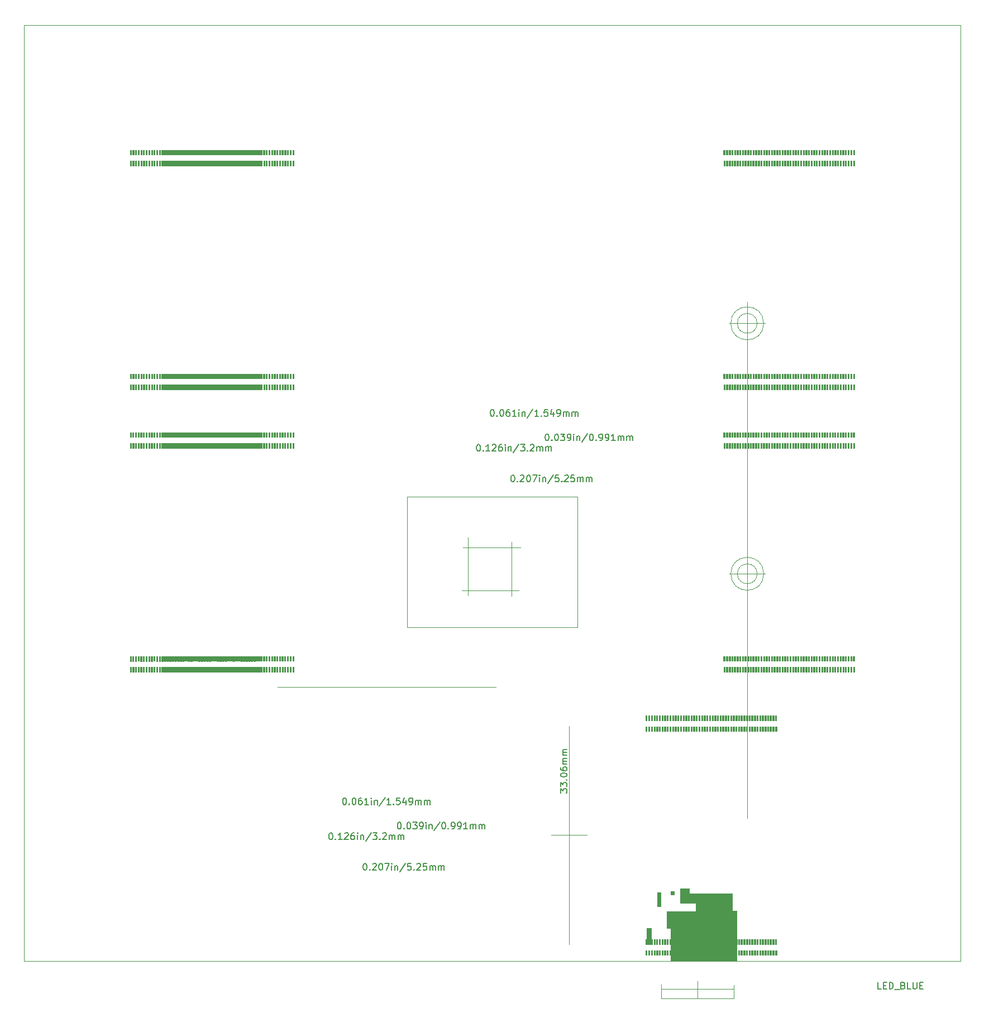
<source format=gbr>
%TF.GenerationSoftware,KiCad,Pcbnew,7.0.2-6a45011f42~172~ubuntu22.04.1*%
%TF.CreationDate,2023-04-24T13:24:37-07:00*%
%TF.ProjectId,Hepta-Pi_1.1,48657074-612d-4506-995f-312e312e6b69,2.1*%
%TF.SameCoordinates,PX37cf1c0PY1ad88f0*%
%TF.FileFunction,OtherDrawing,Comment*%
%FSLAX46Y46*%
G04 Gerber Fmt 4.6, Leading zero omitted, Abs format (unit mm)*
G04 Created by KiCad (PCBNEW 7.0.2-6a45011f42~172~ubuntu22.04.1) date 2023-04-24 13:24:37*
%MOMM*%
%LPD*%
G01*
G04 APERTURE LIST*
%ADD10C,0.100000*%
%ADD11C,0.050000*%
%ADD12C,0.150000*%
%ADD13C,0.010000*%
%ADD14C,0.120000*%
%ADD15C,0.000100*%
G04 APERTURE END LIST*
D10*
X113655000Y-45935000D02*
X113655000Y-120990000D01*
X84000000Y-126870000D02*
X89410000Y-126870000D01*
X86705000Y-143400000D02*
X86705000Y-110339999D01*
D11*
X42505000Y-104425000D02*
X75555000Y-104400000D01*
D10*
X62080000Y-75550000D02*
X87980000Y-75550000D01*
X87980000Y-95350000D01*
X62080000Y-95350000D01*
X62080000Y-75550000D01*
X113655000Y-49235000D02*
X113655000Y-124290000D01*
X4000000Y-3940000D02*
X146000000Y-3940000D01*
X146000000Y-145960000D01*
X4000000Y-145960000D01*
X4000000Y-3940000D01*
D12*
X85367619Y-120457142D02*
X85367619Y-119838095D01*
X85367619Y-119838095D02*
X85748571Y-120171428D01*
X85748571Y-120171428D02*
X85748571Y-120028571D01*
X85748571Y-120028571D02*
X85796190Y-119933333D01*
X85796190Y-119933333D02*
X85843809Y-119885714D01*
X85843809Y-119885714D02*
X85939047Y-119838095D01*
X85939047Y-119838095D02*
X86177142Y-119838095D01*
X86177142Y-119838095D02*
X86272380Y-119885714D01*
X86272380Y-119885714D02*
X86320000Y-119933333D01*
X86320000Y-119933333D02*
X86367619Y-120028571D01*
X86367619Y-120028571D02*
X86367619Y-120314285D01*
X86367619Y-120314285D02*
X86320000Y-120409523D01*
X86320000Y-120409523D02*
X86272380Y-120457142D01*
X85367619Y-119504761D02*
X85367619Y-118885714D01*
X85367619Y-118885714D02*
X85748571Y-119219047D01*
X85748571Y-119219047D02*
X85748571Y-119076190D01*
X85748571Y-119076190D02*
X85796190Y-118980952D01*
X85796190Y-118980952D02*
X85843809Y-118933333D01*
X85843809Y-118933333D02*
X85939047Y-118885714D01*
X85939047Y-118885714D02*
X86177142Y-118885714D01*
X86177142Y-118885714D02*
X86272380Y-118933333D01*
X86272380Y-118933333D02*
X86320000Y-118980952D01*
X86320000Y-118980952D02*
X86367619Y-119076190D01*
X86367619Y-119076190D02*
X86367619Y-119361904D01*
X86367619Y-119361904D02*
X86320000Y-119457142D01*
X86320000Y-119457142D02*
X86272380Y-119504761D01*
X86272380Y-118457142D02*
X86320000Y-118409523D01*
X86320000Y-118409523D02*
X86367619Y-118457142D01*
X86367619Y-118457142D02*
X86320000Y-118504761D01*
X86320000Y-118504761D02*
X86272380Y-118457142D01*
X86272380Y-118457142D02*
X86367619Y-118457142D01*
X85367619Y-117790476D02*
X85367619Y-117695238D01*
X85367619Y-117695238D02*
X85415238Y-117600000D01*
X85415238Y-117600000D02*
X85462857Y-117552381D01*
X85462857Y-117552381D02*
X85558095Y-117504762D01*
X85558095Y-117504762D02*
X85748571Y-117457143D01*
X85748571Y-117457143D02*
X85986666Y-117457143D01*
X85986666Y-117457143D02*
X86177142Y-117504762D01*
X86177142Y-117504762D02*
X86272380Y-117552381D01*
X86272380Y-117552381D02*
X86320000Y-117600000D01*
X86320000Y-117600000D02*
X86367619Y-117695238D01*
X86367619Y-117695238D02*
X86367619Y-117790476D01*
X86367619Y-117790476D02*
X86320000Y-117885714D01*
X86320000Y-117885714D02*
X86272380Y-117933333D01*
X86272380Y-117933333D02*
X86177142Y-117980952D01*
X86177142Y-117980952D02*
X85986666Y-118028571D01*
X85986666Y-118028571D02*
X85748571Y-118028571D01*
X85748571Y-118028571D02*
X85558095Y-117980952D01*
X85558095Y-117980952D02*
X85462857Y-117933333D01*
X85462857Y-117933333D02*
X85415238Y-117885714D01*
X85415238Y-117885714D02*
X85367619Y-117790476D01*
X85367619Y-116600000D02*
X85367619Y-116790476D01*
X85367619Y-116790476D02*
X85415238Y-116885714D01*
X85415238Y-116885714D02*
X85462857Y-116933333D01*
X85462857Y-116933333D02*
X85605714Y-117028571D01*
X85605714Y-117028571D02*
X85796190Y-117076190D01*
X85796190Y-117076190D02*
X86177142Y-117076190D01*
X86177142Y-117076190D02*
X86272380Y-117028571D01*
X86272380Y-117028571D02*
X86320000Y-116980952D01*
X86320000Y-116980952D02*
X86367619Y-116885714D01*
X86367619Y-116885714D02*
X86367619Y-116695238D01*
X86367619Y-116695238D02*
X86320000Y-116600000D01*
X86320000Y-116600000D02*
X86272380Y-116552381D01*
X86272380Y-116552381D02*
X86177142Y-116504762D01*
X86177142Y-116504762D02*
X85939047Y-116504762D01*
X85939047Y-116504762D02*
X85843809Y-116552381D01*
X85843809Y-116552381D02*
X85796190Y-116600000D01*
X85796190Y-116600000D02*
X85748571Y-116695238D01*
X85748571Y-116695238D02*
X85748571Y-116885714D01*
X85748571Y-116885714D02*
X85796190Y-116980952D01*
X85796190Y-116980952D02*
X85843809Y-117028571D01*
X85843809Y-117028571D02*
X85939047Y-117076190D01*
X86367619Y-116076190D02*
X85700952Y-116076190D01*
X85796190Y-116076190D02*
X85748571Y-116028571D01*
X85748571Y-116028571D02*
X85700952Y-115933333D01*
X85700952Y-115933333D02*
X85700952Y-115790476D01*
X85700952Y-115790476D02*
X85748571Y-115695238D01*
X85748571Y-115695238D02*
X85843809Y-115647619D01*
X85843809Y-115647619D02*
X86367619Y-115647619D01*
X85843809Y-115647619D02*
X85748571Y-115600000D01*
X85748571Y-115600000D02*
X85700952Y-115504762D01*
X85700952Y-115504762D02*
X85700952Y-115361905D01*
X85700952Y-115361905D02*
X85748571Y-115266666D01*
X85748571Y-115266666D02*
X85843809Y-115219047D01*
X85843809Y-115219047D02*
X86367619Y-115219047D01*
X86367619Y-114742857D02*
X85700952Y-114742857D01*
X85796190Y-114742857D02*
X85748571Y-114695238D01*
X85748571Y-114695238D02*
X85700952Y-114600000D01*
X85700952Y-114600000D02*
X85700952Y-114457143D01*
X85700952Y-114457143D02*
X85748571Y-114361905D01*
X85748571Y-114361905D02*
X85843809Y-114314286D01*
X85843809Y-114314286D02*
X86367619Y-114314286D01*
X85843809Y-114314286D02*
X85748571Y-114266667D01*
X85748571Y-114266667D02*
X85700952Y-114171429D01*
X85700952Y-114171429D02*
X85700952Y-114028572D01*
X85700952Y-114028572D02*
X85748571Y-113933333D01*
X85748571Y-113933333D02*
X85843809Y-113885714D01*
X85843809Y-113885714D02*
X86367619Y-113885714D01*
%TO.C,SW1*%
X72894620Y-67602619D02*
X72989858Y-67602619D01*
X72989858Y-67602619D02*
X73085096Y-67650238D01*
X73085096Y-67650238D02*
X73132715Y-67697857D01*
X73132715Y-67697857D02*
X73180334Y-67793095D01*
X73180334Y-67793095D02*
X73227953Y-67983571D01*
X73227953Y-67983571D02*
X73227953Y-68221666D01*
X73227953Y-68221666D02*
X73180334Y-68412142D01*
X73180334Y-68412142D02*
X73132715Y-68507380D01*
X73132715Y-68507380D02*
X73085096Y-68555000D01*
X73085096Y-68555000D02*
X72989858Y-68602619D01*
X72989858Y-68602619D02*
X72894620Y-68602619D01*
X72894620Y-68602619D02*
X72799382Y-68555000D01*
X72799382Y-68555000D02*
X72751763Y-68507380D01*
X72751763Y-68507380D02*
X72704144Y-68412142D01*
X72704144Y-68412142D02*
X72656525Y-68221666D01*
X72656525Y-68221666D02*
X72656525Y-67983571D01*
X72656525Y-67983571D02*
X72704144Y-67793095D01*
X72704144Y-67793095D02*
X72751763Y-67697857D01*
X72751763Y-67697857D02*
X72799382Y-67650238D01*
X72799382Y-67650238D02*
X72894620Y-67602619D01*
X73656525Y-68507380D02*
X73704144Y-68555000D01*
X73704144Y-68555000D02*
X73656525Y-68602619D01*
X73656525Y-68602619D02*
X73608906Y-68555000D01*
X73608906Y-68555000D02*
X73656525Y-68507380D01*
X73656525Y-68507380D02*
X73656525Y-68602619D01*
X74656524Y-68602619D02*
X74085096Y-68602619D01*
X74370810Y-68602619D02*
X74370810Y-67602619D01*
X74370810Y-67602619D02*
X74275572Y-67745476D01*
X74275572Y-67745476D02*
X74180334Y-67840714D01*
X74180334Y-67840714D02*
X74085096Y-67888333D01*
X75037477Y-67697857D02*
X75085096Y-67650238D01*
X75085096Y-67650238D02*
X75180334Y-67602619D01*
X75180334Y-67602619D02*
X75418429Y-67602619D01*
X75418429Y-67602619D02*
X75513667Y-67650238D01*
X75513667Y-67650238D02*
X75561286Y-67697857D01*
X75561286Y-67697857D02*
X75608905Y-67793095D01*
X75608905Y-67793095D02*
X75608905Y-67888333D01*
X75608905Y-67888333D02*
X75561286Y-68031190D01*
X75561286Y-68031190D02*
X74989858Y-68602619D01*
X74989858Y-68602619D02*
X75608905Y-68602619D01*
X76466048Y-67602619D02*
X76275572Y-67602619D01*
X76275572Y-67602619D02*
X76180334Y-67650238D01*
X76180334Y-67650238D02*
X76132715Y-67697857D01*
X76132715Y-67697857D02*
X76037477Y-67840714D01*
X76037477Y-67840714D02*
X75989858Y-68031190D01*
X75989858Y-68031190D02*
X75989858Y-68412142D01*
X75989858Y-68412142D02*
X76037477Y-68507380D01*
X76037477Y-68507380D02*
X76085096Y-68555000D01*
X76085096Y-68555000D02*
X76180334Y-68602619D01*
X76180334Y-68602619D02*
X76370810Y-68602619D01*
X76370810Y-68602619D02*
X76466048Y-68555000D01*
X76466048Y-68555000D02*
X76513667Y-68507380D01*
X76513667Y-68507380D02*
X76561286Y-68412142D01*
X76561286Y-68412142D02*
X76561286Y-68174047D01*
X76561286Y-68174047D02*
X76513667Y-68078809D01*
X76513667Y-68078809D02*
X76466048Y-68031190D01*
X76466048Y-68031190D02*
X76370810Y-67983571D01*
X76370810Y-67983571D02*
X76180334Y-67983571D01*
X76180334Y-67983571D02*
X76085096Y-68031190D01*
X76085096Y-68031190D02*
X76037477Y-68078809D01*
X76037477Y-68078809D02*
X75989858Y-68174047D01*
X76989858Y-68602619D02*
X76989858Y-67935952D01*
X76989858Y-67602619D02*
X76942239Y-67650238D01*
X76942239Y-67650238D02*
X76989858Y-67697857D01*
X76989858Y-67697857D02*
X77037477Y-67650238D01*
X77037477Y-67650238D02*
X76989858Y-67602619D01*
X76989858Y-67602619D02*
X76989858Y-67697857D01*
X77466048Y-67935952D02*
X77466048Y-68602619D01*
X77466048Y-68031190D02*
X77513667Y-67983571D01*
X77513667Y-67983571D02*
X77608905Y-67935952D01*
X77608905Y-67935952D02*
X77751762Y-67935952D01*
X77751762Y-67935952D02*
X77847000Y-67983571D01*
X77847000Y-67983571D02*
X77894619Y-68078809D01*
X77894619Y-68078809D02*
X77894619Y-68602619D01*
X79085095Y-67555000D02*
X78227953Y-68840714D01*
X79323191Y-67602619D02*
X79942238Y-67602619D01*
X79942238Y-67602619D02*
X79608905Y-67983571D01*
X79608905Y-67983571D02*
X79751762Y-67983571D01*
X79751762Y-67983571D02*
X79847000Y-68031190D01*
X79847000Y-68031190D02*
X79894619Y-68078809D01*
X79894619Y-68078809D02*
X79942238Y-68174047D01*
X79942238Y-68174047D02*
X79942238Y-68412142D01*
X79942238Y-68412142D02*
X79894619Y-68507380D01*
X79894619Y-68507380D02*
X79847000Y-68555000D01*
X79847000Y-68555000D02*
X79751762Y-68602619D01*
X79751762Y-68602619D02*
X79466048Y-68602619D01*
X79466048Y-68602619D02*
X79370810Y-68555000D01*
X79370810Y-68555000D02*
X79323191Y-68507380D01*
X80370810Y-68507380D02*
X80418429Y-68555000D01*
X80418429Y-68555000D02*
X80370810Y-68602619D01*
X80370810Y-68602619D02*
X80323191Y-68555000D01*
X80323191Y-68555000D02*
X80370810Y-68507380D01*
X80370810Y-68507380D02*
X80370810Y-68602619D01*
X80799381Y-67697857D02*
X80847000Y-67650238D01*
X80847000Y-67650238D02*
X80942238Y-67602619D01*
X80942238Y-67602619D02*
X81180333Y-67602619D01*
X81180333Y-67602619D02*
X81275571Y-67650238D01*
X81275571Y-67650238D02*
X81323190Y-67697857D01*
X81323190Y-67697857D02*
X81370809Y-67793095D01*
X81370809Y-67793095D02*
X81370809Y-67888333D01*
X81370809Y-67888333D02*
X81323190Y-68031190D01*
X81323190Y-68031190D02*
X80751762Y-68602619D01*
X80751762Y-68602619D02*
X81370809Y-68602619D01*
X81799381Y-68602619D02*
X81799381Y-67935952D01*
X81799381Y-68031190D02*
X81847000Y-67983571D01*
X81847000Y-67983571D02*
X81942238Y-67935952D01*
X81942238Y-67935952D02*
X82085095Y-67935952D01*
X82085095Y-67935952D02*
X82180333Y-67983571D01*
X82180333Y-67983571D02*
X82227952Y-68078809D01*
X82227952Y-68078809D02*
X82227952Y-68602619D01*
X82227952Y-68078809D02*
X82275571Y-67983571D01*
X82275571Y-67983571D02*
X82370809Y-67935952D01*
X82370809Y-67935952D02*
X82513666Y-67935952D01*
X82513666Y-67935952D02*
X82608905Y-67983571D01*
X82608905Y-67983571D02*
X82656524Y-68078809D01*
X82656524Y-68078809D02*
X82656524Y-68602619D01*
X83132714Y-68602619D02*
X83132714Y-67935952D01*
X83132714Y-68031190D02*
X83180333Y-67983571D01*
X83180333Y-67983571D02*
X83275571Y-67935952D01*
X83275571Y-67935952D02*
X83418428Y-67935952D01*
X83418428Y-67935952D02*
X83513666Y-67983571D01*
X83513666Y-67983571D02*
X83561285Y-68078809D01*
X83561285Y-68078809D02*
X83561285Y-68602619D01*
X83561285Y-68078809D02*
X83608904Y-67983571D01*
X83608904Y-67983571D02*
X83704142Y-67935952D01*
X83704142Y-67935952D02*
X83846999Y-67935952D01*
X83846999Y-67935952D02*
X83942238Y-67983571D01*
X83942238Y-67983571D02*
X83989857Y-68078809D01*
X83989857Y-68078809D02*
X83989857Y-68602619D01*
X78091429Y-72250620D02*
X78186667Y-72250620D01*
X78186667Y-72250620D02*
X78281905Y-72298239D01*
X78281905Y-72298239D02*
X78329524Y-72345858D01*
X78329524Y-72345858D02*
X78377143Y-72441096D01*
X78377143Y-72441096D02*
X78424762Y-72631572D01*
X78424762Y-72631572D02*
X78424762Y-72869667D01*
X78424762Y-72869667D02*
X78377143Y-73060143D01*
X78377143Y-73060143D02*
X78329524Y-73155381D01*
X78329524Y-73155381D02*
X78281905Y-73203001D01*
X78281905Y-73203001D02*
X78186667Y-73250620D01*
X78186667Y-73250620D02*
X78091429Y-73250620D01*
X78091429Y-73250620D02*
X77996191Y-73203001D01*
X77996191Y-73203001D02*
X77948572Y-73155381D01*
X77948572Y-73155381D02*
X77900953Y-73060143D01*
X77900953Y-73060143D02*
X77853334Y-72869667D01*
X77853334Y-72869667D02*
X77853334Y-72631572D01*
X77853334Y-72631572D02*
X77900953Y-72441096D01*
X77900953Y-72441096D02*
X77948572Y-72345858D01*
X77948572Y-72345858D02*
X77996191Y-72298239D01*
X77996191Y-72298239D02*
X78091429Y-72250620D01*
X78853334Y-73155381D02*
X78900953Y-73203001D01*
X78900953Y-73203001D02*
X78853334Y-73250620D01*
X78853334Y-73250620D02*
X78805715Y-73203001D01*
X78805715Y-73203001D02*
X78853334Y-73155381D01*
X78853334Y-73155381D02*
X78853334Y-73250620D01*
X79281905Y-72345858D02*
X79329524Y-72298239D01*
X79329524Y-72298239D02*
X79424762Y-72250620D01*
X79424762Y-72250620D02*
X79662857Y-72250620D01*
X79662857Y-72250620D02*
X79758095Y-72298239D01*
X79758095Y-72298239D02*
X79805714Y-72345858D01*
X79805714Y-72345858D02*
X79853333Y-72441096D01*
X79853333Y-72441096D02*
X79853333Y-72536334D01*
X79853333Y-72536334D02*
X79805714Y-72679191D01*
X79805714Y-72679191D02*
X79234286Y-73250620D01*
X79234286Y-73250620D02*
X79853333Y-73250620D01*
X80472381Y-72250620D02*
X80567619Y-72250620D01*
X80567619Y-72250620D02*
X80662857Y-72298239D01*
X80662857Y-72298239D02*
X80710476Y-72345858D01*
X80710476Y-72345858D02*
X80758095Y-72441096D01*
X80758095Y-72441096D02*
X80805714Y-72631572D01*
X80805714Y-72631572D02*
X80805714Y-72869667D01*
X80805714Y-72869667D02*
X80758095Y-73060143D01*
X80758095Y-73060143D02*
X80710476Y-73155381D01*
X80710476Y-73155381D02*
X80662857Y-73203001D01*
X80662857Y-73203001D02*
X80567619Y-73250620D01*
X80567619Y-73250620D02*
X80472381Y-73250620D01*
X80472381Y-73250620D02*
X80377143Y-73203001D01*
X80377143Y-73203001D02*
X80329524Y-73155381D01*
X80329524Y-73155381D02*
X80281905Y-73060143D01*
X80281905Y-73060143D02*
X80234286Y-72869667D01*
X80234286Y-72869667D02*
X80234286Y-72631572D01*
X80234286Y-72631572D02*
X80281905Y-72441096D01*
X80281905Y-72441096D02*
X80329524Y-72345858D01*
X80329524Y-72345858D02*
X80377143Y-72298239D01*
X80377143Y-72298239D02*
X80472381Y-72250620D01*
X81139048Y-72250620D02*
X81805714Y-72250620D01*
X81805714Y-72250620D02*
X81377143Y-73250620D01*
X82186667Y-73250620D02*
X82186667Y-72583953D01*
X82186667Y-72250620D02*
X82139048Y-72298239D01*
X82139048Y-72298239D02*
X82186667Y-72345858D01*
X82186667Y-72345858D02*
X82234286Y-72298239D01*
X82234286Y-72298239D02*
X82186667Y-72250620D01*
X82186667Y-72250620D02*
X82186667Y-72345858D01*
X82662857Y-72583953D02*
X82662857Y-73250620D01*
X82662857Y-72679191D02*
X82710476Y-72631572D01*
X82710476Y-72631572D02*
X82805714Y-72583953D01*
X82805714Y-72583953D02*
X82948571Y-72583953D01*
X82948571Y-72583953D02*
X83043809Y-72631572D01*
X83043809Y-72631572D02*
X83091428Y-72726810D01*
X83091428Y-72726810D02*
X83091428Y-73250620D01*
X84281904Y-72203001D02*
X83424762Y-73488715D01*
X85091428Y-72250620D02*
X84615238Y-72250620D01*
X84615238Y-72250620D02*
X84567619Y-72726810D01*
X84567619Y-72726810D02*
X84615238Y-72679191D01*
X84615238Y-72679191D02*
X84710476Y-72631572D01*
X84710476Y-72631572D02*
X84948571Y-72631572D01*
X84948571Y-72631572D02*
X85043809Y-72679191D01*
X85043809Y-72679191D02*
X85091428Y-72726810D01*
X85091428Y-72726810D02*
X85139047Y-72822048D01*
X85139047Y-72822048D02*
X85139047Y-73060143D01*
X85139047Y-73060143D02*
X85091428Y-73155381D01*
X85091428Y-73155381D02*
X85043809Y-73203001D01*
X85043809Y-73203001D02*
X84948571Y-73250620D01*
X84948571Y-73250620D02*
X84710476Y-73250620D01*
X84710476Y-73250620D02*
X84615238Y-73203001D01*
X84615238Y-73203001D02*
X84567619Y-73155381D01*
X85567619Y-73155381D02*
X85615238Y-73203001D01*
X85615238Y-73203001D02*
X85567619Y-73250620D01*
X85567619Y-73250620D02*
X85520000Y-73203001D01*
X85520000Y-73203001D02*
X85567619Y-73155381D01*
X85567619Y-73155381D02*
X85567619Y-73250620D01*
X85996190Y-72345858D02*
X86043809Y-72298239D01*
X86043809Y-72298239D02*
X86139047Y-72250620D01*
X86139047Y-72250620D02*
X86377142Y-72250620D01*
X86377142Y-72250620D02*
X86472380Y-72298239D01*
X86472380Y-72298239D02*
X86519999Y-72345858D01*
X86519999Y-72345858D02*
X86567618Y-72441096D01*
X86567618Y-72441096D02*
X86567618Y-72536334D01*
X86567618Y-72536334D02*
X86519999Y-72679191D01*
X86519999Y-72679191D02*
X85948571Y-73250620D01*
X85948571Y-73250620D02*
X86567618Y-73250620D01*
X87472380Y-72250620D02*
X86996190Y-72250620D01*
X86996190Y-72250620D02*
X86948571Y-72726810D01*
X86948571Y-72726810D02*
X86996190Y-72679191D01*
X86996190Y-72679191D02*
X87091428Y-72631572D01*
X87091428Y-72631572D02*
X87329523Y-72631572D01*
X87329523Y-72631572D02*
X87424761Y-72679191D01*
X87424761Y-72679191D02*
X87472380Y-72726810D01*
X87472380Y-72726810D02*
X87519999Y-72822048D01*
X87519999Y-72822048D02*
X87519999Y-73060143D01*
X87519999Y-73060143D02*
X87472380Y-73155381D01*
X87472380Y-73155381D02*
X87424761Y-73203001D01*
X87424761Y-73203001D02*
X87329523Y-73250620D01*
X87329523Y-73250620D02*
X87091428Y-73250620D01*
X87091428Y-73250620D02*
X86996190Y-73203001D01*
X86996190Y-73203001D02*
X86948571Y-73155381D01*
X87948571Y-73250620D02*
X87948571Y-72583953D01*
X87948571Y-72679191D02*
X87996190Y-72631572D01*
X87996190Y-72631572D02*
X88091428Y-72583953D01*
X88091428Y-72583953D02*
X88234285Y-72583953D01*
X88234285Y-72583953D02*
X88329523Y-72631572D01*
X88329523Y-72631572D02*
X88377142Y-72726810D01*
X88377142Y-72726810D02*
X88377142Y-73250620D01*
X88377142Y-72726810D02*
X88424761Y-72631572D01*
X88424761Y-72631572D02*
X88519999Y-72583953D01*
X88519999Y-72583953D02*
X88662856Y-72583953D01*
X88662856Y-72583953D02*
X88758095Y-72631572D01*
X88758095Y-72631572D02*
X88805714Y-72726810D01*
X88805714Y-72726810D02*
X88805714Y-73250620D01*
X89281904Y-73250620D02*
X89281904Y-72583953D01*
X89281904Y-72679191D02*
X89329523Y-72631572D01*
X89329523Y-72631572D02*
X89424761Y-72583953D01*
X89424761Y-72583953D02*
X89567618Y-72583953D01*
X89567618Y-72583953D02*
X89662856Y-72631572D01*
X89662856Y-72631572D02*
X89710475Y-72726810D01*
X89710475Y-72726810D02*
X89710475Y-73250620D01*
X89710475Y-72726810D02*
X89758094Y-72631572D01*
X89758094Y-72631572D02*
X89853332Y-72583953D01*
X89853332Y-72583953D02*
X89996189Y-72583953D01*
X89996189Y-72583953D02*
X90091428Y-72631572D01*
X90091428Y-72631572D02*
X90139047Y-72726810D01*
X90139047Y-72726810D02*
X90139047Y-73250620D01*
X74990239Y-62306719D02*
X75085477Y-62306719D01*
X75085477Y-62306719D02*
X75180715Y-62354338D01*
X75180715Y-62354338D02*
X75228334Y-62401957D01*
X75228334Y-62401957D02*
X75275953Y-62497195D01*
X75275953Y-62497195D02*
X75323572Y-62687671D01*
X75323572Y-62687671D02*
X75323572Y-62925766D01*
X75323572Y-62925766D02*
X75275953Y-63116242D01*
X75275953Y-63116242D02*
X75228334Y-63211480D01*
X75228334Y-63211480D02*
X75180715Y-63259100D01*
X75180715Y-63259100D02*
X75085477Y-63306719D01*
X75085477Y-63306719D02*
X74990239Y-63306719D01*
X74990239Y-63306719D02*
X74895001Y-63259100D01*
X74895001Y-63259100D02*
X74847382Y-63211480D01*
X74847382Y-63211480D02*
X74799763Y-63116242D01*
X74799763Y-63116242D02*
X74752144Y-62925766D01*
X74752144Y-62925766D02*
X74752144Y-62687671D01*
X74752144Y-62687671D02*
X74799763Y-62497195D01*
X74799763Y-62497195D02*
X74847382Y-62401957D01*
X74847382Y-62401957D02*
X74895001Y-62354338D01*
X74895001Y-62354338D02*
X74990239Y-62306719D01*
X75752144Y-63211480D02*
X75799763Y-63259100D01*
X75799763Y-63259100D02*
X75752144Y-63306719D01*
X75752144Y-63306719D02*
X75704525Y-63259100D01*
X75704525Y-63259100D02*
X75752144Y-63211480D01*
X75752144Y-63211480D02*
X75752144Y-63306719D01*
X76418810Y-62306719D02*
X76514048Y-62306719D01*
X76514048Y-62306719D02*
X76609286Y-62354338D01*
X76609286Y-62354338D02*
X76656905Y-62401957D01*
X76656905Y-62401957D02*
X76704524Y-62497195D01*
X76704524Y-62497195D02*
X76752143Y-62687671D01*
X76752143Y-62687671D02*
X76752143Y-62925766D01*
X76752143Y-62925766D02*
X76704524Y-63116242D01*
X76704524Y-63116242D02*
X76656905Y-63211480D01*
X76656905Y-63211480D02*
X76609286Y-63259100D01*
X76609286Y-63259100D02*
X76514048Y-63306719D01*
X76514048Y-63306719D02*
X76418810Y-63306719D01*
X76418810Y-63306719D02*
X76323572Y-63259100D01*
X76323572Y-63259100D02*
X76275953Y-63211480D01*
X76275953Y-63211480D02*
X76228334Y-63116242D01*
X76228334Y-63116242D02*
X76180715Y-62925766D01*
X76180715Y-62925766D02*
X76180715Y-62687671D01*
X76180715Y-62687671D02*
X76228334Y-62497195D01*
X76228334Y-62497195D02*
X76275953Y-62401957D01*
X76275953Y-62401957D02*
X76323572Y-62354338D01*
X76323572Y-62354338D02*
X76418810Y-62306719D01*
X77609286Y-62306719D02*
X77418810Y-62306719D01*
X77418810Y-62306719D02*
X77323572Y-62354338D01*
X77323572Y-62354338D02*
X77275953Y-62401957D01*
X77275953Y-62401957D02*
X77180715Y-62544814D01*
X77180715Y-62544814D02*
X77133096Y-62735290D01*
X77133096Y-62735290D02*
X77133096Y-63116242D01*
X77133096Y-63116242D02*
X77180715Y-63211480D01*
X77180715Y-63211480D02*
X77228334Y-63259100D01*
X77228334Y-63259100D02*
X77323572Y-63306719D01*
X77323572Y-63306719D02*
X77514048Y-63306719D01*
X77514048Y-63306719D02*
X77609286Y-63259100D01*
X77609286Y-63259100D02*
X77656905Y-63211480D01*
X77656905Y-63211480D02*
X77704524Y-63116242D01*
X77704524Y-63116242D02*
X77704524Y-62878147D01*
X77704524Y-62878147D02*
X77656905Y-62782909D01*
X77656905Y-62782909D02*
X77609286Y-62735290D01*
X77609286Y-62735290D02*
X77514048Y-62687671D01*
X77514048Y-62687671D02*
X77323572Y-62687671D01*
X77323572Y-62687671D02*
X77228334Y-62735290D01*
X77228334Y-62735290D02*
X77180715Y-62782909D01*
X77180715Y-62782909D02*
X77133096Y-62878147D01*
X78656905Y-63306719D02*
X78085477Y-63306719D01*
X78371191Y-63306719D02*
X78371191Y-62306719D01*
X78371191Y-62306719D02*
X78275953Y-62449576D01*
X78275953Y-62449576D02*
X78180715Y-62544814D01*
X78180715Y-62544814D02*
X78085477Y-62592433D01*
X79085477Y-63306719D02*
X79085477Y-62640052D01*
X79085477Y-62306719D02*
X79037858Y-62354338D01*
X79037858Y-62354338D02*
X79085477Y-62401957D01*
X79085477Y-62401957D02*
X79133096Y-62354338D01*
X79133096Y-62354338D02*
X79085477Y-62306719D01*
X79085477Y-62306719D02*
X79085477Y-62401957D01*
X79561667Y-62640052D02*
X79561667Y-63306719D01*
X79561667Y-62735290D02*
X79609286Y-62687671D01*
X79609286Y-62687671D02*
X79704524Y-62640052D01*
X79704524Y-62640052D02*
X79847381Y-62640052D01*
X79847381Y-62640052D02*
X79942619Y-62687671D01*
X79942619Y-62687671D02*
X79990238Y-62782909D01*
X79990238Y-62782909D02*
X79990238Y-63306719D01*
X81180714Y-62259100D02*
X80323572Y-63544814D01*
X82037857Y-63306719D02*
X81466429Y-63306719D01*
X81752143Y-63306719D02*
X81752143Y-62306719D01*
X81752143Y-62306719D02*
X81656905Y-62449576D01*
X81656905Y-62449576D02*
X81561667Y-62544814D01*
X81561667Y-62544814D02*
X81466429Y-62592433D01*
X82466429Y-63211480D02*
X82514048Y-63259100D01*
X82514048Y-63259100D02*
X82466429Y-63306719D01*
X82466429Y-63306719D02*
X82418810Y-63259100D01*
X82418810Y-63259100D02*
X82466429Y-63211480D01*
X82466429Y-63211480D02*
X82466429Y-63306719D01*
X83418809Y-62306719D02*
X82942619Y-62306719D01*
X82942619Y-62306719D02*
X82895000Y-62782909D01*
X82895000Y-62782909D02*
X82942619Y-62735290D01*
X82942619Y-62735290D02*
X83037857Y-62687671D01*
X83037857Y-62687671D02*
X83275952Y-62687671D01*
X83275952Y-62687671D02*
X83371190Y-62735290D01*
X83371190Y-62735290D02*
X83418809Y-62782909D01*
X83418809Y-62782909D02*
X83466428Y-62878147D01*
X83466428Y-62878147D02*
X83466428Y-63116242D01*
X83466428Y-63116242D02*
X83418809Y-63211480D01*
X83418809Y-63211480D02*
X83371190Y-63259100D01*
X83371190Y-63259100D02*
X83275952Y-63306719D01*
X83275952Y-63306719D02*
X83037857Y-63306719D01*
X83037857Y-63306719D02*
X82942619Y-63259100D01*
X82942619Y-63259100D02*
X82895000Y-63211480D01*
X84323571Y-62640052D02*
X84323571Y-63306719D01*
X84085476Y-62259100D02*
X83847381Y-62973385D01*
X83847381Y-62973385D02*
X84466428Y-62973385D01*
X84895000Y-63306719D02*
X85085476Y-63306719D01*
X85085476Y-63306719D02*
X85180714Y-63259100D01*
X85180714Y-63259100D02*
X85228333Y-63211480D01*
X85228333Y-63211480D02*
X85323571Y-63068623D01*
X85323571Y-63068623D02*
X85371190Y-62878147D01*
X85371190Y-62878147D02*
X85371190Y-62497195D01*
X85371190Y-62497195D02*
X85323571Y-62401957D01*
X85323571Y-62401957D02*
X85275952Y-62354338D01*
X85275952Y-62354338D02*
X85180714Y-62306719D01*
X85180714Y-62306719D02*
X84990238Y-62306719D01*
X84990238Y-62306719D02*
X84895000Y-62354338D01*
X84895000Y-62354338D02*
X84847381Y-62401957D01*
X84847381Y-62401957D02*
X84799762Y-62497195D01*
X84799762Y-62497195D02*
X84799762Y-62735290D01*
X84799762Y-62735290D02*
X84847381Y-62830528D01*
X84847381Y-62830528D02*
X84895000Y-62878147D01*
X84895000Y-62878147D02*
X84990238Y-62925766D01*
X84990238Y-62925766D02*
X85180714Y-62925766D01*
X85180714Y-62925766D02*
X85275952Y-62878147D01*
X85275952Y-62878147D02*
X85323571Y-62830528D01*
X85323571Y-62830528D02*
X85371190Y-62735290D01*
X85799762Y-63306719D02*
X85799762Y-62640052D01*
X85799762Y-62735290D02*
X85847381Y-62687671D01*
X85847381Y-62687671D02*
X85942619Y-62640052D01*
X85942619Y-62640052D02*
X86085476Y-62640052D01*
X86085476Y-62640052D02*
X86180714Y-62687671D01*
X86180714Y-62687671D02*
X86228333Y-62782909D01*
X86228333Y-62782909D02*
X86228333Y-63306719D01*
X86228333Y-62782909D02*
X86275952Y-62687671D01*
X86275952Y-62687671D02*
X86371190Y-62640052D01*
X86371190Y-62640052D02*
X86514047Y-62640052D01*
X86514047Y-62640052D02*
X86609286Y-62687671D01*
X86609286Y-62687671D02*
X86656905Y-62782909D01*
X86656905Y-62782909D02*
X86656905Y-63306719D01*
X87133095Y-63306719D02*
X87133095Y-62640052D01*
X87133095Y-62735290D02*
X87180714Y-62687671D01*
X87180714Y-62687671D02*
X87275952Y-62640052D01*
X87275952Y-62640052D02*
X87418809Y-62640052D01*
X87418809Y-62640052D02*
X87514047Y-62687671D01*
X87514047Y-62687671D02*
X87561666Y-62782909D01*
X87561666Y-62782909D02*
X87561666Y-63306719D01*
X87561666Y-62782909D02*
X87609285Y-62687671D01*
X87609285Y-62687671D02*
X87704523Y-62640052D01*
X87704523Y-62640052D02*
X87847380Y-62640052D01*
X87847380Y-62640052D02*
X87942619Y-62687671D01*
X87942619Y-62687671D02*
X87990238Y-62782909D01*
X87990238Y-62782909D02*
X87990238Y-63306719D01*
X83288239Y-66002618D02*
X83383477Y-66002618D01*
X83383477Y-66002618D02*
X83478715Y-66050237D01*
X83478715Y-66050237D02*
X83526334Y-66097856D01*
X83526334Y-66097856D02*
X83573953Y-66193094D01*
X83573953Y-66193094D02*
X83621572Y-66383570D01*
X83621572Y-66383570D02*
X83621572Y-66621665D01*
X83621572Y-66621665D02*
X83573953Y-66812141D01*
X83573953Y-66812141D02*
X83526334Y-66907379D01*
X83526334Y-66907379D02*
X83478715Y-66954999D01*
X83478715Y-66954999D02*
X83383477Y-67002618D01*
X83383477Y-67002618D02*
X83288239Y-67002618D01*
X83288239Y-67002618D02*
X83193001Y-66954999D01*
X83193001Y-66954999D02*
X83145382Y-66907379D01*
X83145382Y-66907379D02*
X83097763Y-66812141D01*
X83097763Y-66812141D02*
X83050144Y-66621665D01*
X83050144Y-66621665D02*
X83050144Y-66383570D01*
X83050144Y-66383570D02*
X83097763Y-66193094D01*
X83097763Y-66193094D02*
X83145382Y-66097856D01*
X83145382Y-66097856D02*
X83193001Y-66050237D01*
X83193001Y-66050237D02*
X83288239Y-66002618D01*
X84050144Y-66907379D02*
X84097763Y-66954999D01*
X84097763Y-66954999D02*
X84050144Y-67002618D01*
X84050144Y-67002618D02*
X84002525Y-66954999D01*
X84002525Y-66954999D02*
X84050144Y-66907379D01*
X84050144Y-66907379D02*
X84050144Y-67002618D01*
X84716810Y-66002618D02*
X84812048Y-66002618D01*
X84812048Y-66002618D02*
X84907286Y-66050237D01*
X84907286Y-66050237D02*
X84954905Y-66097856D01*
X84954905Y-66097856D02*
X85002524Y-66193094D01*
X85002524Y-66193094D02*
X85050143Y-66383570D01*
X85050143Y-66383570D02*
X85050143Y-66621665D01*
X85050143Y-66621665D02*
X85002524Y-66812141D01*
X85002524Y-66812141D02*
X84954905Y-66907379D01*
X84954905Y-66907379D02*
X84907286Y-66954999D01*
X84907286Y-66954999D02*
X84812048Y-67002618D01*
X84812048Y-67002618D02*
X84716810Y-67002618D01*
X84716810Y-67002618D02*
X84621572Y-66954999D01*
X84621572Y-66954999D02*
X84573953Y-66907379D01*
X84573953Y-66907379D02*
X84526334Y-66812141D01*
X84526334Y-66812141D02*
X84478715Y-66621665D01*
X84478715Y-66621665D02*
X84478715Y-66383570D01*
X84478715Y-66383570D02*
X84526334Y-66193094D01*
X84526334Y-66193094D02*
X84573953Y-66097856D01*
X84573953Y-66097856D02*
X84621572Y-66050237D01*
X84621572Y-66050237D02*
X84716810Y-66002618D01*
X85383477Y-66002618D02*
X86002524Y-66002618D01*
X86002524Y-66002618D02*
X85669191Y-66383570D01*
X85669191Y-66383570D02*
X85812048Y-66383570D01*
X85812048Y-66383570D02*
X85907286Y-66431189D01*
X85907286Y-66431189D02*
X85954905Y-66478808D01*
X85954905Y-66478808D02*
X86002524Y-66574046D01*
X86002524Y-66574046D02*
X86002524Y-66812141D01*
X86002524Y-66812141D02*
X85954905Y-66907379D01*
X85954905Y-66907379D02*
X85907286Y-66954999D01*
X85907286Y-66954999D02*
X85812048Y-67002618D01*
X85812048Y-67002618D02*
X85526334Y-67002618D01*
X85526334Y-67002618D02*
X85431096Y-66954999D01*
X85431096Y-66954999D02*
X85383477Y-66907379D01*
X86478715Y-67002618D02*
X86669191Y-67002618D01*
X86669191Y-67002618D02*
X86764429Y-66954999D01*
X86764429Y-66954999D02*
X86812048Y-66907379D01*
X86812048Y-66907379D02*
X86907286Y-66764522D01*
X86907286Y-66764522D02*
X86954905Y-66574046D01*
X86954905Y-66574046D02*
X86954905Y-66193094D01*
X86954905Y-66193094D02*
X86907286Y-66097856D01*
X86907286Y-66097856D02*
X86859667Y-66050237D01*
X86859667Y-66050237D02*
X86764429Y-66002618D01*
X86764429Y-66002618D02*
X86573953Y-66002618D01*
X86573953Y-66002618D02*
X86478715Y-66050237D01*
X86478715Y-66050237D02*
X86431096Y-66097856D01*
X86431096Y-66097856D02*
X86383477Y-66193094D01*
X86383477Y-66193094D02*
X86383477Y-66431189D01*
X86383477Y-66431189D02*
X86431096Y-66526427D01*
X86431096Y-66526427D02*
X86478715Y-66574046D01*
X86478715Y-66574046D02*
X86573953Y-66621665D01*
X86573953Y-66621665D02*
X86764429Y-66621665D01*
X86764429Y-66621665D02*
X86859667Y-66574046D01*
X86859667Y-66574046D02*
X86907286Y-66526427D01*
X86907286Y-66526427D02*
X86954905Y-66431189D01*
X87383477Y-67002618D02*
X87383477Y-66335951D01*
X87383477Y-66002618D02*
X87335858Y-66050237D01*
X87335858Y-66050237D02*
X87383477Y-66097856D01*
X87383477Y-66097856D02*
X87431096Y-66050237D01*
X87431096Y-66050237D02*
X87383477Y-66002618D01*
X87383477Y-66002618D02*
X87383477Y-66097856D01*
X87859667Y-66335951D02*
X87859667Y-67002618D01*
X87859667Y-66431189D02*
X87907286Y-66383570D01*
X87907286Y-66383570D02*
X88002524Y-66335951D01*
X88002524Y-66335951D02*
X88145381Y-66335951D01*
X88145381Y-66335951D02*
X88240619Y-66383570D01*
X88240619Y-66383570D02*
X88288238Y-66478808D01*
X88288238Y-66478808D02*
X88288238Y-67002618D01*
X89478714Y-65954999D02*
X88621572Y-67240713D01*
X90002524Y-66002618D02*
X90097762Y-66002618D01*
X90097762Y-66002618D02*
X90193000Y-66050237D01*
X90193000Y-66050237D02*
X90240619Y-66097856D01*
X90240619Y-66097856D02*
X90288238Y-66193094D01*
X90288238Y-66193094D02*
X90335857Y-66383570D01*
X90335857Y-66383570D02*
X90335857Y-66621665D01*
X90335857Y-66621665D02*
X90288238Y-66812141D01*
X90288238Y-66812141D02*
X90240619Y-66907379D01*
X90240619Y-66907379D02*
X90193000Y-66954999D01*
X90193000Y-66954999D02*
X90097762Y-67002618D01*
X90097762Y-67002618D02*
X90002524Y-67002618D01*
X90002524Y-67002618D02*
X89907286Y-66954999D01*
X89907286Y-66954999D02*
X89859667Y-66907379D01*
X89859667Y-66907379D02*
X89812048Y-66812141D01*
X89812048Y-66812141D02*
X89764429Y-66621665D01*
X89764429Y-66621665D02*
X89764429Y-66383570D01*
X89764429Y-66383570D02*
X89812048Y-66193094D01*
X89812048Y-66193094D02*
X89859667Y-66097856D01*
X89859667Y-66097856D02*
X89907286Y-66050237D01*
X89907286Y-66050237D02*
X90002524Y-66002618D01*
X90764429Y-66907379D02*
X90812048Y-66954999D01*
X90812048Y-66954999D02*
X90764429Y-67002618D01*
X90764429Y-67002618D02*
X90716810Y-66954999D01*
X90716810Y-66954999D02*
X90764429Y-66907379D01*
X90764429Y-66907379D02*
X90764429Y-67002618D01*
X91288238Y-67002618D02*
X91478714Y-67002618D01*
X91478714Y-67002618D02*
X91573952Y-66954999D01*
X91573952Y-66954999D02*
X91621571Y-66907379D01*
X91621571Y-66907379D02*
X91716809Y-66764522D01*
X91716809Y-66764522D02*
X91764428Y-66574046D01*
X91764428Y-66574046D02*
X91764428Y-66193094D01*
X91764428Y-66193094D02*
X91716809Y-66097856D01*
X91716809Y-66097856D02*
X91669190Y-66050237D01*
X91669190Y-66050237D02*
X91573952Y-66002618D01*
X91573952Y-66002618D02*
X91383476Y-66002618D01*
X91383476Y-66002618D02*
X91288238Y-66050237D01*
X91288238Y-66050237D02*
X91240619Y-66097856D01*
X91240619Y-66097856D02*
X91193000Y-66193094D01*
X91193000Y-66193094D02*
X91193000Y-66431189D01*
X91193000Y-66431189D02*
X91240619Y-66526427D01*
X91240619Y-66526427D02*
X91288238Y-66574046D01*
X91288238Y-66574046D02*
X91383476Y-66621665D01*
X91383476Y-66621665D02*
X91573952Y-66621665D01*
X91573952Y-66621665D02*
X91669190Y-66574046D01*
X91669190Y-66574046D02*
X91716809Y-66526427D01*
X91716809Y-66526427D02*
X91764428Y-66431189D01*
X92240619Y-67002618D02*
X92431095Y-67002618D01*
X92431095Y-67002618D02*
X92526333Y-66954999D01*
X92526333Y-66954999D02*
X92573952Y-66907379D01*
X92573952Y-66907379D02*
X92669190Y-66764522D01*
X92669190Y-66764522D02*
X92716809Y-66574046D01*
X92716809Y-66574046D02*
X92716809Y-66193094D01*
X92716809Y-66193094D02*
X92669190Y-66097856D01*
X92669190Y-66097856D02*
X92621571Y-66050237D01*
X92621571Y-66050237D02*
X92526333Y-66002618D01*
X92526333Y-66002618D02*
X92335857Y-66002618D01*
X92335857Y-66002618D02*
X92240619Y-66050237D01*
X92240619Y-66050237D02*
X92193000Y-66097856D01*
X92193000Y-66097856D02*
X92145381Y-66193094D01*
X92145381Y-66193094D02*
X92145381Y-66431189D01*
X92145381Y-66431189D02*
X92193000Y-66526427D01*
X92193000Y-66526427D02*
X92240619Y-66574046D01*
X92240619Y-66574046D02*
X92335857Y-66621665D01*
X92335857Y-66621665D02*
X92526333Y-66621665D01*
X92526333Y-66621665D02*
X92621571Y-66574046D01*
X92621571Y-66574046D02*
X92669190Y-66526427D01*
X92669190Y-66526427D02*
X92716809Y-66431189D01*
X93669190Y-67002618D02*
X93097762Y-67002618D01*
X93383476Y-67002618D02*
X93383476Y-66002618D01*
X93383476Y-66002618D02*
X93288238Y-66145475D01*
X93288238Y-66145475D02*
X93193000Y-66240713D01*
X93193000Y-66240713D02*
X93097762Y-66288332D01*
X94097762Y-67002618D02*
X94097762Y-66335951D01*
X94097762Y-66431189D02*
X94145381Y-66383570D01*
X94145381Y-66383570D02*
X94240619Y-66335951D01*
X94240619Y-66335951D02*
X94383476Y-66335951D01*
X94383476Y-66335951D02*
X94478714Y-66383570D01*
X94478714Y-66383570D02*
X94526333Y-66478808D01*
X94526333Y-66478808D02*
X94526333Y-67002618D01*
X94526333Y-66478808D02*
X94573952Y-66383570D01*
X94573952Y-66383570D02*
X94669190Y-66335951D01*
X94669190Y-66335951D02*
X94812047Y-66335951D01*
X94812047Y-66335951D02*
X94907286Y-66383570D01*
X94907286Y-66383570D02*
X94954905Y-66478808D01*
X94954905Y-66478808D02*
X94954905Y-67002618D01*
X95431095Y-67002618D02*
X95431095Y-66335951D01*
X95431095Y-66431189D02*
X95478714Y-66383570D01*
X95478714Y-66383570D02*
X95573952Y-66335951D01*
X95573952Y-66335951D02*
X95716809Y-66335951D01*
X95716809Y-66335951D02*
X95812047Y-66383570D01*
X95812047Y-66383570D02*
X95859666Y-66478808D01*
X95859666Y-66478808D02*
X95859666Y-67002618D01*
X95859666Y-66478808D02*
X95907285Y-66383570D01*
X95907285Y-66383570D02*
X96002523Y-66335951D01*
X96002523Y-66335951D02*
X96145380Y-66335951D01*
X96145380Y-66335951D02*
X96240619Y-66383570D01*
X96240619Y-66383570D02*
X96288238Y-66478808D01*
X96288238Y-66478808D02*
X96288238Y-67002618D01*
%TO.C,D11*%
X133997737Y-150197619D02*
X133521547Y-150197619D01*
X133521547Y-150197619D02*
X133521547Y-149197619D01*
X134331071Y-149673809D02*
X134664404Y-149673809D01*
X134807261Y-150197619D02*
X134331071Y-150197619D01*
X134331071Y-150197619D02*
X134331071Y-149197619D01*
X134331071Y-149197619D02*
X134807261Y-149197619D01*
X135235833Y-150197619D02*
X135235833Y-149197619D01*
X135235833Y-149197619D02*
X135473928Y-149197619D01*
X135473928Y-149197619D02*
X135616785Y-149245238D01*
X135616785Y-149245238D02*
X135712023Y-149340476D01*
X135712023Y-149340476D02*
X135759642Y-149435714D01*
X135759642Y-149435714D02*
X135807261Y-149626190D01*
X135807261Y-149626190D02*
X135807261Y-149769047D01*
X135807261Y-149769047D02*
X135759642Y-149959523D01*
X135759642Y-149959523D02*
X135712023Y-150054761D01*
X135712023Y-150054761D02*
X135616785Y-150150000D01*
X135616785Y-150150000D02*
X135473928Y-150197619D01*
X135473928Y-150197619D02*
X135235833Y-150197619D01*
X135997738Y-150292857D02*
X136759642Y-150292857D01*
X137331071Y-149673809D02*
X137473928Y-149721428D01*
X137473928Y-149721428D02*
X137521547Y-149769047D01*
X137521547Y-149769047D02*
X137569166Y-149864285D01*
X137569166Y-149864285D02*
X137569166Y-150007142D01*
X137569166Y-150007142D02*
X137521547Y-150102380D01*
X137521547Y-150102380D02*
X137473928Y-150150000D01*
X137473928Y-150150000D02*
X137378690Y-150197619D01*
X137378690Y-150197619D02*
X136997738Y-150197619D01*
X136997738Y-150197619D02*
X136997738Y-149197619D01*
X136997738Y-149197619D02*
X137331071Y-149197619D01*
X137331071Y-149197619D02*
X137426309Y-149245238D01*
X137426309Y-149245238D02*
X137473928Y-149292857D01*
X137473928Y-149292857D02*
X137521547Y-149388095D01*
X137521547Y-149388095D02*
X137521547Y-149483333D01*
X137521547Y-149483333D02*
X137473928Y-149578571D01*
X137473928Y-149578571D02*
X137426309Y-149626190D01*
X137426309Y-149626190D02*
X137331071Y-149673809D01*
X137331071Y-149673809D02*
X136997738Y-149673809D01*
X138473928Y-150197619D02*
X137997738Y-150197619D01*
X137997738Y-150197619D02*
X137997738Y-149197619D01*
X138807262Y-149197619D02*
X138807262Y-150007142D01*
X138807262Y-150007142D02*
X138854881Y-150102380D01*
X138854881Y-150102380D02*
X138902500Y-150150000D01*
X138902500Y-150150000D02*
X138997738Y-150197619D01*
X138997738Y-150197619D02*
X139188214Y-150197619D01*
X139188214Y-150197619D02*
X139283452Y-150150000D01*
X139283452Y-150150000D02*
X139331071Y-150102380D01*
X139331071Y-150102380D02*
X139378690Y-150007142D01*
X139378690Y-150007142D02*
X139378690Y-149197619D01*
X139854881Y-149673809D02*
X140188214Y-149673809D01*
X140331071Y-150197619D02*
X139854881Y-150197619D01*
X139854881Y-150197619D02*
X139854881Y-149197619D01*
X139854881Y-149197619D02*
X140331071Y-149197619D01*
%TO.C,SW2*%
X60888239Y-124922618D02*
X60983477Y-124922618D01*
X60983477Y-124922618D02*
X61078715Y-124970237D01*
X61078715Y-124970237D02*
X61126334Y-125017856D01*
X61126334Y-125017856D02*
X61173953Y-125113094D01*
X61173953Y-125113094D02*
X61221572Y-125303570D01*
X61221572Y-125303570D02*
X61221572Y-125541665D01*
X61221572Y-125541665D02*
X61173953Y-125732141D01*
X61173953Y-125732141D02*
X61126334Y-125827379D01*
X61126334Y-125827379D02*
X61078715Y-125874999D01*
X61078715Y-125874999D02*
X60983477Y-125922618D01*
X60983477Y-125922618D02*
X60888239Y-125922618D01*
X60888239Y-125922618D02*
X60793001Y-125874999D01*
X60793001Y-125874999D02*
X60745382Y-125827379D01*
X60745382Y-125827379D02*
X60697763Y-125732141D01*
X60697763Y-125732141D02*
X60650144Y-125541665D01*
X60650144Y-125541665D02*
X60650144Y-125303570D01*
X60650144Y-125303570D02*
X60697763Y-125113094D01*
X60697763Y-125113094D02*
X60745382Y-125017856D01*
X60745382Y-125017856D02*
X60793001Y-124970237D01*
X60793001Y-124970237D02*
X60888239Y-124922618D01*
X61650144Y-125827379D02*
X61697763Y-125874999D01*
X61697763Y-125874999D02*
X61650144Y-125922618D01*
X61650144Y-125922618D02*
X61602525Y-125874999D01*
X61602525Y-125874999D02*
X61650144Y-125827379D01*
X61650144Y-125827379D02*
X61650144Y-125922618D01*
X62316810Y-124922618D02*
X62412048Y-124922618D01*
X62412048Y-124922618D02*
X62507286Y-124970237D01*
X62507286Y-124970237D02*
X62554905Y-125017856D01*
X62554905Y-125017856D02*
X62602524Y-125113094D01*
X62602524Y-125113094D02*
X62650143Y-125303570D01*
X62650143Y-125303570D02*
X62650143Y-125541665D01*
X62650143Y-125541665D02*
X62602524Y-125732141D01*
X62602524Y-125732141D02*
X62554905Y-125827379D01*
X62554905Y-125827379D02*
X62507286Y-125874999D01*
X62507286Y-125874999D02*
X62412048Y-125922618D01*
X62412048Y-125922618D02*
X62316810Y-125922618D01*
X62316810Y-125922618D02*
X62221572Y-125874999D01*
X62221572Y-125874999D02*
X62173953Y-125827379D01*
X62173953Y-125827379D02*
X62126334Y-125732141D01*
X62126334Y-125732141D02*
X62078715Y-125541665D01*
X62078715Y-125541665D02*
X62078715Y-125303570D01*
X62078715Y-125303570D02*
X62126334Y-125113094D01*
X62126334Y-125113094D02*
X62173953Y-125017856D01*
X62173953Y-125017856D02*
X62221572Y-124970237D01*
X62221572Y-124970237D02*
X62316810Y-124922618D01*
X62983477Y-124922618D02*
X63602524Y-124922618D01*
X63602524Y-124922618D02*
X63269191Y-125303570D01*
X63269191Y-125303570D02*
X63412048Y-125303570D01*
X63412048Y-125303570D02*
X63507286Y-125351189D01*
X63507286Y-125351189D02*
X63554905Y-125398808D01*
X63554905Y-125398808D02*
X63602524Y-125494046D01*
X63602524Y-125494046D02*
X63602524Y-125732141D01*
X63602524Y-125732141D02*
X63554905Y-125827379D01*
X63554905Y-125827379D02*
X63507286Y-125874999D01*
X63507286Y-125874999D02*
X63412048Y-125922618D01*
X63412048Y-125922618D02*
X63126334Y-125922618D01*
X63126334Y-125922618D02*
X63031096Y-125874999D01*
X63031096Y-125874999D02*
X62983477Y-125827379D01*
X64078715Y-125922618D02*
X64269191Y-125922618D01*
X64269191Y-125922618D02*
X64364429Y-125874999D01*
X64364429Y-125874999D02*
X64412048Y-125827379D01*
X64412048Y-125827379D02*
X64507286Y-125684522D01*
X64507286Y-125684522D02*
X64554905Y-125494046D01*
X64554905Y-125494046D02*
X64554905Y-125113094D01*
X64554905Y-125113094D02*
X64507286Y-125017856D01*
X64507286Y-125017856D02*
X64459667Y-124970237D01*
X64459667Y-124970237D02*
X64364429Y-124922618D01*
X64364429Y-124922618D02*
X64173953Y-124922618D01*
X64173953Y-124922618D02*
X64078715Y-124970237D01*
X64078715Y-124970237D02*
X64031096Y-125017856D01*
X64031096Y-125017856D02*
X63983477Y-125113094D01*
X63983477Y-125113094D02*
X63983477Y-125351189D01*
X63983477Y-125351189D02*
X64031096Y-125446427D01*
X64031096Y-125446427D02*
X64078715Y-125494046D01*
X64078715Y-125494046D02*
X64173953Y-125541665D01*
X64173953Y-125541665D02*
X64364429Y-125541665D01*
X64364429Y-125541665D02*
X64459667Y-125494046D01*
X64459667Y-125494046D02*
X64507286Y-125446427D01*
X64507286Y-125446427D02*
X64554905Y-125351189D01*
X64983477Y-125922618D02*
X64983477Y-125255951D01*
X64983477Y-124922618D02*
X64935858Y-124970237D01*
X64935858Y-124970237D02*
X64983477Y-125017856D01*
X64983477Y-125017856D02*
X65031096Y-124970237D01*
X65031096Y-124970237D02*
X64983477Y-124922618D01*
X64983477Y-124922618D02*
X64983477Y-125017856D01*
X65459667Y-125255951D02*
X65459667Y-125922618D01*
X65459667Y-125351189D02*
X65507286Y-125303570D01*
X65507286Y-125303570D02*
X65602524Y-125255951D01*
X65602524Y-125255951D02*
X65745381Y-125255951D01*
X65745381Y-125255951D02*
X65840619Y-125303570D01*
X65840619Y-125303570D02*
X65888238Y-125398808D01*
X65888238Y-125398808D02*
X65888238Y-125922618D01*
X67078714Y-124874999D02*
X66221572Y-126160713D01*
X67602524Y-124922618D02*
X67697762Y-124922618D01*
X67697762Y-124922618D02*
X67793000Y-124970237D01*
X67793000Y-124970237D02*
X67840619Y-125017856D01*
X67840619Y-125017856D02*
X67888238Y-125113094D01*
X67888238Y-125113094D02*
X67935857Y-125303570D01*
X67935857Y-125303570D02*
X67935857Y-125541665D01*
X67935857Y-125541665D02*
X67888238Y-125732141D01*
X67888238Y-125732141D02*
X67840619Y-125827379D01*
X67840619Y-125827379D02*
X67793000Y-125874999D01*
X67793000Y-125874999D02*
X67697762Y-125922618D01*
X67697762Y-125922618D02*
X67602524Y-125922618D01*
X67602524Y-125922618D02*
X67507286Y-125874999D01*
X67507286Y-125874999D02*
X67459667Y-125827379D01*
X67459667Y-125827379D02*
X67412048Y-125732141D01*
X67412048Y-125732141D02*
X67364429Y-125541665D01*
X67364429Y-125541665D02*
X67364429Y-125303570D01*
X67364429Y-125303570D02*
X67412048Y-125113094D01*
X67412048Y-125113094D02*
X67459667Y-125017856D01*
X67459667Y-125017856D02*
X67507286Y-124970237D01*
X67507286Y-124970237D02*
X67602524Y-124922618D01*
X68364429Y-125827379D02*
X68412048Y-125874999D01*
X68412048Y-125874999D02*
X68364429Y-125922618D01*
X68364429Y-125922618D02*
X68316810Y-125874999D01*
X68316810Y-125874999D02*
X68364429Y-125827379D01*
X68364429Y-125827379D02*
X68364429Y-125922618D01*
X68888238Y-125922618D02*
X69078714Y-125922618D01*
X69078714Y-125922618D02*
X69173952Y-125874999D01*
X69173952Y-125874999D02*
X69221571Y-125827379D01*
X69221571Y-125827379D02*
X69316809Y-125684522D01*
X69316809Y-125684522D02*
X69364428Y-125494046D01*
X69364428Y-125494046D02*
X69364428Y-125113094D01*
X69364428Y-125113094D02*
X69316809Y-125017856D01*
X69316809Y-125017856D02*
X69269190Y-124970237D01*
X69269190Y-124970237D02*
X69173952Y-124922618D01*
X69173952Y-124922618D02*
X68983476Y-124922618D01*
X68983476Y-124922618D02*
X68888238Y-124970237D01*
X68888238Y-124970237D02*
X68840619Y-125017856D01*
X68840619Y-125017856D02*
X68793000Y-125113094D01*
X68793000Y-125113094D02*
X68793000Y-125351189D01*
X68793000Y-125351189D02*
X68840619Y-125446427D01*
X68840619Y-125446427D02*
X68888238Y-125494046D01*
X68888238Y-125494046D02*
X68983476Y-125541665D01*
X68983476Y-125541665D02*
X69173952Y-125541665D01*
X69173952Y-125541665D02*
X69269190Y-125494046D01*
X69269190Y-125494046D02*
X69316809Y-125446427D01*
X69316809Y-125446427D02*
X69364428Y-125351189D01*
X69840619Y-125922618D02*
X70031095Y-125922618D01*
X70031095Y-125922618D02*
X70126333Y-125874999D01*
X70126333Y-125874999D02*
X70173952Y-125827379D01*
X70173952Y-125827379D02*
X70269190Y-125684522D01*
X70269190Y-125684522D02*
X70316809Y-125494046D01*
X70316809Y-125494046D02*
X70316809Y-125113094D01*
X70316809Y-125113094D02*
X70269190Y-125017856D01*
X70269190Y-125017856D02*
X70221571Y-124970237D01*
X70221571Y-124970237D02*
X70126333Y-124922618D01*
X70126333Y-124922618D02*
X69935857Y-124922618D01*
X69935857Y-124922618D02*
X69840619Y-124970237D01*
X69840619Y-124970237D02*
X69793000Y-125017856D01*
X69793000Y-125017856D02*
X69745381Y-125113094D01*
X69745381Y-125113094D02*
X69745381Y-125351189D01*
X69745381Y-125351189D02*
X69793000Y-125446427D01*
X69793000Y-125446427D02*
X69840619Y-125494046D01*
X69840619Y-125494046D02*
X69935857Y-125541665D01*
X69935857Y-125541665D02*
X70126333Y-125541665D01*
X70126333Y-125541665D02*
X70221571Y-125494046D01*
X70221571Y-125494046D02*
X70269190Y-125446427D01*
X70269190Y-125446427D02*
X70316809Y-125351189D01*
X71269190Y-125922618D02*
X70697762Y-125922618D01*
X70983476Y-125922618D02*
X70983476Y-124922618D01*
X70983476Y-124922618D02*
X70888238Y-125065475D01*
X70888238Y-125065475D02*
X70793000Y-125160713D01*
X70793000Y-125160713D02*
X70697762Y-125208332D01*
X71697762Y-125922618D02*
X71697762Y-125255951D01*
X71697762Y-125351189D02*
X71745381Y-125303570D01*
X71745381Y-125303570D02*
X71840619Y-125255951D01*
X71840619Y-125255951D02*
X71983476Y-125255951D01*
X71983476Y-125255951D02*
X72078714Y-125303570D01*
X72078714Y-125303570D02*
X72126333Y-125398808D01*
X72126333Y-125398808D02*
X72126333Y-125922618D01*
X72126333Y-125398808D02*
X72173952Y-125303570D01*
X72173952Y-125303570D02*
X72269190Y-125255951D01*
X72269190Y-125255951D02*
X72412047Y-125255951D01*
X72412047Y-125255951D02*
X72507286Y-125303570D01*
X72507286Y-125303570D02*
X72554905Y-125398808D01*
X72554905Y-125398808D02*
X72554905Y-125922618D01*
X73031095Y-125922618D02*
X73031095Y-125255951D01*
X73031095Y-125351189D02*
X73078714Y-125303570D01*
X73078714Y-125303570D02*
X73173952Y-125255951D01*
X73173952Y-125255951D02*
X73316809Y-125255951D01*
X73316809Y-125255951D02*
X73412047Y-125303570D01*
X73412047Y-125303570D02*
X73459666Y-125398808D01*
X73459666Y-125398808D02*
X73459666Y-125922618D01*
X73459666Y-125398808D02*
X73507285Y-125303570D01*
X73507285Y-125303570D02*
X73602523Y-125255951D01*
X73602523Y-125255951D02*
X73745380Y-125255951D01*
X73745380Y-125255951D02*
X73840619Y-125303570D01*
X73840619Y-125303570D02*
X73888238Y-125398808D01*
X73888238Y-125398808D02*
X73888238Y-125922618D01*
X55691429Y-131170620D02*
X55786667Y-131170620D01*
X55786667Y-131170620D02*
X55881905Y-131218239D01*
X55881905Y-131218239D02*
X55929524Y-131265858D01*
X55929524Y-131265858D02*
X55977143Y-131361096D01*
X55977143Y-131361096D02*
X56024762Y-131551572D01*
X56024762Y-131551572D02*
X56024762Y-131789667D01*
X56024762Y-131789667D02*
X55977143Y-131980143D01*
X55977143Y-131980143D02*
X55929524Y-132075381D01*
X55929524Y-132075381D02*
X55881905Y-132123001D01*
X55881905Y-132123001D02*
X55786667Y-132170620D01*
X55786667Y-132170620D02*
X55691429Y-132170620D01*
X55691429Y-132170620D02*
X55596191Y-132123001D01*
X55596191Y-132123001D02*
X55548572Y-132075381D01*
X55548572Y-132075381D02*
X55500953Y-131980143D01*
X55500953Y-131980143D02*
X55453334Y-131789667D01*
X55453334Y-131789667D02*
X55453334Y-131551572D01*
X55453334Y-131551572D02*
X55500953Y-131361096D01*
X55500953Y-131361096D02*
X55548572Y-131265858D01*
X55548572Y-131265858D02*
X55596191Y-131218239D01*
X55596191Y-131218239D02*
X55691429Y-131170620D01*
X56453334Y-132075381D02*
X56500953Y-132123001D01*
X56500953Y-132123001D02*
X56453334Y-132170620D01*
X56453334Y-132170620D02*
X56405715Y-132123001D01*
X56405715Y-132123001D02*
X56453334Y-132075381D01*
X56453334Y-132075381D02*
X56453334Y-132170620D01*
X56881905Y-131265858D02*
X56929524Y-131218239D01*
X56929524Y-131218239D02*
X57024762Y-131170620D01*
X57024762Y-131170620D02*
X57262857Y-131170620D01*
X57262857Y-131170620D02*
X57358095Y-131218239D01*
X57358095Y-131218239D02*
X57405714Y-131265858D01*
X57405714Y-131265858D02*
X57453333Y-131361096D01*
X57453333Y-131361096D02*
X57453333Y-131456334D01*
X57453333Y-131456334D02*
X57405714Y-131599191D01*
X57405714Y-131599191D02*
X56834286Y-132170620D01*
X56834286Y-132170620D02*
X57453333Y-132170620D01*
X58072381Y-131170620D02*
X58167619Y-131170620D01*
X58167619Y-131170620D02*
X58262857Y-131218239D01*
X58262857Y-131218239D02*
X58310476Y-131265858D01*
X58310476Y-131265858D02*
X58358095Y-131361096D01*
X58358095Y-131361096D02*
X58405714Y-131551572D01*
X58405714Y-131551572D02*
X58405714Y-131789667D01*
X58405714Y-131789667D02*
X58358095Y-131980143D01*
X58358095Y-131980143D02*
X58310476Y-132075381D01*
X58310476Y-132075381D02*
X58262857Y-132123001D01*
X58262857Y-132123001D02*
X58167619Y-132170620D01*
X58167619Y-132170620D02*
X58072381Y-132170620D01*
X58072381Y-132170620D02*
X57977143Y-132123001D01*
X57977143Y-132123001D02*
X57929524Y-132075381D01*
X57929524Y-132075381D02*
X57881905Y-131980143D01*
X57881905Y-131980143D02*
X57834286Y-131789667D01*
X57834286Y-131789667D02*
X57834286Y-131551572D01*
X57834286Y-131551572D02*
X57881905Y-131361096D01*
X57881905Y-131361096D02*
X57929524Y-131265858D01*
X57929524Y-131265858D02*
X57977143Y-131218239D01*
X57977143Y-131218239D02*
X58072381Y-131170620D01*
X58739048Y-131170620D02*
X59405714Y-131170620D01*
X59405714Y-131170620D02*
X58977143Y-132170620D01*
X59786667Y-132170620D02*
X59786667Y-131503953D01*
X59786667Y-131170620D02*
X59739048Y-131218239D01*
X59739048Y-131218239D02*
X59786667Y-131265858D01*
X59786667Y-131265858D02*
X59834286Y-131218239D01*
X59834286Y-131218239D02*
X59786667Y-131170620D01*
X59786667Y-131170620D02*
X59786667Y-131265858D01*
X60262857Y-131503953D02*
X60262857Y-132170620D01*
X60262857Y-131599191D02*
X60310476Y-131551572D01*
X60310476Y-131551572D02*
X60405714Y-131503953D01*
X60405714Y-131503953D02*
X60548571Y-131503953D01*
X60548571Y-131503953D02*
X60643809Y-131551572D01*
X60643809Y-131551572D02*
X60691428Y-131646810D01*
X60691428Y-131646810D02*
X60691428Y-132170620D01*
X61881904Y-131123001D02*
X61024762Y-132408715D01*
X62691428Y-131170620D02*
X62215238Y-131170620D01*
X62215238Y-131170620D02*
X62167619Y-131646810D01*
X62167619Y-131646810D02*
X62215238Y-131599191D01*
X62215238Y-131599191D02*
X62310476Y-131551572D01*
X62310476Y-131551572D02*
X62548571Y-131551572D01*
X62548571Y-131551572D02*
X62643809Y-131599191D01*
X62643809Y-131599191D02*
X62691428Y-131646810D01*
X62691428Y-131646810D02*
X62739047Y-131742048D01*
X62739047Y-131742048D02*
X62739047Y-131980143D01*
X62739047Y-131980143D02*
X62691428Y-132075381D01*
X62691428Y-132075381D02*
X62643809Y-132123001D01*
X62643809Y-132123001D02*
X62548571Y-132170620D01*
X62548571Y-132170620D02*
X62310476Y-132170620D01*
X62310476Y-132170620D02*
X62215238Y-132123001D01*
X62215238Y-132123001D02*
X62167619Y-132075381D01*
X63167619Y-132075381D02*
X63215238Y-132123001D01*
X63215238Y-132123001D02*
X63167619Y-132170620D01*
X63167619Y-132170620D02*
X63120000Y-132123001D01*
X63120000Y-132123001D02*
X63167619Y-132075381D01*
X63167619Y-132075381D02*
X63167619Y-132170620D01*
X63596190Y-131265858D02*
X63643809Y-131218239D01*
X63643809Y-131218239D02*
X63739047Y-131170620D01*
X63739047Y-131170620D02*
X63977142Y-131170620D01*
X63977142Y-131170620D02*
X64072380Y-131218239D01*
X64072380Y-131218239D02*
X64119999Y-131265858D01*
X64119999Y-131265858D02*
X64167618Y-131361096D01*
X64167618Y-131361096D02*
X64167618Y-131456334D01*
X64167618Y-131456334D02*
X64119999Y-131599191D01*
X64119999Y-131599191D02*
X63548571Y-132170620D01*
X63548571Y-132170620D02*
X64167618Y-132170620D01*
X65072380Y-131170620D02*
X64596190Y-131170620D01*
X64596190Y-131170620D02*
X64548571Y-131646810D01*
X64548571Y-131646810D02*
X64596190Y-131599191D01*
X64596190Y-131599191D02*
X64691428Y-131551572D01*
X64691428Y-131551572D02*
X64929523Y-131551572D01*
X64929523Y-131551572D02*
X65024761Y-131599191D01*
X65024761Y-131599191D02*
X65072380Y-131646810D01*
X65072380Y-131646810D02*
X65119999Y-131742048D01*
X65119999Y-131742048D02*
X65119999Y-131980143D01*
X65119999Y-131980143D02*
X65072380Y-132075381D01*
X65072380Y-132075381D02*
X65024761Y-132123001D01*
X65024761Y-132123001D02*
X64929523Y-132170620D01*
X64929523Y-132170620D02*
X64691428Y-132170620D01*
X64691428Y-132170620D02*
X64596190Y-132123001D01*
X64596190Y-132123001D02*
X64548571Y-132075381D01*
X65548571Y-132170620D02*
X65548571Y-131503953D01*
X65548571Y-131599191D02*
X65596190Y-131551572D01*
X65596190Y-131551572D02*
X65691428Y-131503953D01*
X65691428Y-131503953D02*
X65834285Y-131503953D01*
X65834285Y-131503953D02*
X65929523Y-131551572D01*
X65929523Y-131551572D02*
X65977142Y-131646810D01*
X65977142Y-131646810D02*
X65977142Y-132170620D01*
X65977142Y-131646810D02*
X66024761Y-131551572D01*
X66024761Y-131551572D02*
X66119999Y-131503953D01*
X66119999Y-131503953D02*
X66262856Y-131503953D01*
X66262856Y-131503953D02*
X66358095Y-131551572D01*
X66358095Y-131551572D02*
X66405714Y-131646810D01*
X66405714Y-131646810D02*
X66405714Y-132170620D01*
X66881904Y-132170620D02*
X66881904Y-131503953D01*
X66881904Y-131599191D02*
X66929523Y-131551572D01*
X66929523Y-131551572D02*
X67024761Y-131503953D01*
X67024761Y-131503953D02*
X67167618Y-131503953D01*
X67167618Y-131503953D02*
X67262856Y-131551572D01*
X67262856Y-131551572D02*
X67310475Y-131646810D01*
X67310475Y-131646810D02*
X67310475Y-132170620D01*
X67310475Y-131646810D02*
X67358094Y-131551572D01*
X67358094Y-131551572D02*
X67453332Y-131503953D01*
X67453332Y-131503953D02*
X67596189Y-131503953D01*
X67596189Y-131503953D02*
X67691428Y-131551572D01*
X67691428Y-131551572D02*
X67739047Y-131646810D01*
X67739047Y-131646810D02*
X67739047Y-132170620D01*
X50494620Y-126522619D02*
X50589858Y-126522619D01*
X50589858Y-126522619D02*
X50685096Y-126570238D01*
X50685096Y-126570238D02*
X50732715Y-126617857D01*
X50732715Y-126617857D02*
X50780334Y-126713095D01*
X50780334Y-126713095D02*
X50827953Y-126903571D01*
X50827953Y-126903571D02*
X50827953Y-127141666D01*
X50827953Y-127141666D02*
X50780334Y-127332142D01*
X50780334Y-127332142D02*
X50732715Y-127427380D01*
X50732715Y-127427380D02*
X50685096Y-127475000D01*
X50685096Y-127475000D02*
X50589858Y-127522619D01*
X50589858Y-127522619D02*
X50494620Y-127522619D01*
X50494620Y-127522619D02*
X50399382Y-127475000D01*
X50399382Y-127475000D02*
X50351763Y-127427380D01*
X50351763Y-127427380D02*
X50304144Y-127332142D01*
X50304144Y-127332142D02*
X50256525Y-127141666D01*
X50256525Y-127141666D02*
X50256525Y-126903571D01*
X50256525Y-126903571D02*
X50304144Y-126713095D01*
X50304144Y-126713095D02*
X50351763Y-126617857D01*
X50351763Y-126617857D02*
X50399382Y-126570238D01*
X50399382Y-126570238D02*
X50494620Y-126522619D01*
X51256525Y-127427380D02*
X51304144Y-127475000D01*
X51304144Y-127475000D02*
X51256525Y-127522619D01*
X51256525Y-127522619D02*
X51208906Y-127475000D01*
X51208906Y-127475000D02*
X51256525Y-127427380D01*
X51256525Y-127427380D02*
X51256525Y-127522619D01*
X52256524Y-127522619D02*
X51685096Y-127522619D01*
X51970810Y-127522619D02*
X51970810Y-126522619D01*
X51970810Y-126522619D02*
X51875572Y-126665476D01*
X51875572Y-126665476D02*
X51780334Y-126760714D01*
X51780334Y-126760714D02*
X51685096Y-126808333D01*
X52637477Y-126617857D02*
X52685096Y-126570238D01*
X52685096Y-126570238D02*
X52780334Y-126522619D01*
X52780334Y-126522619D02*
X53018429Y-126522619D01*
X53018429Y-126522619D02*
X53113667Y-126570238D01*
X53113667Y-126570238D02*
X53161286Y-126617857D01*
X53161286Y-126617857D02*
X53208905Y-126713095D01*
X53208905Y-126713095D02*
X53208905Y-126808333D01*
X53208905Y-126808333D02*
X53161286Y-126951190D01*
X53161286Y-126951190D02*
X52589858Y-127522619D01*
X52589858Y-127522619D02*
X53208905Y-127522619D01*
X54066048Y-126522619D02*
X53875572Y-126522619D01*
X53875572Y-126522619D02*
X53780334Y-126570238D01*
X53780334Y-126570238D02*
X53732715Y-126617857D01*
X53732715Y-126617857D02*
X53637477Y-126760714D01*
X53637477Y-126760714D02*
X53589858Y-126951190D01*
X53589858Y-126951190D02*
X53589858Y-127332142D01*
X53589858Y-127332142D02*
X53637477Y-127427380D01*
X53637477Y-127427380D02*
X53685096Y-127475000D01*
X53685096Y-127475000D02*
X53780334Y-127522619D01*
X53780334Y-127522619D02*
X53970810Y-127522619D01*
X53970810Y-127522619D02*
X54066048Y-127475000D01*
X54066048Y-127475000D02*
X54113667Y-127427380D01*
X54113667Y-127427380D02*
X54161286Y-127332142D01*
X54161286Y-127332142D02*
X54161286Y-127094047D01*
X54161286Y-127094047D02*
X54113667Y-126998809D01*
X54113667Y-126998809D02*
X54066048Y-126951190D01*
X54066048Y-126951190D02*
X53970810Y-126903571D01*
X53970810Y-126903571D02*
X53780334Y-126903571D01*
X53780334Y-126903571D02*
X53685096Y-126951190D01*
X53685096Y-126951190D02*
X53637477Y-126998809D01*
X53637477Y-126998809D02*
X53589858Y-127094047D01*
X54589858Y-127522619D02*
X54589858Y-126855952D01*
X54589858Y-126522619D02*
X54542239Y-126570238D01*
X54542239Y-126570238D02*
X54589858Y-126617857D01*
X54589858Y-126617857D02*
X54637477Y-126570238D01*
X54637477Y-126570238D02*
X54589858Y-126522619D01*
X54589858Y-126522619D02*
X54589858Y-126617857D01*
X55066048Y-126855952D02*
X55066048Y-127522619D01*
X55066048Y-126951190D02*
X55113667Y-126903571D01*
X55113667Y-126903571D02*
X55208905Y-126855952D01*
X55208905Y-126855952D02*
X55351762Y-126855952D01*
X55351762Y-126855952D02*
X55447000Y-126903571D01*
X55447000Y-126903571D02*
X55494619Y-126998809D01*
X55494619Y-126998809D02*
X55494619Y-127522619D01*
X56685095Y-126475000D02*
X55827953Y-127760714D01*
X56923191Y-126522619D02*
X57542238Y-126522619D01*
X57542238Y-126522619D02*
X57208905Y-126903571D01*
X57208905Y-126903571D02*
X57351762Y-126903571D01*
X57351762Y-126903571D02*
X57447000Y-126951190D01*
X57447000Y-126951190D02*
X57494619Y-126998809D01*
X57494619Y-126998809D02*
X57542238Y-127094047D01*
X57542238Y-127094047D02*
X57542238Y-127332142D01*
X57542238Y-127332142D02*
X57494619Y-127427380D01*
X57494619Y-127427380D02*
X57447000Y-127475000D01*
X57447000Y-127475000D02*
X57351762Y-127522619D01*
X57351762Y-127522619D02*
X57066048Y-127522619D01*
X57066048Y-127522619D02*
X56970810Y-127475000D01*
X56970810Y-127475000D02*
X56923191Y-127427380D01*
X57970810Y-127427380D02*
X58018429Y-127475000D01*
X58018429Y-127475000D02*
X57970810Y-127522619D01*
X57970810Y-127522619D02*
X57923191Y-127475000D01*
X57923191Y-127475000D02*
X57970810Y-127427380D01*
X57970810Y-127427380D02*
X57970810Y-127522619D01*
X58399381Y-126617857D02*
X58447000Y-126570238D01*
X58447000Y-126570238D02*
X58542238Y-126522619D01*
X58542238Y-126522619D02*
X58780333Y-126522619D01*
X58780333Y-126522619D02*
X58875571Y-126570238D01*
X58875571Y-126570238D02*
X58923190Y-126617857D01*
X58923190Y-126617857D02*
X58970809Y-126713095D01*
X58970809Y-126713095D02*
X58970809Y-126808333D01*
X58970809Y-126808333D02*
X58923190Y-126951190D01*
X58923190Y-126951190D02*
X58351762Y-127522619D01*
X58351762Y-127522619D02*
X58970809Y-127522619D01*
X59399381Y-127522619D02*
X59399381Y-126855952D01*
X59399381Y-126951190D02*
X59447000Y-126903571D01*
X59447000Y-126903571D02*
X59542238Y-126855952D01*
X59542238Y-126855952D02*
X59685095Y-126855952D01*
X59685095Y-126855952D02*
X59780333Y-126903571D01*
X59780333Y-126903571D02*
X59827952Y-126998809D01*
X59827952Y-126998809D02*
X59827952Y-127522619D01*
X59827952Y-126998809D02*
X59875571Y-126903571D01*
X59875571Y-126903571D02*
X59970809Y-126855952D01*
X59970809Y-126855952D02*
X60113666Y-126855952D01*
X60113666Y-126855952D02*
X60208905Y-126903571D01*
X60208905Y-126903571D02*
X60256524Y-126998809D01*
X60256524Y-126998809D02*
X60256524Y-127522619D01*
X60732714Y-127522619D02*
X60732714Y-126855952D01*
X60732714Y-126951190D02*
X60780333Y-126903571D01*
X60780333Y-126903571D02*
X60875571Y-126855952D01*
X60875571Y-126855952D02*
X61018428Y-126855952D01*
X61018428Y-126855952D02*
X61113666Y-126903571D01*
X61113666Y-126903571D02*
X61161285Y-126998809D01*
X61161285Y-126998809D02*
X61161285Y-127522619D01*
X61161285Y-126998809D02*
X61208904Y-126903571D01*
X61208904Y-126903571D02*
X61304142Y-126855952D01*
X61304142Y-126855952D02*
X61446999Y-126855952D01*
X61446999Y-126855952D02*
X61542238Y-126903571D01*
X61542238Y-126903571D02*
X61589857Y-126998809D01*
X61589857Y-126998809D02*
X61589857Y-127522619D01*
X52590239Y-121226719D02*
X52685477Y-121226719D01*
X52685477Y-121226719D02*
X52780715Y-121274338D01*
X52780715Y-121274338D02*
X52828334Y-121321957D01*
X52828334Y-121321957D02*
X52875953Y-121417195D01*
X52875953Y-121417195D02*
X52923572Y-121607671D01*
X52923572Y-121607671D02*
X52923572Y-121845766D01*
X52923572Y-121845766D02*
X52875953Y-122036242D01*
X52875953Y-122036242D02*
X52828334Y-122131480D01*
X52828334Y-122131480D02*
X52780715Y-122179100D01*
X52780715Y-122179100D02*
X52685477Y-122226719D01*
X52685477Y-122226719D02*
X52590239Y-122226719D01*
X52590239Y-122226719D02*
X52495001Y-122179100D01*
X52495001Y-122179100D02*
X52447382Y-122131480D01*
X52447382Y-122131480D02*
X52399763Y-122036242D01*
X52399763Y-122036242D02*
X52352144Y-121845766D01*
X52352144Y-121845766D02*
X52352144Y-121607671D01*
X52352144Y-121607671D02*
X52399763Y-121417195D01*
X52399763Y-121417195D02*
X52447382Y-121321957D01*
X52447382Y-121321957D02*
X52495001Y-121274338D01*
X52495001Y-121274338D02*
X52590239Y-121226719D01*
X53352144Y-122131480D02*
X53399763Y-122179100D01*
X53399763Y-122179100D02*
X53352144Y-122226719D01*
X53352144Y-122226719D02*
X53304525Y-122179100D01*
X53304525Y-122179100D02*
X53352144Y-122131480D01*
X53352144Y-122131480D02*
X53352144Y-122226719D01*
X54018810Y-121226719D02*
X54114048Y-121226719D01*
X54114048Y-121226719D02*
X54209286Y-121274338D01*
X54209286Y-121274338D02*
X54256905Y-121321957D01*
X54256905Y-121321957D02*
X54304524Y-121417195D01*
X54304524Y-121417195D02*
X54352143Y-121607671D01*
X54352143Y-121607671D02*
X54352143Y-121845766D01*
X54352143Y-121845766D02*
X54304524Y-122036242D01*
X54304524Y-122036242D02*
X54256905Y-122131480D01*
X54256905Y-122131480D02*
X54209286Y-122179100D01*
X54209286Y-122179100D02*
X54114048Y-122226719D01*
X54114048Y-122226719D02*
X54018810Y-122226719D01*
X54018810Y-122226719D02*
X53923572Y-122179100D01*
X53923572Y-122179100D02*
X53875953Y-122131480D01*
X53875953Y-122131480D02*
X53828334Y-122036242D01*
X53828334Y-122036242D02*
X53780715Y-121845766D01*
X53780715Y-121845766D02*
X53780715Y-121607671D01*
X53780715Y-121607671D02*
X53828334Y-121417195D01*
X53828334Y-121417195D02*
X53875953Y-121321957D01*
X53875953Y-121321957D02*
X53923572Y-121274338D01*
X53923572Y-121274338D02*
X54018810Y-121226719D01*
X55209286Y-121226719D02*
X55018810Y-121226719D01*
X55018810Y-121226719D02*
X54923572Y-121274338D01*
X54923572Y-121274338D02*
X54875953Y-121321957D01*
X54875953Y-121321957D02*
X54780715Y-121464814D01*
X54780715Y-121464814D02*
X54733096Y-121655290D01*
X54733096Y-121655290D02*
X54733096Y-122036242D01*
X54733096Y-122036242D02*
X54780715Y-122131480D01*
X54780715Y-122131480D02*
X54828334Y-122179100D01*
X54828334Y-122179100D02*
X54923572Y-122226719D01*
X54923572Y-122226719D02*
X55114048Y-122226719D01*
X55114048Y-122226719D02*
X55209286Y-122179100D01*
X55209286Y-122179100D02*
X55256905Y-122131480D01*
X55256905Y-122131480D02*
X55304524Y-122036242D01*
X55304524Y-122036242D02*
X55304524Y-121798147D01*
X55304524Y-121798147D02*
X55256905Y-121702909D01*
X55256905Y-121702909D02*
X55209286Y-121655290D01*
X55209286Y-121655290D02*
X55114048Y-121607671D01*
X55114048Y-121607671D02*
X54923572Y-121607671D01*
X54923572Y-121607671D02*
X54828334Y-121655290D01*
X54828334Y-121655290D02*
X54780715Y-121702909D01*
X54780715Y-121702909D02*
X54733096Y-121798147D01*
X56256905Y-122226719D02*
X55685477Y-122226719D01*
X55971191Y-122226719D02*
X55971191Y-121226719D01*
X55971191Y-121226719D02*
X55875953Y-121369576D01*
X55875953Y-121369576D02*
X55780715Y-121464814D01*
X55780715Y-121464814D02*
X55685477Y-121512433D01*
X56685477Y-122226719D02*
X56685477Y-121560052D01*
X56685477Y-121226719D02*
X56637858Y-121274338D01*
X56637858Y-121274338D02*
X56685477Y-121321957D01*
X56685477Y-121321957D02*
X56733096Y-121274338D01*
X56733096Y-121274338D02*
X56685477Y-121226719D01*
X56685477Y-121226719D02*
X56685477Y-121321957D01*
X57161667Y-121560052D02*
X57161667Y-122226719D01*
X57161667Y-121655290D02*
X57209286Y-121607671D01*
X57209286Y-121607671D02*
X57304524Y-121560052D01*
X57304524Y-121560052D02*
X57447381Y-121560052D01*
X57447381Y-121560052D02*
X57542619Y-121607671D01*
X57542619Y-121607671D02*
X57590238Y-121702909D01*
X57590238Y-121702909D02*
X57590238Y-122226719D01*
X58780714Y-121179100D02*
X57923572Y-122464814D01*
X59637857Y-122226719D02*
X59066429Y-122226719D01*
X59352143Y-122226719D02*
X59352143Y-121226719D01*
X59352143Y-121226719D02*
X59256905Y-121369576D01*
X59256905Y-121369576D02*
X59161667Y-121464814D01*
X59161667Y-121464814D02*
X59066429Y-121512433D01*
X60066429Y-122131480D02*
X60114048Y-122179100D01*
X60114048Y-122179100D02*
X60066429Y-122226719D01*
X60066429Y-122226719D02*
X60018810Y-122179100D01*
X60018810Y-122179100D02*
X60066429Y-122131480D01*
X60066429Y-122131480D02*
X60066429Y-122226719D01*
X61018809Y-121226719D02*
X60542619Y-121226719D01*
X60542619Y-121226719D02*
X60495000Y-121702909D01*
X60495000Y-121702909D02*
X60542619Y-121655290D01*
X60542619Y-121655290D02*
X60637857Y-121607671D01*
X60637857Y-121607671D02*
X60875952Y-121607671D01*
X60875952Y-121607671D02*
X60971190Y-121655290D01*
X60971190Y-121655290D02*
X61018809Y-121702909D01*
X61018809Y-121702909D02*
X61066428Y-121798147D01*
X61066428Y-121798147D02*
X61066428Y-122036242D01*
X61066428Y-122036242D02*
X61018809Y-122131480D01*
X61018809Y-122131480D02*
X60971190Y-122179100D01*
X60971190Y-122179100D02*
X60875952Y-122226719D01*
X60875952Y-122226719D02*
X60637857Y-122226719D01*
X60637857Y-122226719D02*
X60542619Y-122179100D01*
X60542619Y-122179100D02*
X60495000Y-122131480D01*
X61923571Y-121560052D02*
X61923571Y-122226719D01*
X61685476Y-121179100D02*
X61447381Y-121893385D01*
X61447381Y-121893385D02*
X62066428Y-121893385D01*
X62495000Y-122226719D02*
X62685476Y-122226719D01*
X62685476Y-122226719D02*
X62780714Y-122179100D01*
X62780714Y-122179100D02*
X62828333Y-122131480D01*
X62828333Y-122131480D02*
X62923571Y-121988623D01*
X62923571Y-121988623D02*
X62971190Y-121798147D01*
X62971190Y-121798147D02*
X62971190Y-121417195D01*
X62971190Y-121417195D02*
X62923571Y-121321957D01*
X62923571Y-121321957D02*
X62875952Y-121274338D01*
X62875952Y-121274338D02*
X62780714Y-121226719D01*
X62780714Y-121226719D02*
X62590238Y-121226719D01*
X62590238Y-121226719D02*
X62495000Y-121274338D01*
X62495000Y-121274338D02*
X62447381Y-121321957D01*
X62447381Y-121321957D02*
X62399762Y-121417195D01*
X62399762Y-121417195D02*
X62399762Y-121655290D01*
X62399762Y-121655290D02*
X62447381Y-121750528D01*
X62447381Y-121750528D02*
X62495000Y-121798147D01*
X62495000Y-121798147D02*
X62590238Y-121845766D01*
X62590238Y-121845766D02*
X62780714Y-121845766D01*
X62780714Y-121845766D02*
X62875952Y-121798147D01*
X62875952Y-121798147D02*
X62923571Y-121750528D01*
X62923571Y-121750528D02*
X62971190Y-121655290D01*
X63399762Y-122226719D02*
X63399762Y-121560052D01*
X63399762Y-121655290D02*
X63447381Y-121607671D01*
X63447381Y-121607671D02*
X63542619Y-121560052D01*
X63542619Y-121560052D02*
X63685476Y-121560052D01*
X63685476Y-121560052D02*
X63780714Y-121607671D01*
X63780714Y-121607671D02*
X63828333Y-121702909D01*
X63828333Y-121702909D02*
X63828333Y-122226719D01*
X63828333Y-121702909D02*
X63875952Y-121607671D01*
X63875952Y-121607671D02*
X63971190Y-121560052D01*
X63971190Y-121560052D02*
X64114047Y-121560052D01*
X64114047Y-121560052D02*
X64209286Y-121607671D01*
X64209286Y-121607671D02*
X64256905Y-121702909D01*
X64256905Y-121702909D02*
X64256905Y-122226719D01*
X64733095Y-122226719D02*
X64733095Y-121560052D01*
X64733095Y-121655290D02*
X64780714Y-121607671D01*
X64780714Y-121607671D02*
X64875952Y-121560052D01*
X64875952Y-121560052D02*
X65018809Y-121560052D01*
X65018809Y-121560052D02*
X65114047Y-121607671D01*
X65114047Y-121607671D02*
X65161666Y-121702909D01*
X65161666Y-121702909D02*
X65161666Y-122226719D01*
X65161666Y-121702909D02*
X65209285Y-121607671D01*
X65209285Y-121607671D02*
X65304523Y-121560052D01*
X65304523Y-121560052D02*
X65447380Y-121560052D01*
X65447380Y-121560052D02*
X65542619Y-121607671D01*
X65542619Y-121607671D02*
X65590238Y-121702909D01*
X65590238Y-121702909D02*
X65590238Y-122226719D01*
%TO.C,ZZ1*%
D13*
X25306000Y-23663629D02*
X25076490Y-23663629D01*
X25076490Y-22935000D01*
X25306000Y-22935000D01*
X25306000Y-23663629D01*
G36*
X25306000Y-23663629D02*
G01*
X25076490Y-23663629D01*
X25076490Y-22935000D01*
X25306000Y-22935000D01*
X25306000Y-23663629D01*
G37*
X25306000Y-25315840D02*
X25098990Y-25315840D01*
X25098990Y-24585000D01*
X25306000Y-24585000D01*
X25306000Y-25315840D01*
G36*
X25306000Y-25315840D02*
G01*
X25098990Y-25315840D01*
X25098990Y-24585000D01*
X25306000Y-24585000D01*
X25306000Y-25315840D01*
G37*
X25706000Y-23663514D02*
X25475320Y-23663514D01*
X25475320Y-22935000D01*
X25706000Y-22935000D01*
X25706000Y-23663514D01*
G36*
X25706000Y-23663514D02*
G01*
X25475320Y-23663514D01*
X25475320Y-22935000D01*
X25706000Y-22935000D01*
X25706000Y-23663514D01*
G37*
X25706000Y-25316200D02*
X25496460Y-25316200D01*
X25496460Y-24585000D01*
X25706000Y-24585000D01*
X25706000Y-25316200D01*
G36*
X25706000Y-25316200D02*
G01*
X25496460Y-25316200D01*
X25496460Y-24585000D01*
X25706000Y-24585000D01*
X25706000Y-25316200D01*
G37*
X26106000Y-23664049D02*
X25887190Y-23664049D01*
X25887190Y-22935000D01*
X26106000Y-22935000D01*
X26106000Y-23664049D01*
G36*
X26106000Y-23664049D02*
G01*
X25887190Y-23664049D01*
X25887190Y-22935000D01*
X26106000Y-22935000D01*
X26106000Y-23664049D01*
G37*
X26106000Y-25315250D02*
X25904110Y-25315250D01*
X25904110Y-24585000D01*
X26106000Y-24585000D01*
X26106000Y-25315250D01*
G36*
X26106000Y-25315250D02*
G01*
X25904110Y-25315250D01*
X25904110Y-24585000D01*
X26106000Y-24585000D01*
X26106000Y-25315250D01*
G37*
X26506000Y-25317580D02*
X26287150Y-25317580D01*
X26287150Y-24585000D01*
X26506000Y-24585000D01*
X26506000Y-25317580D01*
G36*
X26506000Y-25317580D02*
G01*
X26287150Y-25317580D01*
X26287150Y-24585000D01*
X26506000Y-24585000D01*
X26506000Y-25317580D01*
G37*
X26506000Y-23664023D02*
X26287520Y-23664023D01*
X26287520Y-22935000D01*
X26506000Y-22935000D01*
X26506000Y-23664023D01*
G36*
X26506000Y-23664023D02*
G01*
X26287520Y-23664023D01*
X26287520Y-22935000D01*
X26506000Y-22935000D01*
X26506000Y-23664023D01*
G37*
X26906000Y-25317460D02*
X26688840Y-25317460D01*
X26688840Y-24585000D01*
X26906000Y-24585000D01*
X26906000Y-25317460D01*
G36*
X26906000Y-25317460D02*
G01*
X26688840Y-25317460D01*
X26688840Y-24585000D01*
X26906000Y-24585000D01*
X26906000Y-25317460D01*
G37*
X26906000Y-23664245D02*
X26692370Y-23664245D01*
X26692370Y-22935000D01*
X26906000Y-22935000D01*
X26906000Y-23664245D01*
G36*
X26906000Y-23664245D02*
G01*
X26692370Y-23664245D01*
X26692370Y-22935000D01*
X26906000Y-22935000D01*
X26906000Y-23664245D01*
G37*
X27306000Y-25318210D02*
X27084700Y-25318210D01*
X27084700Y-24585000D01*
X27306000Y-24585000D01*
X27306000Y-25318210D01*
G36*
X27306000Y-25318210D02*
G01*
X27084700Y-25318210D01*
X27084700Y-24585000D01*
X27306000Y-24585000D01*
X27306000Y-25318210D01*
G37*
X27306000Y-23664496D02*
X27097350Y-23664496D01*
X27097350Y-22935000D01*
X27306000Y-22935000D01*
X27306000Y-23664496D01*
G36*
X27306000Y-23664496D02*
G01*
X27097350Y-23664496D01*
X27097350Y-22935000D01*
X27306000Y-22935000D01*
X27306000Y-23664496D01*
G37*
X27706000Y-25317280D02*
X27491650Y-25317280D01*
X27491650Y-24585000D01*
X27706000Y-24585000D01*
X27706000Y-25317280D01*
G36*
X27706000Y-25317280D02*
G01*
X27491650Y-25317280D01*
X27491650Y-24585000D01*
X27706000Y-24585000D01*
X27706000Y-25317280D01*
G37*
X27706000Y-23664486D02*
X27497630Y-23664486D01*
X27497630Y-22935000D01*
X27706000Y-22935000D01*
X27706000Y-23664486D01*
G36*
X27706000Y-23664486D02*
G01*
X27497630Y-23664486D01*
X27497630Y-22935000D01*
X27706000Y-22935000D01*
X27706000Y-23664486D01*
G37*
X28106000Y-25317870D02*
X27888860Y-25317870D01*
X27888860Y-24585000D01*
X28106000Y-24585000D01*
X28106000Y-25317870D01*
G36*
X28106000Y-25317870D02*
G01*
X27888860Y-25317870D01*
X27888860Y-24585000D01*
X28106000Y-24585000D01*
X28106000Y-25317870D01*
G37*
X28106000Y-23664321D02*
X27895520Y-23664321D01*
X27895520Y-22935000D01*
X28106000Y-22935000D01*
X28106000Y-23664321D01*
G36*
X28106000Y-23664321D02*
G01*
X27895520Y-23664321D01*
X27895520Y-22935000D01*
X28106000Y-22935000D01*
X28106000Y-23664321D01*
G37*
X28506000Y-23663583D02*
X28285360Y-23663583D01*
X28285360Y-22935000D01*
X28506000Y-22935000D01*
X28506000Y-23663583D01*
G36*
X28506000Y-23663583D02*
G01*
X28285360Y-23663583D01*
X28285360Y-22935000D01*
X28506000Y-22935000D01*
X28506000Y-23663583D01*
G37*
X28506000Y-25318050D02*
X28288830Y-25318050D01*
X28288830Y-24585000D01*
X28506000Y-24585000D01*
X28506000Y-25318050D01*
G36*
X28506000Y-25318050D02*
G01*
X28288830Y-25318050D01*
X28288830Y-24585000D01*
X28506000Y-24585000D01*
X28506000Y-25318050D01*
G37*
X28906000Y-23663802D02*
X28689580Y-23663802D01*
X28689580Y-22935000D01*
X28906000Y-22935000D01*
X28906000Y-23663802D01*
G36*
X28906000Y-23663802D02*
G01*
X28689580Y-23663802D01*
X28689580Y-22935000D01*
X28906000Y-22935000D01*
X28906000Y-23663802D01*
G37*
X28906000Y-25316860D02*
X28696120Y-25316860D01*
X28696120Y-24585000D01*
X28906000Y-24585000D01*
X28906000Y-25316860D01*
G36*
X28906000Y-25316860D02*
G01*
X28696120Y-25316860D01*
X28696120Y-24585000D01*
X28906000Y-24585000D01*
X28906000Y-25316860D01*
G37*
X29306000Y-23663884D02*
X29091690Y-23663884D01*
X29091690Y-22935000D01*
X29306000Y-22935000D01*
X29306000Y-23663884D01*
G36*
X29306000Y-23663884D02*
G01*
X29091690Y-23663884D01*
X29091690Y-22935000D01*
X29306000Y-22935000D01*
X29306000Y-23663884D01*
G37*
X29306000Y-25317760D02*
X29092310Y-25317760D01*
X29092310Y-24585000D01*
X29306000Y-24585000D01*
X29306000Y-25317760D01*
G36*
X29306000Y-25317760D02*
G01*
X29092310Y-25317760D01*
X29092310Y-24585000D01*
X29306000Y-24585000D01*
X29306000Y-25317760D01*
G37*
X29706000Y-25319520D02*
X29485090Y-25319520D01*
X29485090Y-24585000D01*
X29706000Y-24585000D01*
X29706000Y-25319520D01*
G36*
X29706000Y-25319520D02*
G01*
X29485090Y-25319520D01*
X29485090Y-24585000D01*
X29706000Y-24585000D01*
X29706000Y-25319520D01*
G37*
X29706000Y-23663645D02*
X29489800Y-23663645D01*
X29489800Y-22935000D01*
X29706000Y-22935000D01*
X29706000Y-23663645D01*
G36*
X29706000Y-23663645D02*
G01*
X29489800Y-23663645D01*
X29489800Y-22935000D01*
X29706000Y-22935000D01*
X29706000Y-23663645D01*
G37*
X30106000Y-23663689D02*
X29891460Y-23663689D01*
X29891460Y-22935000D01*
X30106000Y-22935000D01*
X30106000Y-23663689D01*
G36*
X30106000Y-23663689D02*
G01*
X29891460Y-23663689D01*
X29891460Y-22935000D01*
X30106000Y-22935000D01*
X30106000Y-23663689D01*
G37*
X30106000Y-25317480D02*
X29895380Y-25317480D01*
X29895380Y-24585000D01*
X30106000Y-24585000D01*
X30106000Y-25317480D01*
G36*
X30106000Y-25317480D02*
G01*
X29895380Y-25317480D01*
X29895380Y-24585000D01*
X30106000Y-24585000D01*
X30106000Y-25317480D01*
G37*
X30506000Y-25317460D02*
X30296270Y-25317460D01*
X30296270Y-24585000D01*
X30506000Y-24585000D01*
X30506000Y-25317460D01*
G36*
X30506000Y-25317460D02*
G01*
X30296270Y-25317460D01*
X30296270Y-24585000D01*
X30506000Y-24585000D01*
X30506000Y-25317460D01*
G37*
X30506000Y-23664153D02*
X30297350Y-23664153D01*
X30297350Y-22935000D01*
X30506000Y-22935000D01*
X30506000Y-23664153D01*
G36*
X30506000Y-23664153D02*
G01*
X30297350Y-23664153D01*
X30297350Y-22935000D01*
X30506000Y-22935000D01*
X30506000Y-23664153D01*
G37*
X30906000Y-23664379D02*
X30700190Y-23664379D01*
X30700190Y-22935000D01*
X30906000Y-22935000D01*
X30906000Y-23664379D01*
G36*
X30906000Y-23664379D02*
G01*
X30700190Y-23664379D01*
X30700190Y-22935000D01*
X30906000Y-22935000D01*
X30906000Y-23664379D01*
G37*
X30906000Y-25315960D02*
X30702520Y-25315960D01*
X30702520Y-24585000D01*
X30906000Y-24585000D01*
X30906000Y-25315960D01*
G36*
X30906000Y-25315960D02*
G01*
X30702520Y-25315960D01*
X30702520Y-24585000D01*
X30906000Y-24585000D01*
X30906000Y-25315960D01*
G37*
X31306000Y-25318240D02*
X31095370Y-25318240D01*
X31095370Y-24585000D01*
X31306000Y-24585000D01*
X31306000Y-25318240D01*
G36*
X31306000Y-25318240D02*
G01*
X31095370Y-25318240D01*
X31095370Y-24585000D01*
X31306000Y-24585000D01*
X31306000Y-25318240D01*
G37*
X31306000Y-23664349D02*
X31100480Y-23664349D01*
X31100480Y-22935000D01*
X31306000Y-22935000D01*
X31306000Y-23664349D01*
G36*
X31306000Y-23664349D02*
G01*
X31100480Y-23664349D01*
X31100480Y-22935000D01*
X31306000Y-22935000D01*
X31306000Y-23664349D01*
G37*
X31706000Y-25319100D02*
X31493940Y-25319100D01*
X31493940Y-24585000D01*
X31706000Y-24585000D01*
X31706000Y-25319100D01*
G36*
X31706000Y-25319100D02*
G01*
X31493940Y-25319100D01*
X31493940Y-24585000D01*
X31706000Y-24585000D01*
X31706000Y-25319100D01*
G37*
X31706000Y-23664912D02*
X31505330Y-23664912D01*
X31505330Y-22935000D01*
X31706000Y-22935000D01*
X31706000Y-23664912D01*
G36*
X31706000Y-23664912D02*
G01*
X31505330Y-23664912D01*
X31505330Y-22935000D01*
X31706000Y-22935000D01*
X31706000Y-23664912D01*
G37*
X32106000Y-23663458D02*
X31895610Y-23663458D01*
X31895610Y-22935000D01*
X32106000Y-22935000D01*
X32106000Y-23663458D01*
G36*
X32106000Y-23663458D02*
G01*
X31895610Y-23663458D01*
X31895610Y-22935000D01*
X32106000Y-22935000D01*
X32106000Y-23663458D01*
G37*
X32106000Y-25315970D02*
X31903480Y-25315970D01*
X31903480Y-24585000D01*
X32106000Y-24585000D01*
X32106000Y-25315970D01*
G36*
X32106000Y-25315970D02*
G01*
X31903480Y-25315970D01*
X31903480Y-24585000D01*
X32106000Y-24585000D01*
X32106000Y-25315970D01*
G37*
X32506000Y-25319170D02*
X32296550Y-25319170D01*
X32296550Y-24585000D01*
X32506000Y-24585000D01*
X32506000Y-25319170D01*
G36*
X32506000Y-25319170D02*
G01*
X32296550Y-25319170D01*
X32296550Y-24585000D01*
X32506000Y-24585000D01*
X32506000Y-25319170D01*
G37*
X32506000Y-23663575D02*
X32297640Y-23663575D01*
X32297640Y-22935000D01*
X32506000Y-22935000D01*
X32506000Y-23663575D01*
G36*
X32506000Y-23663575D02*
G01*
X32297640Y-23663575D01*
X32297640Y-22935000D01*
X32506000Y-22935000D01*
X32506000Y-23663575D01*
G37*
X32906000Y-23663920D02*
X32700600Y-23663920D01*
X32700600Y-22935000D01*
X32906000Y-22935000D01*
X32906000Y-23663920D01*
G36*
X32906000Y-23663920D02*
G01*
X32700600Y-23663920D01*
X32700600Y-22935000D01*
X32906000Y-22935000D01*
X32906000Y-23663920D01*
G37*
X32906000Y-25316460D02*
X32703180Y-25316460D01*
X32703180Y-24585000D01*
X32906000Y-24585000D01*
X32906000Y-25316460D01*
G36*
X32906000Y-25316460D02*
G01*
X32703180Y-25316460D01*
X32703180Y-24585000D01*
X32906000Y-24585000D01*
X32906000Y-25316460D01*
G37*
X33306000Y-25318330D02*
X33100670Y-25318330D01*
X33100670Y-24585000D01*
X33306000Y-24585000D01*
X33306000Y-25318330D01*
G36*
X33306000Y-25318330D02*
G01*
X33100670Y-25318330D01*
X33100670Y-24585000D01*
X33306000Y-24585000D01*
X33306000Y-25318330D01*
G37*
X33306000Y-23664429D02*
X33103640Y-23664429D01*
X33103640Y-22935000D01*
X33306000Y-22935000D01*
X33306000Y-23664429D01*
G36*
X33306000Y-23664429D02*
G01*
X33103640Y-23664429D01*
X33103640Y-22935000D01*
X33306000Y-22935000D01*
X33306000Y-23664429D01*
G37*
X33706000Y-23663912D02*
X33502450Y-23663912D01*
X33502450Y-22935000D01*
X33706000Y-22935000D01*
X33706000Y-23663912D01*
G36*
X33706000Y-23663912D02*
G01*
X33502450Y-23663912D01*
X33502450Y-22935000D01*
X33706000Y-22935000D01*
X33706000Y-23663912D01*
G37*
X33706000Y-25316080D02*
X33504630Y-25316080D01*
X33504630Y-24585000D01*
X33706000Y-24585000D01*
X33706000Y-25316080D01*
G36*
X33706000Y-25316080D02*
G01*
X33504630Y-25316080D01*
X33504630Y-24585000D01*
X33706000Y-24585000D01*
X33706000Y-25316080D01*
G37*
X34106000Y-25317210D02*
X33903970Y-25317210D01*
X33903970Y-24585000D01*
X34106000Y-24585000D01*
X34106000Y-25317210D01*
G36*
X34106000Y-25317210D02*
G01*
X33903970Y-25317210D01*
X33903970Y-24585000D01*
X34106000Y-24585000D01*
X34106000Y-25317210D01*
G37*
X34106000Y-23664266D02*
X33904250Y-23664266D01*
X33904250Y-22935000D01*
X34106000Y-22935000D01*
X34106000Y-23664266D01*
G36*
X34106000Y-23664266D02*
G01*
X33904250Y-23664266D01*
X33904250Y-22935000D01*
X34106000Y-22935000D01*
X34106000Y-23664266D01*
G37*
X34506000Y-25316760D02*
X34304965Y-25316760D01*
X34304965Y-24585000D01*
X34506000Y-24585000D01*
X34506000Y-25316760D01*
G36*
X34506000Y-25316760D02*
G01*
X34304965Y-25316760D01*
X34304965Y-24585000D01*
X34506000Y-24585000D01*
X34506000Y-25316760D01*
G37*
X34506000Y-23664487D02*
X34305219Y-23664487D01*
X34305219Y-22935000D01*
X34506000Y-22935000D01*
X34506000Y-23664487D01*
G36*
X34506000Y-23664487D02*
G01*
X34305219Y-23664487D01*
X34305219Y-22935000D01*
X34506000Y-22935000D01*
X34506000Y-23664487D01*
G37*
X34906000Y-23663668D02*
X34705132Y-23663668D01*
X34705132Y-22935000D01*
X34906000Y-22935000D01*
X34906000Y-23663668D01*
G36*
X34906000Y-23663668D02*
G01*
X34705132Y-23663668D01*
X34705132Y-22935000D01*
X34906000Y-22935000D01*
X34906000Y-23663668D01*
G37*
X34906000Y-25317940D02*
X34705259Y-25317940D01*
X34705259Y-24585000D01*
X34906000Y-24585000D01*
X34906000Y-25317940D01*
G36*
X34906000Y-25317940D02*
G01*
X34705259Y-25317940D01*
X34705259Y-24585000D01*
X34906000Y-24585000D01*
X34906000Y-25317940D01*
G37*
X35306000Y-25317180D02*
X35106183Y-25317180D01*
X35106183Y-24585000D01*
X35306000Y-24585000D01*
X35306000Y-25317180D01*
G36*
X35306000Y-25317180D02*
G01*
X35106183Y-25317180D01*
X35106183Y-24585000D01*
X35306000Y-24585000D01*
X35306000Y-25317180D01*
G37*
X35306000Y-23663728D02*
X35106276Y-23663728D01*
X35106276Y-22935000D01*
X35306000Y-22935000D01*
X35306000Y-23663728D01*
G36*
X35306000Y-23663728D02*
G01*
X35106276Y-23663728D01*
X35106276Y-22935000D01*
X35306000Y-22935000D01*
X35306000Y-23663728D01*
G37*
X35706000Y-25315600D02*
X35506252Y-25315600D01*
X35506252Y-24585000D01*
X35706000Y-24585000D01*
X35706000Y-25315600D01*
G36*
X35706000Y-25315600D02*
G01*
X35506252Y-25315600D01*
X35506252Y-24585000D01*
X35706000Y-24585000D01*
X35706000Y-25315600D01*
G37*
X35706000Y-23664565D02*
X35506473Y-23664565D01*
X35506473Y-22935000D01*
X35706000Y-22935000D01*
X35706000Y-23664565D01*
G36*
X35706000Y-23664565D02*
G01*
X35506473Y-23664565D01*
X35506473Y-22935000D01*
X35706000Y-22935000D01*
X35706000Y-23664565D01*
G37*
X36106000Y-23664665D02*
X35906656Y-23664665D01*
X35906656Y-22935000D01*
X36106000Y-22935000D01*
X36106000Y-23664665D01*
G36*
X36106000Y-23664665D02*
G01*
X35906656Y-23664665D01*
X35906656Y-22935000D01*
X36106000Y-22935000D01*
X36106000Y-23664665D01*
G37*
X36106000Y-25317600D02*
X35907971Y-25317600D01*
X35907971Y-24585000D01*
X36106000Y-24585000D01*
X36106000Y-25317600D01*
G36*
X36106000Y-25317600D02*
G01*
X35907971Y-25317600D01*
X35907971Y-24585000D01*
X36106000Y-24585000D01*
X36106000Y-25317600D01*
G37*
X36506000Y-25317700D02*
X36308960Y-25317700D01*
X36308960Y-24585000D01*
X36506000Y-24585000D01*
X36506000Y-25317700D01*
G36*
X36506000Y-25317700D02*
G01*
X36308960Y-25317700D01*
X36308960Y-24585000D01*
X36506000Y-24585000D01*
X36506000Y-25317700D01*
G37*
X36506000Y-23663631D02*
X36309870Y-23663631D01*
X36309870Y-22935000D01*
X36506000Y-22935000D01*
X36506000Y-23663631D01*
G36*
X36506000Y-23663631D02*
G01*
X36309870Y-23663631D01*
X36309870Y-22935000D01*
X36506000Y-22935000D01*
X36506000Y-23663631D01*
G37*
X36906000Y-23664417D02*
X36708150Y-23664417D01*
X36708150Y-22935000D01*
X36906000Y-22935000D01*
X36906000Y-23664417D01*
G36*
X36906000Y-23664417D02*
G01*
X36708150Y-23664417D01*
X36708150Y-22935000D01*
X36906000Y-22935000D01*
X36906000Y-23664417D01*
G37*
X36906000Y-25317560D02*
X36709660Y-25317560D01*
X36709660Y-24585000D01*
X36906000Y-24585000D01*
X36906000Y-25317560D01*
G36*
X36906000Y-25317560D02*
G01*
X36709660Y-25317560D01*
X36709660Y-24585000D01*
X36906000Y-24585000D01*
X36906000Y-25317560D01*
G37*
X37306000Y-23664536D02*
X37108120Y-23664536D01*
X37108120Y-22935000D01*
X37306000Y-22935000D01*
X37306000Y-23664536D01*
G36*
X37306000Y-23664536D02*
G01*
X37108120Y-23664536D01*
X37108120Y-22935000D01*
X37306000Y-22935000D01*
X37306000Y-23664536D01*
G37*
X37306000Y-25317780D02*
X37110900Y-25317780D01*
X37110900Y-24585000D01*
X37306000Y-24585000D01*
X37306000Y-25317780D01*
G36*
X37306000Y-25317780D02*
G01*
X37110900Y-25317780D01*
X37110900Y-24585000D01*
X37306000Y-24585000D01*
X37306000Y-25317780D01*
G37*
X37706000Y-25315590D02*
X37507240Y-25315590D01*
X37507240Y-24585000D01*
X37706000Y-24585000D01*
X37706000Y-25315590D01*
G36*
X37706000Y-25315590D02*
G01*
X37507240Y-25315590D01*
X37507240Y-24585000D01*
X37706000Y-24585000D01*
X37706000Y-25315590D01*
G37*
X37706000Y-23664158D02*
X37510580Y-23664158D01*
X37510580Y-22935000D01*
X37706000Y-22935000D01*
X37706000Y-23664158D01*
G36*
X37706000Y-23664158D02*
G01*
X37510580Y-23664158D01*
X37510580Y-22935000D01*
X37706000Y-22935000D01*
X37706000Y-23664158D01*
G37*
X38106000Y-23664190D02*
X37911100Y-23664190D01*
X37911100Y-22935000D01*
X38106000Y-22935000D01*
X38106000Y-23664190D01*
G36*
X38106000Y-23664190D02*
G01*
X37911100Y-23664190D01*
X37911100Y-22935000D01*
X38106000Y-22935000D01*
X38106000Y-23664190D01*
G37*
X38106000Y-25318080D02*
X37913500Y-25318080D01*
X37913500Y-24585000D01*
X38106000Y-24585000D01*
X38106000Y-25318080D01*
G36*
X38106000Y-25318080D02*
G01*
X37913500Y-25318080D01*
X37913500Y-24585000D01*
X38106000Y-24585000D01*
X38106000Y-25318080D01*
G37*
X38506000Y-23664244D02*
X38311420Y-23664244D01*
X38311420Y-22935000D01*
X38506000Y-22935000D01*
X38506000Y-23664244D01*
G36*
X38506000Y-23664244D02*
G01*
X38311420Y-23664244D01*
X38311420Y-22935000D01*
X38506000Y-22935000D01*
X38506000Y-23664244D01*
G37*
X38506000Y-25317610D02*
X38313240Y-25317610D01*
X38313240Y-24585000D01*
X38506000Y-24585000D01*
X38506000Y-25317610D01*
G36*
X38506000Y-25317610D02*
G01*
X38313240Y-25317610D01*
X38313240Y-24585000D01*
X38506000Y-24585000D01*
X38506000Y-25317610D01*
G37*
X38906000Y-23664663D02*
X38708710Y-23664663D01*
X38708710Y-22935000D01*
X38906000Y-22935000D01*
X38906000Y-23664663D01*
G36*
X38906000Y-23664663D02*
G01*
X38708710Y-23664663D01*
X38708710Y-22935000D01*
X38906000Y-22935000D01*
X38906000Y-23664663D01*
G37*
X38906000Y-25318240D02*
X38716050Y-25318240D01*
X38716050Y-24585000D01*
X38906000Y-24585000D01*
X38906000Y-25318240D01*
G36*
X38906000Y-25318240D02*
G01*
X38716050Y-25318240D01*
X38716050Y-24585000D01*
X38906000Y-24585000D01*
X38906000Y-25318240D01*
G37*
X39306000Y-25315580D02*
X39108020Y-25315580D01*
X39108020Y-24585000D01*
X39306000Y-24585000D01*
X39306000Y-25315580D01*
G36*
X39306000Y-25315580D02*
G01*
X39108020Y-25315580D01*
X39108020Y-24585000D01*
X39306000Y-24585000D01*
X39306000Y-25315580D01*
G37*
X39306000Y-23664438D02*
X39111020Y-23664438D01*
X39111020Y-22935000D01*
X39306000Y-22935000D01*
X39306000Y-23664438D01*
G36*
X39306000Y-23664438D02*
G01*
X39111020Y-23664438D01*
X39111020Y-22935000D01*
X39306000Y-22935000D01*
X39306000Y-23664438D01*
G37*
X39706000Y-23664630D02*
X39509620Y-23664630D01*
X39509620Y-22935000D01*
X39706000Y-22935000D01*
X39706000Y-23664630D01*
G36*
X39706000Y-23664630D02*
G01*
X39509620Y-23664630D01*
X39509620Y-22935000D01*
X39706000Y-22935000D01*
X39706000Y-23664630D01*
G37*
X39706000Y-25316260D02*
X39510760Y-25316260D01*
X39510760Y-24585000D01*
X39706000Y-24585000D01*
X39706000Y-25316260D01*
G36*
X39706000Y-25316260D02*
G01*
X39510760Y-25316260D01*
X39510760Y-24585000D01*
X39706000Y-24585000D01*
X39706000Y-25316260D01*
G37*
X40106000Y-25315460D02*
X39907920Y-25315460D01*
X39907920Y-24585000D01*
X40106000Y-24585000D01*
X40106000Y-25315460D01*
G36*
X40106000Y-25315460D02*
G01*
X39907920Y-25315460D01*
X39907920Y-24585000D01*
X40106000Y-24585000D01*
X40106000Y-25315460D01*
G37*
X40106000Y-23663929D02*
X39917400Y-23663929D01*
X39917400Y-22935000D01*
X40106000Y-22935000D01*
X40106000Y-23663929D01*
G36*
X40106000Y-23663929D02*
G01*
X39917400Y-23663929D01*
X39917400Y-22935000D01*
X40106000Y-22935000D01*
X40106000Y-23663929D01*
G37*
X40506000Y-23664097D02*
X40316400Y-23664097D01*
X40316400Y-22935000D01*
X40506000Y-22935000D01*
X40506000Y-23664097D01*
G36*
X40506000Y-23664097D02*
G01*
X40316400Y-23664097D01*
X40316400Y-22935000D01*
X40506000Y-22935000D01*
X40506000Y-23664097D01*
G37*
X40506000Y-25318560D02*
X40321870Y-25318560D01*
X40321870Y-24585000D01*
X40506000Y-24585000D01*
X40506000Y-25318560D01*
G36*
X40506000Y-25318560D02*
G01*
X40321870Y-25318560D01*
X40321870Y-24585000D01*
X40506000Y-24585000D01*
X40506000Y-25318560D01*
G37*
X40906000Y-25317440D02*
X40717720Y-25317440D01*
X40717720Y-24585000D01*
X40906000Y-24585000D01*
X40906000Y-25317440D01*
G36*
X40906000Y-25317440D02*
G01*
X40717720Y-25317440D01*
X40717720Y-24585000D01*
X40906000Y-24585000D01*
X40906000Y-25317440D01*
G37*
X40906000Y-23663867D02*
X40720040Y-23663867D01*
X40720040Y-22935000D01*
X40906000Y-22935000D01*
X40906000Y-23663867D01*
G36*
X40906000Y-23663867D02*
G01*
X40720040Y-23663867D01*
X40720040Y-22935000D01*
X40906000Y-22935000D01*
X40906000Y-23663867D01*
G37*
X41306000Y-25317860D02*
X41120650Y-25317860D01*
X41120650Y-24585000D01*
X41306000Y-24585000D01*
X41306000Y-25317860D01*
G36*
X41306000Y-25317860D02*
G01*
X41120650Y-25317860D01*
X41120650Y-24585000D01*
X41306000Y-24585000D01*
X41306000Y-25317860D01*
G37*
X41306000Y-23663753D02*
X41122540Y-23663753D01*
X41122540Y-22935000D01*
X41306000Y-22935000D01*
X41306000Y-23663753D01*
G36*
X41306000Y-23663753D02*
G01*
X41122540Y-23663753D01*
X41122540Y-22935000D01*
X41306000Y-22935000D01*
X41306000Y-23663753D01*
G37*
X41706000Y-25317160D02*
X41517770Y-25317160D01*
X41517770Y-24585000D01*
X41706000Y-24585000D01*
X41706000Y-25317160D01*
G36*
X41706000Y-25317160D02*
G01*
X41517770Y-25317160D01*
X41517770Y-24585000D01*
X41706000Y-24585000D01*
X41706000Y-25317160D01*
G37*
X41706000Y-23664005D02*
X41520070Y-23664005D01*
X41520070Y-22935000D01*
X41706000Y-22935000D01*
X41706000Y-23664005D01*
G36*
X41706000Y-23664005D02*
G01*
X41520070Y-23664005D01*
X41520070Y-22935000D01*
X41706000Y-22935000D01*
X41706000Y-23664005D01*
G37*
X42106000Y-23663895D02*
X41922580Y-23663895D01*
X41922580Y-22935000D01*
X42106000Y-22935000D01*
X42106000Y-23663895D01*
G36*
X42106000Y-23663895D02*
G01*
X41922580Y-23663895D01*
X41922580Y-22935000D01*
X42106000Y-22935000D01*
X42106000Y-23663895D01*
G37*
X42106000Y-25318090D02*
X41923910Y-25318090D01*
X41923910Y-24585000D01*
X42106000Y-24585000D01*
X42106000Y-25318090D01*
G36*
X42106000Y-25318090D02*
G01*
X41923910Y-25318090D01*
X41923910Y-24585000D01*
X42106000Y-24585000D01*
X42106000Y-25318090D01*
G37*
X42506000Y-23664186D02*
X42318930Y-23664186D01*
X42318930Y-22935000D01*
X42506000Y-22935000D01*
X42506000Y-23664186D01*
G36*
X42506000Y-23664186D02*
G01*
X42318930Y-23664186D01*
X42318930Y-22935000D01*
X42506000Y-22935000D01*
X42506000Y-23664186D01*
G37*
X42506000Y-25318800D02*
X42329330Y-25318800D01*
X42329330Y-24585000D01*
X42506000Y-24585000D01*
X42506000Y-25318800D01*
G36*
X42506000Y-25318800D02*
G01*
X42329330Y-25318800D01*
X42329330Y-24585000D01*
X42506000Y-24585000D01*
X42506000Y-25318800D01*
G37*
X42906000Y-25317420D02*
X42721610Y-25317420D01*
X42721610Y-24585000D01*
X42906000Y-24585000D01*
X42906000Y-25317420D01*
G36*
X42906000Y-25317420D02*
G01*
X42721610Y-25317420D01*
X42721610Y-24585000D01*
X42906000Y-24585000D01*
X42906000Y-25317420D01*
G37*
X42906000Y-23663838D02*
X42725440Y-23663838D01*
X42725440Y-22935000D01*
X42906000Y-22935000D01*
X42906000Y-23663838D01*
G36*
X42906000Y-23663838D02*
G01*
X42725440Y-23663838D01*
X42725440Y-22935000D01*
X42906000Y-22935000D01*
X42906000Y-23663838D01*
G37*
X43306000Y-23664778D02*
X43109910Y-23664778D01*
X43109910Y-22935000D01*
X43306000Y-22935000D01*
X43306000Y-23664778D01*
G36*
X43306000Y-23664778D02*
G01*
X43109910Y-23664778D01*
X43109910Y-22935000D01*
X43306000Y-22935000D01*
X43306000Y-23664778D01*
G37*
X43306000Y-25317950D02*
X43126090Y-25317950D01*
X43126090Y-24585000D01*
X43306000Y-24585000D01*
X43306000Y-25317950D01*
G36*
X43306000Y-25317950D02*
G01*
X43126090Y-25317950D01*
X43126090Y-24585000D01*
X43306000Y-24585000D01*
X43306000Y-25317950D01*
G37*
X43706000Y-25318300D02*
X43529630Y-25318300D01*
X43529630Y-24585000D01*
X43706000Y-24585000D01*
X43706000Y-25318300D01*
G36*
X43706000Y-25318300D02*
G01*
X43529630Y-25318300D01*
X43529630Y-24585000D01*
X43706000Y-24585000D01*
X43706000Y-25318300D01*
G37*
X43706000Y-23663600D02*
X43531870Y-23663600D01*
X43531870Y-22935000D01*
X43706000Y-22935000D01*
X43706000Y-23663600D01*
G36*
X43706000Y-23663600D02*
G01*
X43531870Y-23663600D01*
X43531870Y-22935000D01*
X43706000Y-22935000D01*
X43706000Y-23663600D01*
G37*
X44106000Y-25317610D02*
X43925560Y-25317610D01*
X43925560Y-24585000D01*
X44106000Y-24585000D01*
X44106000Y-25317610D01*
G36*
X44106000Y-25317610D02*
G01*
X43925560Y-25317610D01*
X43925560Y-24585000D01*
X44106000Y-24585000D01*
X44106000Y-25317610D01*
G37*
X44106000Y-23663958D02*
X43926170Y-23663958D01*
X43926170Y-22935000D01*
X44106000Y-22935000D01*
X44106000Y-23663958D01*
G36*
X44106000Y-23663958D02*
G01*
X43926170Y-23663958D01*
X43926170Y-22935000D01*
X44106000Y-22935000D01*
X44106000Y-23663958D01*
G37*
X44506000Y-25315580D02*
X44310540Y-25315580D01*
X44310540Y-24585000D01*
X44506000Y-24585000D01*
X44506000Y-25315580D01*
G36*
X44506000Y-25315580D02*
G01*
X44310540Y-25315580D01*
X44310540Y-24585000D01*
X44506000Y-24585000D01*
X44506000Y-25315580D01*
G37*
X44506000Y-23663821D02*
X44329840Y-23663821D01*
X44329840Y-22935000D01*
X44506000Y-22935000D01*
X44506000Y-23663821D01*
G36*
X44506000Y-23663821D02*
G01*
X44329840Y-23663821D01*
X44329840Y-22935000D01*
X44506000Y-22935000D01*
X44506000Y-23663821D01*
G37*
X44906000Y-23663880D02*
X44729620Y-23663880D01*
X44729620Y-22935000D01*
X44906000Y-22935000D01*
X44906000Y-23663880D01*
G36*
X44906000Y-23663880D02*
G01*
X44729620Y-23663880D01*
X44729620Y-22935000D01*
X44906000Y-22935000D01*
X44906000Y-23663880D01*
G37*
X44906000Y-25318660D02*
X44735860Y-25318660D01*
X44735860Y-24585000D01*
X44906000Y-24585000D01*
X44906000Y-25318660D01*
G36*
X44906000Y-25318660D02*
G01*
X44735860Y-25318660D01*
X44735860Y-24585000D01*
X44906000Y-24585000D01*
X44906000Y-25318660D01*
G37*
%TO.C,ZZ3*%
X25306000Y-57613629D02*
X25076490Y-57613629D01*
X25076490Y-56885000D01*
X25306000Y-56885000D01*
X25306000Y-57613629D01*
G36*
X25306000Y-57613629D02*
G01*
X25076490Y-57613629D01*
X25076490Y-56885000D01*
X25306000Y-56885000D01*
X25306000Y-57613629D01*
G37*
X25306000Y-59265840D02*
X25098990Y-59265840D01*
X25098990Y-58535000D01*
X25306000Y-58535000D01*
X25306000Y-59265840D01*
G36*
X25306000Y-59265840D02*
G01*
X25098990Y-59265840D01*
X25098990Y-58535000D01*
X25306000Y-58535000D01*
X25306000Y-59265840D01*
G37*
X25706000Y-57613514D02*
X25475320Y-57613514D01*
X25475320Y-56885000D01*
X25706000Y-56885000D01*
X25706000Y-57613514D01*
G36*
X25706000Y-57613514D02*
G01*
X25475320Y-57613514D01*
X25475320Y-56885000D01*
X25706000Y-56885000D01*
X25706000Y-57613514D01*
G37*
X25706000Y-59266200D02*
X25496460Y-59266200D01*
X25496460Y-58535000D01*
X25706000Y-58535000D01*
X25706000Y-59266200D01*
G36*
X25706000Y-59266200D02*
G01*
X25496460Y-59266200D01*
X25496460Y-58535000D01*
X25706000Y-58535000D01*
X25706000Y-59266200D01*
G37*
X26106000Y-57614049D02*
X25887190Y-57614049D01*
X25887190Y-56885000D01*
X26106000Y-56885000D01*
X26106000Y-57614049D01*
G36*
X26106000Y-57614049D02*
G01*
X25887190Y-57614049D01*
X25887190Y-56885000D01*
X26106000Y-56885000D01*
X26106000Y-57614049D01*
G37*
X26106000Y-59265250D02*
X25904110Y-59265250D01*
X25904110Y-58535000D01*
X26106000Y-58535000D01*
X26106000Y-59265250D01*
G36*
X26106000Y-59265250D02*
G01*
X25904110Y-59265250D01*
X25904110Y-58535000D01*
X26106000Y-58535000D01*
X26106000Y-59265250D01*
G37*
X26506000Y-59267580D02*
X26287150Y-59267580D01*
X26287150Y-58535000D01*
X26506000Y-58535000D01*
X26506000Y-59267580D01*
G36*
X26506000Y-59267580D02*
G01*
X26287150Y-59267580D01*
X26287150Y-58535000D01*
X26506000Y-58535000D01*
X26506000Y-59267580D01*
G37*
X26506000Y-57614023D02*
X26287520Y-57614023D01*
X26287520Y-56885000D01*
X26506000Y-56885000D01*
X26506000Y-57614023D01*
G36*
X26506000Y-57614023D02*
G01*
X26287520Y-57614023D01*
X26287520Y-56885000D01*
X26506000Y-56885000D01*
X26506000Y-57614023D01*
G37*
X26906000Y-59267460D02*
X26688840Y-59267460D01*
X26688840Y-58535000D01*
X26906000Y-58535000D01*
X26906000Y-59267460D01*
G36*
X26906000Y-59267460D02*
G01*
X26688840Y-59267460D01*
X26688840Y-58535000D01*
X26906000Y-58535000D01*
X26906000Y-59267460D01*
G37*
X26906000Y-57614245D02*
X26692370Y-57614245D01*
X26692370Y-56885000D01*
X26906000Y-56885000D01*
X26906000Y-57614245D01*
G36*
X26906000Y-57614245D02*
G01*
X26692370Y-57614245D01*
X26692370Y-56885000D01*
X26906000Y-56885000D01*
X26906000Y-57614245D01*
G37*
X27306000Y-59268210D02*
X27084700Y-59268210D01*
X27084700Y-58535000D01*
X27306000Y-58535000D01*
X27306000Y-59268210D01*
G36*
X27306000Y-59268210D02*
G01*
X27084700Y-59268210D01*
X27084700Y-58535000D01*
X27306000Y-58535000D01*
X27306000Y-59268210D01*
G37*
X27306000Y-57614496D02*
X27097350Y-57614496D01*
X27097350Y-56885000D01*
X27306000Y-56885000D01*
X27306000Y-57614496D01*
G36*
X27306000Y-57614496D02*
G01*
X27097350Y-57614496D01*
X27097350Y-56885000D01*
X27306000Y-56885000D01*
X27306000Y-57614496D01*
G37*
X27706000Y-59267280D02*
X27491650Y-59267280D01*
X27491650Y-58535000D01*
X27706000Y-58535000D01*
X27706000Y-59267280D01*
G36*
X27706000Y-59267280D02*
G01*
X27491650Y-59267280D01*
X27491650Y-58535000D01*
X27706000Y-58535000D01*
X27706000Y-59267280D01*
G37*
X27706000Y-57614486D02*
X27497630Y-57614486D01*
X27497630Y-56885000D01*
X27706000Y-56885000D01*
X27706000Y-57614486D01*
G36*
X27706000Y-57614486D02*
G01*
X27497630Y-57614486D01*
X27497630Y-56885000D01*
X27706000Y-56885000D01*
X27706000Y-57614486D01*
G37*
X28106000Y-59267870D02*
X27888860Y-59267870D01*
X27888860Y-58535000D01*
X28106000Y-58535000D01*
X28106000Y-59267870D01*
G36*
X28106000Y-59267870D02*
G01*
X27888860Y-59267870D01*
X27888860Y-58535000D01*
X28106000Y-58535000D01*
X28106000Y-59267870D01*
G37*
X28106000Y-57614321D02*
X27895520Y-57614321D01*
X27895520Y-56885000D01*
X28106000Y-56885000D01*
X28106000Y-57614321D01*
G36*
X28106000Y-57614321D02*
G01*
X27895520Y-57614321D01*
X27895520Y-56885000D01*
X28106000Y-56885000D01*
X28106000Y-57614321D01*
G37*
X28506000Y-57613583D02*
X28285360Y-57613583D01*
X28285360Y-56885000D01*
X28506000Y-56885000D01*
X28506000Y-57613583D01*
G36*
X28506000Y-57613583D02*
G01*
X28285360Y-57613583D01*
X28285360Y-56885000D01*
X28506000Y-56885000D01*
X28506000Y-57613583D01*
G37*
X28506000Y-59268050D02*
X28288830Y-59268050D01*
X28288830Y-58535000D01*
X28506000Y-58535000D01*
X28506000Y-59268050D01*
G36*
X28506000Y-59268050D02*
G01*
X28288830Y-59268050D01*
X28288830Y-58535000D01*
X28506000Y-58535000D01*
X28506000Y-59268050D01*
G37*
X28906000Y-57613802D02*
X28689580Y-57613802D01*
X28689580Y-56885000D01*
X28906000Y-56885000D01*
X28906000Y-57613802D01*
G36*
X28906000Y-57613802D02*
G01*
X28689580Y-57613802D01*
X28689580Y-56885000D01*
X28906000Y-56885000D01*
X28906000Y-57613802D01*
G37*
X28906000Y-59266860D02*
X28696120Y-59266860D01*
X28696120Y-58535000D01*
X28906000Y-58535000D01*
X28906000Y-59266860D01*
G36*
X28906000Y-59266860D02*
G01*
X28696120Y-59266860D01*
X28696120Y-58535000D01*
X28906000Y-58535000D01*
X28906000Y-59266860D01*
G37*
X29306000Y-57613884D02*
X29091690Y-57613884D01*
X29091690Y-56885000D01*
X29306000Y-56885000D01*
X29306000Y-57613884D01*
G36*
X29306000Y-57613884D02*
G01*
X29091690Y-57613884D01*
X29091690Y-56885000D01*
X29306000Y-56885000D01*
X29306000Y-57613884D01*
G37*
X29306000Y-59267760D02*
X29092310Y-59267760D01*
X29092310Y-58535000D01*
X29306000Y-58535000D01*
X29306000Y-59267760D01*
G36*
X29306000Y-59267760D02*
G01*
X29092310Y-59267760D01*
X29092310Y-58535000D01*
X29306000Y-58535000D01*
X29306000Y-59267760D01*
G37*
X29706000Y-59269520D02*
X29485090Y-59269520D01*
X29485090Y-58535000D01*
X29706000Y-58535000D01*
X29706000Y-59269520D01*
G36*
X29706000Y-59269520D02*
G01*
X29485090Y-59269520D01*
X29485090Y-58535000D01*
X29706000Y-58535000D01*
X29706000Y-59269520D01*
G37*
X29706000Y-57613645D02*
X29489800Y-57613645D01*
X29489800Y-56885000D01*
X29706000Y-56885000D01*
X29706000Y-57613645D01*
G36*
X29706000Y-57613645D02*
G01*
X29489800Y-57613645D01*
X29489800Y-56885000D01*
X29706000Y-56885000D01*
X29706000Y-57613645D01*
G37*
X30106000Y-57613689D02*
X29891460Y-57613689D01*
X29891460Y-56885000D01*
X30106000Y-56885000D01*
X30106000Y-57613689D01*
G36*
X30106000Y-57613689D02*
G01*
X29891460Y-57613689D01*
X29891460Y-56885000D01*
X30106000Y-56885000D01*
X30106000Y-57613689D01*
G37*
X30106000Y-59267480D02*
X29895380Y-59267480D01*
X29895380Y-58535000D01*
X30106000Y-58535000D01*
X30106000Y-59267480D01*
G36*
X30106000Y-59267480D02*
G01*
X29895380Y-59267480D01*
X29895380Y-58535000D01*
X30106000Y-58535000D01*
X30106000Y-59267480D01*
G37*
X30506000Y-59267460D02*
X30296270Y-59267460D01*
X30296270Y-58535000D01*
X30506000Y-58535000D01*
X30506000Y-59267460D01*
G36*
X30506000Y-59267460D02*
G01*
X30296270Y-59267460D01*
X30296270Y-58535000D01*
X30506000Y-58535000D01*
X30506000Y-59267460D01*
G37*
X30506000Y-57614153D02*
X30297350Y-57614153D01*
X30297350Y-56885000D01*
X30506000Y-56885000D01*
X30506000Y-57614153D01*
G36*
X30506000Y-57614153D02*
G01*
X30297350Y-57614153D01*
X30297350Y-56885000D01*
X30506000Y-56885000D01*
X30506000Y-57614153D01*
G37*
X30906000Y-57614379D02*
X30700190Y-57614379D01*
X30700190Y-56885000D01*
X30906000Y-56885000D01*
X30906000Y-57614379D01*
G36*
X30906000Y-57614379D02*
G01*
X30700190Y-57614379D01*
X30700190Y-56885000D01*
X30906000Y-56885000D01*
X30906000Y-57614379D01*
G37*
X30906000Y-59265960D02*
X30702520Y-59265960D01*
X30702520Y-58535000D01*
X30906000Y-58535000D01*
X30906000Y-59265960D01*
G36*
X30906000Y-59265960D02*
G01*
X30702520Y-59265960D01*
X30702520Y-58535000D01*
X30906000Y-58535000D01*
X30906000Y-59265960D01*
G37*
X31306000Y-59268240D02*
X31095370Y-59268240D01*
X31095370Y-58535000D01*
X31306000Y-58535000D01*
X31306000Y-59268240D01*
G36*
X31306000Y-59268240D02*
G01*
X31095370Y-59268240D01*
X31095370Y-58535000D01*
X31306000Y-58535000D01*
X31306000Y-59268240D01*
G37*
X31306000Y-57614349D02*
X31100480Y-57614349D01*
X31100480Y-56885000D01*
X31306000Y-56885000D01*
X31306000Y-57614349D01*
G36*
X31306000Y-57614349D02*
G01*
X31100480Y-57614349D01*
X31100480Y-56885000D01*
X31306000Y-56885000D01*
X31306000Y-57614349D01*
G37*
X31706000Y-59269100D02*
X31493940Y-59269100D01*
X31493940Y-58535000D01*
X31706000Y-58535000D01*
X31706000Y-59269100D01*
G36*
X31706000Y-59269100D02*
G01*
X31493940Y-59269100D01*
X31493940Y-58535000D01*
X31706000Y-58535000D01*
X31706000Y-59269100D01*
G37*
X31706000Y-57614912D02*
X31505330Y-57614912D01*
X31505330Y-56885000D01*
X31706000Y-56885000D01*
X31706000Y-57614912D01*
G36*
X31706000Y-57614912D02*
G01*
X31505330Y-57614912D01*
X31505330Y-56885000D01*
X31706000Y-56885000D01*
X31706000Y-57614912D01*
G37*
X32106000Y-57613458D02*
X31895610Y-57613458D01*
X31895610Y-56885000D01*
X32106000Y-56885000D01*
X32106000Y-57613458D01*
G36*
X32106000Y-57613458D02*
G01*
X31895610Y-57613458D01*
X31895610Y-56885000D01*
X32106000Y-56885000D01*
X32106000Y-57613458D01*
G37*
X32106000Y-59265970D02*
X31903480Y-59265970D01*
X31903480Y-58535000D01*
X32106000Y-58535000D01*
X32106000Y-59265970D01*
G36*
X32106000Y-59265970D02*
G01*
X31903480Y-59265970D01*
X31903480Y-58535000D01*
X32106000Y-58535000D01*
X32106000Y-59265970D01*
G37*
X32506000Y-59269170D02*
X32296550Y-59269170D01*
X32296550Y-58535000D01*
X32506000Y-58535000D01*
X32506000Y-59269170D01*
G36*
X32506000Y-59269170D02*
G01*
X32296550Y-59269170D01*
X32296550Y-58535000D01*
X32506000Y-58535000D01*
X32506000Y-59269170D01*
G37*
X32506000Y-57613575D02*
X32297640Y-57613575D01*
X32297640Y-56885000D01*
X32506000Y-56885000D01*
X32506000Y-57613575D01*
G36*
X32506000Y-57613575D02*
G01*
X32297640Y-57613575D01*
X32297640Y-56885000D01*
X32506000Y-56885000D01*
X32506000Y-57613575D01*
G37*
X32906000Y-57613920D02*
X32700600Y-57613920D01*
X32700600Y-56885000D01*
X32906000Y-56885000D01*
X32906000Y-57613920D01*
G36*
X32906000Y-57613920D02*
G01*
X32700600Y-57613920D01*
X32700600Y-56885000D01*
X32906000Y-56885000D01*
X32906000Y-57613920D01*
G37*
X32906000Y-59266460D02*
X32703180Y-59266460D01*
X32703180Y-58535000D01*
X32906000Y-58535000D01*
X32906000Y-59266460D01*
G36*
X32906000Y-59266460D02*
G01*
X32703180Y-59266460D01*
X32703180Y-58535000D01*
X32906000Y-58535000D01*
X32906000Y-59266460D01*
G37*
X33306000Y-59268330D02*
X33100670Y-59268330D01*
X33100670Y-58535000D01*
X33306000Y-58535000D01*
X33306000Y-59268330D01*
G36*
X33306000Y-59268330D02*
G01*
X33100670Y-59268330D01*
X33100670Y-58535000D01*
X33306000Y-58535000D01*
X33306000Y-59268330D01*
G37*
X33306000Y-57614429D02*
X33103640Y-57614429D01*
X33103640Y-56885000D01*
X33306000Y-56885000D01*
X33306000Y-57614429D01*
G36*
X33306000Y-57614429D02*
G01*
X33103640Y-57614429D01*
X33103640Y-56885000D01*
X33306000Y-56885000D01*
X33306000Y-57614429D01*
G37*
X33706000Y-57613912D02*
X33502450Y-57613912D01*
X33502450Y-56885000D01*
X33706000Y-56885000D01*
X33706000Y-57613912D01*
G36*
X33706000Y-57613912D02*
G01*
X33502450Y-57613912D01*
X33502450Y-56885000D01*
X33706000Y-56885000D01*
X33706000Y-57613912D01*
G37*
X33706000Y-59266080D02*
X33504630Y-59266080D01*
X33504630Y-58535000D01*
X33706000Y-58535000D01*
X33706000Y-59266080D01*
G36*
X33706000Y-59266080D02*
G01*
X33504630Y-59266080D01*
X33504630Y-58535000D01*
X33706000Y-58535000D01*
X33706000Y-59266080D01*
G37*
X34106000Y-59267210D02*
X33903970Y-59267210D01*
X33903970Y-58535000D01*
X34106000Y-58535000D01*
X34106000Y-59267210D01*
G36*
X34106000Y-59267210D02*
G01*
X33903970Y-59267210D01*
X33903970Y-58535000D01*
X34106000Y-58535000D01*
X34106000Y-59267210D01*
G37*
X34106000Y-57614266D02*
X33904250Y-57614266D01*
X33904250Y-56885000D01*
X34106000Y-56885000D01*
X34106000Y-57614266D01*
G36*
X34106000Y-57614266D02*
G01*
X33904250Y-57614266D01*
X33904250Y-56885000D01*
X34106000Y-56885000D01*
X34106000Y-57614266D01*
G37*
X34506000Y-59266760D02*
X34304965Y-59266760D01*
X34304965Y-58535000D01*
X34506000Y-58535000D01*
X34506000Y-59266760D01*
G36*
X34506000Y-59266760D02*
G01*
X34304965Y-59266760D01*
X34304965Y-58535000D01*
X34506000Y-58535000D01*
X34506000Y-59266760D01*
G37*
X34506000Y-57614487D02*
X34305219Y-57614487D01*
X34305219Y-56885000D01*
X34506000Y-56885000D01*
X34506000Y-57614487D01*
G36*
X34506000Y-57614487D02*
G01*
X34305219Y-57614487D01*
X34305219Y-56885000D01*
X34506000Y-56885000D01*
X34506000Y-57614487D01*
G37*
X34906000Y-57613668D02*
X34705132Y-57613668D01*
X34705132Y-56885000D01*
X34906000Y-56885000D01*
X34906000Y-57613668D01*
G36*
X34906000Y-57613668D02*
G01*
X34705132Y-57613668D01*
X34705132Y-56885000D01*
X34906000Y-56885000D01*
X34906000Y-57613668D01*
G37*
X34906000Y-59267940D02*
X34705259Y-59267940D01*
X34705259Y-58535000D01*
X34906000Y-58535000D01*
X34906000Y-59267940D01*
G36*
X34906000Y-59267940D02*
G01*
X34705259Y-59267940D01*
X34705259Y-58535000D01*
X34906000Y-58535000D01*
X34906000Y-59267940D01*
G37*
X35306000Y-59267180D02*
X35106183Y-59267180D01*
X35106183Y-58535000D01*
X35306000Y-58535000D01*
X35306000Y-59267180D01*
G36*
X35306000Y-59267180D02*
G01*
X35106183Y-59267180D01*
X35106183Y-58535000D01*
X35306000Y-58535000D01*
X35306000Y-59267180D01*
G37*
X35306000Y-57613728D02*
X35106276Y-57613728D01*
X35106276Y-56885000D01*
X35306000Y-56885000D01*
X35306000Y-57613728D01*
G36*
X35306000Y-57613728D02*
G01*
X35106276Y-57613728D01*
X35106276Y-56885000D01*
X35306000Y-56885000D01*
X35306000Y-57613728D01*
G37*
X35706000Y-59265600D02*
X35506252Y-59265600D01*
X35506252Y-58535000D01*
X35706000Y-58535000D01*
X35706000Y-59265600D01*
G36*
X35706000Y-59265600D02*
G01*
X35506252Y-59265600D01*
X35506252Y-58535000D01*
X35706000Y-58535000D01*
X35706000Y-59265600D01*
G37*
X35706000Y-57614565D02*
X35506473Y-57614565D01*
X35506473Y-56885000D01*
X35706000Y-56885000D01*
X35706000Y-57614565D01*
G36*
X35706000Y-57614565D02*
G01*
X35506473Y-57614565D01*
X35506473Y-56885000D01*
X35706000Y-56885000D01*
X35706000Y-57614565D01*
G37*
X36106000Y-57614665D02*
X35906656Y-57614665D01*
X35906656Y-56885000D01*
X36106000Y-56885000D01*
X36106000Y-57614665D01*
G36*
X36106000Y-57614665D02*
G01*
X35906656Y-57614665D01*
X35906656Y-56885000D01*
X36106000Y-56885000D01*
X36106000Y-57614665D01*
G37*
X36106000Y-59267600D02*
X35907971Y-59267600D01*
X35907971Y-58535000D01*
X36106000Y-58535000D01*
X36106000Y-59267600D01*
G36*
X36106000Y-59267600D02*
G01*
X35907971Y-59267600D01*
X35907971Y-58535000D01*
X36106000Y-58535000D01*
X36106000Y-59267600D01*
G37*
X36506000Y-59267700D02*
X36308960Y-59267700D01*
X36308960Y-58535000D01*
X36506000Y-58535000D01*
X36506000Y-59267700D01*
G36*
X36506000Y-59267700D02*
G01*
X36308960Y-59267700D01*
X36308960Y-58535000D01*
X36506000Y-58535000D01*
X36506000Y-59267700D01*
G37*
X36506000Y-57613631D02*
X36309870Y-57613631D01*
X36309870Y-56885000D01*
X36506000Y-56885000D01*
X36506000Y-57613631D01*
G36*
X36506000Y-57613631D02*
G01*
X36309870Y-57613631D01*
X36309870Y-56885000D01*
X36506000Y-56885000D01*
X36506000Y-57613631D01*
G37*
X36906000Y-57614417D02*
X36708150Y-57614417D01*
X36708150Y-56885000D01*
X36906000Y-56885000D01*
X36906000Y-57614417D01*
G36*
X36906000Y-57614417D02*
G01*
X36708150Y-57614417D01*
X36708150Y-56885000D01*
X36906000Y-56885000D01*
X36906000Y-57614417D01*
G37*
X36906000Y-59267560D02*
X36709660Y-59267560D01*
X36709660Y-58535000D01*
X36906000Y-58535000D01*
X36906000Y-59267560D01*
G36*
X36906000Y-59267560D02*
G01*
X36709660Y-59267560D01*
X36709660Y-58535000D01*
X36906000Y-58535000D01*
X36906000Y-59267560D01*
G37*
X37306000Y-57614536D02*
X37108120Y-57614536D01*
X37108120Y-56885000D01*
X37306000Y-56885000D01*
X37306000Y-57614536D01*
G36*
X37306000Y-57614536D02*
G01*
X37108120Y-57614536D01*
X37108120Y-56885000D01*
X37306000Y-56885000D01*
X37306000Y-57614536D01*
G37*
X37306000Y-59267780D02*
X37110900Y-59267780D01*
X37110900Y-58535000D01*
X37306000Y-58535000D01*
X37306000Y-59267780D01*
G36*
X37306000Y-59267780D02*
G01*
X37110900Y-59267780D01*
X37110900Y-58535000D01*
X37306000Y-58535000D01*
X37306000Y-59267780D01*
G37*
X37706000Y-59265590D02*
X37507240Y-59265590D01*
X37507240Y-58535000D01*
X37706000Y-58535000D01*
X37706000Y-59265590D01*
G36*
X37706000Y-59265590D02*
G01*
X37507240Y-59265590D01*
X37507240Y-58535000D01*
X37706000Y-58535000D01*
X37706000Y-59265590D01*
G37*
X37706000Y-57614158D02*
X37510580Y-57614158D01*
X37510580Y-56885000D01*
X37706000Y-56885000D01*
X37706000Y-57614158D01*
G36*
X37706000Y-57614158D02*
G01*
X37510580Y-57614158D01*
X37510580Y-56885000D01*
X37706000Y-56885000D01*
X37706000Y-57614158D01*
G37*
X38106000Y-57614190D02*
X37911100Y-57614190D01*
X37911100Y-56885000D01*
X38106000Y-56885000D01*
X38106000Y-57614190D01*
G36*
X38106000Y-57614190D02*
G01*
X37911100Y-57614190D01*
X37911100Y-56885000D01*
X38106000Y-56885000D01*
X38106000Y-57614190D01*
G37*
X38106000Y-59268080D02*
X37913500Y-59268080D01*
X37913500Y-58535000D01*
X38106000Y-58535000D01*
X38106000Y-59268080D01*
G36*
X38106000Y-59268080D02*
G01*
X37913500Y-59268080D01*
X37913500Y-58535000D01*
X38106000Y-58535000D01*
X38106000Y-59268080D01*
G37*
X38506000Y-57614244D02*
X38311420Y-57614244D01*
X38311420Y-56885000D01*
X38506000Y-56885000D01*
X38506000Y-57614244D01*
G36*
X38506000Y-57614244D02*
G01*
X38311420Y-57614244D01*
X38311420Y-56885000D01*
X38506000Y-56885000D01*
X38506000Y-57614244D01*
G37*
X38506000Y-59267610D02*
X38313240Y-59267610D01*
X38313240Y-58535000D01*
X38506000Y-58535000D01*
X38506000Y-59267610D01*
G36*
X38506000Y-59267610D02*
G01*
X38313240Y-59267610D01*
X38313240Y-58535000D01*
X38506000Y-58535000D01*
X38506000Y-59267610D01*
G37*
X38906000Y-57614663D02*
X38708710Y-57614663D01*
X38708710Y-56885000D01*
X38906000Y-56885000D01*
X38906000Y-57614663D01*
G36*
X38906000Y-57614663D02*
G01*
X38708710Y-57614663D01*
X38708710Y-56885000D01*
X38906000Y-56885000D01*
X38906000Y-57614663D01*
G37*
X38906000Y-59268240D02*
X38716050Y-59268240D01*
X38716050Y-58535000D01*
X38906000Y-58535000D01*
X38906000Y-59268240D01*
G36*
X38906000Y-59268240D02*
G01*
X38716050Y-59268240D01*
X38716050Y-58535000D01*
X38906000Y-58535000D01*
X38906000Y-59268240D01*
G37*
X39306000Y-59265580D02*
X39108020Y-59265580D01*
X39108020Y-58535000D01*
X39306000Y-58535000D01*
X39306000Y-59265580D01*
G36*
X39306000Y-59265580D02*
G01*
X39108020Y-59265580D01*
X39108020Y-58535000D01*
X39306000Y-58535000D01*
X39306000Y-59265580D01*
G37*
X39306000Y-57614438D02*
X39111020Y-57614438D01*
X39111020Y-56885000D01*
X39306000Y-56885000D01*
X39306000Y-57614438D01*
G36*
X39306000Y-57614438D02*
G01*
X39111020Y-57614438D01*
X39111020Y-56885000D01*
X39306000Y-56885000D01*
X39306000Y-57614438D01*
G37*
X39706000Y-57614630D02*
X39509620Y-57614630D01*
X39509620Y-56885000D01*
X39706000Y-56885000D01*
X39706000Y-57614630D01*
G36*
X39706000Y-57614630D02*
G01*
X39509620Y-57614630D01*
X39509620Y-56885000D01*
X39706000Y-56885000D01*
X39706000Y-57614630D01*
G37*
X39706000Y-59266260D02*
X39510760Y-59266260D01*
X39510760Y-58535000D01*
X39706000Y-58535000D01*
X39706000Y-59266260D01*
G36*
X39706000Y-59266260D02*
G01*
X39510760Y-59266260D01*
X39510760Y-58535000D01*
X39706000Y-58535000D01*
X39706000Y-59266260D01*
G37*
X40106000Y-59265460D02*
X39907920Y-59265460D01*
X39907920Y-58535000D01*
X40106000Y-58535000D01*
X40106000Y-59265460D01*
G36*
X40106000Y-59265460D02*
G01*
X39907920Y-59265460D01*
X39907920Y-58535000D01*
X40106000Y-58535000D01*
X40106000Y-59265460D01*
G37*
X40106000Y-57613929D02*
X39917400Y-57613929D01*
X39917400Y-56885000D01*
X40106000Y-56885000D01*
X40106000Y-57613929D01*
G36*
X40106000Y-57613929D02*
G01*
X39917400Y-57613929D01*
X39917400Y-56885000D01*
X40106000Y-56885000D01*
X40106000Y-57613929D01*
G37*
X40506000Y-57614097D02*
X40316400Y-57614097D01*
X40316400Y-56885000D01*
X40506000Y-56885000D01*
X40506000Y-57614097D01*
G36*
X40506000Y-57614097D02*
G01*
X40316400Y-57614097D01*
X40316400Y-56885000D01*
X40506000Y-56885000D01*
X40506000Y-57614097D01*
G37*
X40506000Y-59268560D02*
X40321870Y-59268560D01*
X40321870Y-58535000D01*
X40506000Y-58535000D01*
X40506000Y-59268560D01*
G36*
X40506000Y-59268560D02*
G01*
X40321870Y-59268560D01*
X40321870Y-58535000D01*
X40506000Y-58535000D01*
X40506000Y-59268560D01*
G37*
X40906000Y-59267440D02*
X40717720Y-59267440D01*
X40717720Y-58535000D01*
X40906000Y-58535000D01*
X40906000Y-59267440D01*
G36*
X40906000Y-59267440D02*
G01*
X40717720Y-59267440D01*
X40717720Y-58535000D01*
X40906000Y-58535000D01*
X40906000Y-59267440D01*
G37*
X40906000Y-57613867D02*
X40720040Y-57613867D01*
X40720040Y-56885000D01*
X40906000Y-56885000D01*
X40906000Y-57613867D01*
G36*
X40906000Y-57613867D02*
G01*
X40720040Y-57613867D01*
X40720040Y-56885000D01*
X40906000Y-56885000D01*
X40906000Y-57613867D01*
G37*
X41306000Y-59267860D02*
X41120650Y-59267860D01*
X41120650Y-58535000D01*
X41306000Y-58535000D01*
X41306000Y-59267860D01*
G36*
X41306000Y-59267860D02*
G01*
X41120650Y-59267860D01*
X41120650Y-58535000D01*
X41306000Y-58535000D01*
X41306000Y-59267860D01*
G37*
X41306000Y-57613753D02*
X41122540Y-57613753D01*
X41122540Y-56885000D01*
X41306000Y-56885000D01*
X41306000Y-57613753D01*
G36*
X41306000Y-57613753D02*
G01*
X41122540Y-57613753D01*
X41122540Y-56885000D01*
X41306000Y-56885000D01*
X41306000Y-57613753D01*
G37*
X41706000Y-59267160D02*
X41517770Y-59267160D01*
X41517770Y-58535000D01*
X41706000Y-58535000D01*
X41706000Y-59267160D01*
G36*
X41706000Y-59267160D02*
G01*
X41517770Y-59267160D01*
X41517770Y-58535000D01*
X41706000Y-58535000D01*
X41706000Y-59267160D01*
G37*
X41706000Y-57614005D02*
X41520070Y-57614005D01*
X41520070Y-56885000D01*
X41706000Y-56885000D01*
X41706000Y-57614005D01*
G36*
X41706000Y-57614005D02*
G01*
X41520070Y-57614005D01*
X41520070Y-56885000D01*
X41706000Y-56885000D01*
X41706000Y-57614005D01*
G37*
X42106000Y-57613895D02*
X41922580Y-57613895D01*
X41922580Y-56885000D01*
X42106000Y-56885000D01*
X42106000Y-57613895D01*
G36*
X42106000Y-57613895D02*
G01*
X41922580Y-57613895D01*
X41922580Y-56885000D01*
X42106000Y-56885000D01*
X42106000Y-57613895D01*
G37*
X42106000Y-59268090D02*
X41923910Y-59268090D01*
X41923910Y-58535000D01*
X42106000Y-58535000D01*
X42106000Y-59268090D01*
G36*
X42106000Y-59268090D02*
G01*
X41923910Y-59268090D01*
X41923910Y-58535000D01*
X42106000Y-58535000D01*
X42106000Y-59268090D01*
G37*
X42506000Y-57614186D02*
X42318930Y-57614186D01*
X42318930Y-56885000D01*
X42506000Y-56885000D01*
X42506000Y-57614186D01*
G36*
X42506000Y-57614186D02*
G01*
X42318930Y-57614186D01*
X42318930Y-56885000D01*
X42506000Y-56885000D01*
X42506000Y-57614186D01*
G37*
X42506000Y-59268800D02*
X42329330Y-59268800D01*
X42329330Y-58535000D01*
X42506000Y-58535000D01*
X42506000Y-59268800D01*
G36*
X42506000Y-59268800D02*
G01*
X42329330Y-59268800D01*
X42329330Y-58535000D01*
X42506000Y-58535000D01*
X42506000Y-59268800D01*
G37*
X42906000Y-59267420D02*
X42721610Y-59267420D01*
X42721610Y-58535000D01*
X42906000Y-58535000D01*
X42906000Y-59267420D01*
G36*
X42906000Y-59267420D02*
G01*
X42721610Y-59267420D01*
X42721610Y-58535000D01*
X42906000Y-58535000D01*
X42906000Y-59267420D01*
G37*
X42906000Y-57613838D02*
X42725440Y-57613838D01*
X42725440Y-56885000D01*
X42906000Y-56885000D01*
X42906000Y-57613838D01*
G36*
X42906000Y-57613838D02*
G01*
X42725440Y-57613838D01*
X42725440Y-56885000D01*
X42906000Y-56885000D01*
X42906000Y-57613838D01*
G37*
X43306000Y-57614778D02*
X43109910Y-57614778D01*
X43109910Y-56885000D01*
X43306000Y-56885000D01*
X43306000Y-57614778D01*
G36*
X43306000Y-57614778D02*
G01*
X43109910Y-57614778D01*
X43109910Y-56885000D01*
X43306000Y-56885000D01*
X43306000Y-57614778D01*
G37*
X43306000Y-59267950D02*
X43126090Y-59267950D01*
X43126090Y-58535000D01*
X43306000Y-58535000D01*
X43306000Y-59267950D01*
G36*
X43306000Y-59267950D02*
G01*
X43126090Y-59267950D01*
X43126090Y-58535000D01*
X43306000Y-58535000D01*
X43306000Y-59267950D01*
G37*
X43706000Y-59268300D02*
X43529630Y-59268300D01*
X43529630Y-58535000D01*
X43706000Y-58535000D01*
X43706000Y-59268300D01*
G36*
X43706000Y-59268300D02*
G01*
X43529630Y-59268300D01*
X43529630Y-58535000D01*
X43706000Y-58535000D01*
X43706000Y-59268300D01*
G37*
X43706000Y-57613600D02*
X43531870Y-57613600D01*
X43531870Y-56885000D01*
X43706000Y-56885000D01*
X43706000Y-57613600D01*
G36*
X43706000Y-57613600D02*
G01*
X43531870Y-57613600D01*
X43531870Y-56885000D01*
X43706000Y-56885000D01*
X43706000Y-57613600D01*
G37*
X44106000Y-59267610D02*
X43925560Y-59267610D01*
X43925560Y-58535000D01*
X44106000Y-58535000D01*
X44106000Y-59267610D01*
G36*
X44106000Y-59267610D02*
G01*
X43925560Y-59267610D01*
X43925560Y-58535000D01*
X44106000Y-58535000D01*
X44106000Y-59267610D01*
G37*
X44106000Y-57613958D02*
X43926170Y-57613958D01*
X43926170Y-56885000D01*
X44106000Y-56885000D01*
X44106000Y-57613958D01*
G36*
X44106000Y-57613958D02*
G01*
X43926170Y-57613958D01*
X43926170Y-56885000D01*
X44106000Y-56885000D01*
X44106000Y-57613958D01*
G37*
X44506000Y-59265580D02*
X44310540Y-59265580D01*
X44310540Y-58535000D01*
X44506000Y-58535000D01*
X44506000Y-59265580D01*
G36*
X44506000Y-59265580D02*
G01*
X44310540Y-59265580D01*
X44310540Y-58535000D01*
X44506000Y-58535000D01*
X44506000Y-59265580D01*
G37*
X44506000Y-57613821D02*
X44329840Y-57613821D01*
X44329840Y-56885000D01*
X44506000Y-56885000D01*
X44506000Y-57613821D01*
G36*
X44506000Y-57613821D02*
G01*
X44329840Y-57613821D01*
X44329840Y-56885000D01*
X44506000Y-56885000D01*
X44506000Y-57613821D01*
G37*
X44906000Y-57613880D02*
X44729620Y-57613880D01*
X44729620Y-56885000D01*
X44906000Y-56885000D01*
X44906000Y-57613880D01*
G36*
X44906000Y-57613880D02*
G01*
X44729620Y-57613880D01*
X44729620Y-56885000D01*
X44906000Y-56885000D01*
X44906000Y-57613880D01*
G37*
X44906000Y-59268660D02*
X44735860Y-59268660D01*
X44735860Y-58535000D01*
X44906000Y-58535000D01*
X44906000Y-59268660D01*
G36*
X44906000Y-59268660D02*
G01*
X44735860Y-59268660D01*
X44735860Y-58535000D01*
X44906000Y-58535000D01*
X44906000Y-59268660D01*
G37*
%TO.C,ZZ10*%
X118134510Y-145075000D02*
X117905000Y-145075000D01*
X117905000Y-144346371D01*
X118134510Y-144346371D01*
X118134510Y-145075000D01*
G36*
X118134510Y-145075000D02*
G01*
X117905000Y-145075000D01*
X117905000Y-144346371D01*
X118134510Y-144346371D01*
X118134510Y-145075000D01*
G37*
X118112010Y-143425000D02*
X117905000Y-143425000D01*
X117905000Y-142694160D01*
X118112010Y-142694160D01*
X118112010Y-143425000D01*
G36*
X118112010Y-143425000D02*
G01*
X117905000Y-143425000D01*
X117905000Y-142694160D01*
X118112010Y-142694160D01*
X118112010Y-143425000D01*
G37*
X117735680Y-145075000D02*
X117505000Y-145075000D01*
X117505000Y-144346486D01*
X117735680Y-144346486D01*
X117735680Y-145075000D01*
G36*
X117735680Y-145075000D02*
G01*
X117505000Y-145075000D01*
X117505000Y-144346486D01*
X117735680Y-144346486D01*
X117735680Y-145075000D01*
G37*
X117714540Y-143425000D02*
X117505000Y-143425000D01*
X117505000Y-142693800D01*
X117714540Y-142693800D01*
X117714540Y-143425000D01*
G36*
X117714540Y-143425000D02*
G01*
X117505000Y-143425000D01*
X117505000Y-142693800D01*
X117714540Y-142693800D01*
X117714540Y-143425000D01*
G37*
X117323810Y-145075000D02*
X117105000Y-145075000D01*
X117105000Y-144345951D01*
X117323810Y-144345951D01*
X117323810Y-145075000D01*
G36*
X117323810Y-145075000D02*
G01*
X117105000Y-145075000D01*
X117105000Y-144345951D01*
X117323810Y-144345951D01*
X117323810Y-145075000D01*
G37*
X117306890Y-143425000D02*
X117105000Y-143425000D01*
X117105000Y-142694750D01*
X117306890Y-142694750D01*
X117306890Y-143425000D01*
G36*
X117306890Y-143425000D02*
G01*
X117105000Y-143425000D01*
X117105000Y-142694750D01*
X117306890Y-142694750D01*
X117306890Y-143425000D01*
G37*
X116923850Y-143425000D02*
X116705000Y-143425000D01*
X116705000Y-142692420D01*
X116923850Y-142692420D01*
X116923850Y-143425000D01*
G36*
X116923850Y-143425000D02*
G01*
X116705000Y-143425000D01*
X116705000Y-142692420D01*
X116923850Y-142692420D01*
X116923850Y-143425000D01*
G37*
X116923480Y-145075000D02*
X116705000Y-145075000D01*
X116705000Y-144345977D01*
X116923480Y-144345977D01*
X116923480Y-145075000D01*
G36*
X116923480Y-145075000D02*
G01*
X116705000Y-145075000D01*
X116705000Y-144345977D01*
X116923480Y-144345977D01*
X116923480Y-145075000D01*
G37*
X116522160Y-143425000D02*
X116305000Y-143425000D01*
X116305000Y-142692540D01*
X116522160Y-142692540D01*
X116522160Y-143425000D01*
G36*
X116522160Y-143425000D02*
G01*
X116305000Y-143425000D01*
X116305000Y-142692540D01*
X116522160Y-142692540D01*
X116522160Y-143425000D01*
G37*
X116518630Y-145075000D02*
X116305000Y-145075000D01*
X116305000Y-144345755D01*
X116518630Y-144345755D01*
X116518630Y-145075000D01*
G36*
X116518630Y-145075000D02*
G01*
X116305000Y-145075000D01*
X116305000Y-144345755D01*
X116518630Y-144345755D01*
X116518630Y-145075000D01*
G37*
X116126300Y-143425000D02*
X115905000Y-143425000D01*
X115905000Y-142691790D01*
X116126300Y-142691790D01*
X116126300Y-143425000D01*
G36*
X116126300Y-143425000D02*
G01*
X115905000Y-143425000D01*
X115905000Y-142691790D01*
X116126300Y-142691790D01*
X116126300Y-143425000D01*
G37*
X116113650Y-145075000D02*
X115905000Y-145075000D01*
X115905000Y-144345504D01*
X116113650Y-144345504D01*
X116113650Y-145075000D01*
G36*
X116113650Y-145075000D02*
G01*
X115905000Y-145075000D01*
X115905000Y-144345504D01*
X116113650Y-144345504D01*
X116113650Y-145075000D01*
G37*
X115719350Y-143425000D02*
X115505000Y-143425000D01*
X115505000Y-142692720D01*
X115719350Y-142692720D01*
X115719350Y-143425000D01*
G36*
X115719350Y-143425000D02*
G01*
X115505000Y-143425000D01*
X115505000Y-142692720D01*
X115719350Y-142692720D01*
X115719350Y-143425000D01*
G37*
X115713370Y-145075000D02*
X115505000Y-145075000D01*
X115505000Y-144345514D01*
X115713370Y-144345514D01*
X115713370Y-145075000D01*
G36*
X115713370Y-145075000D02*
G01*
X115505000Y-145075000D01*
X115505000Y-144345514D01*
X115713370Y-144345514D01*
X115713370Y-145075000D01*
G37*
X115322140Y-143425000D02*
X115105000Y-143425000D01*
X115105000Y-142692130D01*
X115322140Y-142692130D01*
X115322140Y-143425000D01*
G36*
X115322140Y-143425000D02*
G01*
X115105000Y-143425000D01*
X115105000Y-142692130D01*
X115322140Y-142692130D01*
X115322140Y-143425000D01*
G37*
X115315480Y-145075000D02*
X115105000Y-145075000D01*
X115105000Y-144345679D01*
X115315480Y-144345679D01*
X115315480Y-145075000D01*
G36*
X115315480Y-145075000D02*
G01*
X115105000Y-145075000D01*
X115105000Y-144345679D01*
X115315480Y-144345679D01*
X115315480Y-145075000D01*
G37*
X114925640Y-145075000D02*
X114705000Y-145075000D01*
X114705000Y-144346417D01*
X114925640Y-144346417D01*
X114925640Y-145075000D01*
G36*
X114925640Y-145075000D02*
G01*
X114705000Y-145075000D01*
X114705000Y-144346417D01*
X114925640Y-144346417D01*
X114925640Y-145075000D01*
G37*
X114922170Y-143425000D02*
X114705000Y-143425000D01*
X114705000Y-142691950D01*
X114922170Y-142691950D01*
X114922170Y-143425000D01*
G36*
X114922170Y-143425000D02*
G01*
X114705000Y-143425000D01*
X114705000Y-142691950D01*
X114922170Y-142691950D01*
X114922170Y-143425000D01*
G37*
X114521420Y-145075000D02*
X114305000Y-145075000D01*
X114305000Y-144346198D01*
X114521420Y-144346198D01*
X114521420Y-145075000D01*
G36*
X114521420Y-145075000D02*
G01*
X114305000Y-145075000D01*
X114305000Y-144346198D01*
X114521420Y-144346198D01*
X114521420Y-145075000D01*
G37*
X114514880Y-143425000D02*
X114305000Y-143425000D01*
X114305000Y-142693140D01*
X114514880Y-142693140D01*
X114514880Y-143425000D01*
G36*
X114514880Y-143425000D02*
G01*
X114305000Y-143425000D01*
X114305000Y-142693140D01*
X114514880Y-142693140D01*
X114514880Y-143425000D01*
G37*
X114119310Y-145075000D02*
X113905000Y-145075000D01*
X113905000Y-144346116D01*
X114119310Y-144346116D01*
X114119310Y-145075000D01*
G36*
X114119310Y-145075000D02*
G01*
X113905000Y-145075000D01*
X113905000Y-144346116D01*
X114119310Y-144346116D01*
X114119310Y-145075000D01*
G37*
X114118690Y-143425000D02*
X113905000Y-143425000D01*
X113905000Y-142692240D01*
X114118690Y-142692240D01*
X114118690Y-143425000D01*
G36*
X114118690Y-143425000D02*
G01*
X113905000Y-143425000D01*
X113905000Y-142692240D01*
X114118690Y-142692240D01*
X114118690Y-143425000D01*
G37*
X113725910Y-143425000D02*
X113505000Y-143425000D01*
X113505000Y-142690480D01*
X113725910Y-142690480D01*
X113725910Y-143425000D01*
G36*
X113725910Y-143425000D02*
G01*
X113505000Y-143425000D01*
X113505000Y-142690480D01*
X113725910Y-142690480D01*
X113725910Y-143425000D01*
G37*
X113721200Y-145075000D02*
X113505000Y-145075000D01*
X113505000Y-144346355D01*
X113721200Y-144346355D01*
X113721200Y-145075000D01*
G36*
X113721200Y-145075000D02*
G01*
X113505000Y-145075000D01*
X113505000Y-144346355D01*
X113721200Y-144346355D01*
X113721200Y-145075000D01*
G37*
X113319540Y-145075000D02*
X113105000Y-145075000D01*
X113105000Y-144346311D01*
X113319540Y-144346311D01*
X113319540Y-145075000D01*
G36*
X113319540Y-145075000D02*
G01*
X113105000Y-145075000D01*
X113105000Y-144346311D01*
X113319540Y-144346311D01*
X113319540Y-145075000D01*
G37*
X113315620Y-143425000D02*
X113105000Y-143425000D01*
X113105000Y-142692520D01*
X113315620Y-142692520D01*
X113315620Y-143425000D01*
G36*
X113315620Y-143425000D02*
G01*
X113105000Y-143425000D01*
X113105000Y-142692520D01*
X113315620Y-142692520D01*
X113315620Y-143425000D01*
G37*
X112914730Y-143425000D02*
X112705000Y-143425000D01*
X112705000Y-142692540D01*
X112914730Y-142692540D01*
X112914730Y-143425000D01*
G36*
X112914730Y-143425000D02*
G01*
X112705000Y-143425000D01*
X112705000Y-142692540D01*
X112914730Y-142692540D01*
X112914730Y-143425000D01*
G37*
X112913650Y-145075000D02*
X112705000Y-145075000D01*
X112705000Y-144345847D01*
X112913650Y-144345847D01*
X112913650Y-145075000D01*
G36*
X112913650Y-145075000D02*
G01*
X112705000Y-145075000D01*
X112705000Y-144345847D01*
X112913650Y-144345847D01*
X112913650Y-145075000D01*
G37*
X112510810Y-145075000D02*
X112305000Y-145075000D01*
X112305000Y-144345621D01*
X112510810Y-144345621D01*
X112510810Y-145075000D01*
G36*
X112510810Y-145075000D02*
G01*
X112305000Y-145075000D01*
X112305000Y-144345621D01*
X112510810Y-144345621D01*
X112510810Y-145075000D01*
G37*
X112508480Y-143425000D02*
X112305000Y-143425000D01*
X112305000Y-142694040D01*
X112508480Y-142694040D01*
X112508480Y-143425000D01*
G36*
X112508480Y-143425000D02*
G01*
X112305000Y-143425000D01*
X112305000Y-142694040D01*
X112508480Y-142694040D01*
X112508480Y-143425000D01*
G37*
X112115630Y-143425000D02*
X111905000Y-143425000D01*
X111905000Y-142691760D01*
X112115630Y-142691760D01*
X112115630Y-143425000D01*
G36*
X112115630Y-143425000D02*
G01*
X111905000Y-143425000D01*
X111905000Y-142691760D01*
X112115630Y-142691760D01*
X112115630Y-143425000D01*
G37*
X112110520Y-145075000D02*
X111905000Y-145075000D01*
X111905000Y-144345651D01*
X112110520Y-144345651D01*
X112110520Y-145075000D01*
G36*
X112110520Y-145075000D02*
G01*
X111905000Y-145075000D01*
X111905000Y-144345651D01*
X112110520Y-144345651D01*
X112110520Y-145075000D01*
G37*
X111717060Y-143425000D02*
X111505000Y-143425000D01*
X111505000Y-142690900D01*
X111717060Y-142690900D01*
X111717060Y-143425000D01*
G36*
X111717060Y-143425000D02*
G01*
X111505000Y-143425000D01*
X111505000Y-142690900D01*
X111717060Y-142690900D01*
X111717060Y-143425000D01*
G37*
X111705670Y-145075000D02*
X111505000Y-145075000D01*
X111505000Y-144345088D01*
X111705670Y-144345088D01*
X111705670Y-145075000D01*
G36*
X111705670Y-145075000D02*
G01*
X111505000Y-145075000D01*
X111505000Y-144345088D01*
X111705670Y-144345088D01*
X111705670Y-145075000D01*
G37*
X111315390Y-145075000D02*
X111105000Y-145075000D01*
X111105000Y-144346542D01*
X111315390Y-144346542D01*
X111315390Y-145075000D01*
G36*
X111315390Y-145075000D02*
G01*
X111105000Y-145075000D01*
X111105000Y-144346542D01*
X111315390Y-144346542D01*
X111315390Y-145075000D01*
G37*
X111307520Y-143425000D02*
X111105000Y-143425000D01*
X111105000Y-142694030D01*
X111307520Y-142694030D01*
X111307520Y-143425000D01*
G36*
X111307520Y-143425000D02*
G01*
X111105000Y-143425000D01*
X111105000Y-142694030D01*
X111307520Y-142694030D01*
X111307520Y-143425000D01*
G37*
X110914450Y-143425000D02*
X110705000Y-143425000D01*
X110705000Y-142690830D01*
X110914450Y-142690830D01*
X110914450Y-143425000D01*
G36*
X110914450Y-143425000D02*
G01*
X110705000Y-143425000D01*
X110705000Y-142690830D01*
X110914450Y-142690830D01*
X110914450Y-143425000D01*
G37*
X110913360Y-145075000D02*
X110705000Y-145075000D01*
X110705000Y-144346425D01*
X110913360Y-144346425D01*
X110913360Y-145075000D01*
G36*
X110913360Y-145075000D02*
G01*
X110705000Y-145075000D01*
X110705000Y-144346425D01*
X110913360Y-144346425D01*
X110913360Y-145075000D01*
G37*
X110510400Y-145075000D02*
X110305000Y-145075000D01*
X110305000Y-144346080D01*
X110510400Y-144346080D01*
X110510400Y-145075000D01*
G36*
X110510400Y-145075000D02*
G01*
X110305000Y-145075000D01*
X110305000Y-144346080D01*
X110510400Y-144346080D01*
X110510400Y-145075000D01*
G37*
X110507820Y-143425000D02*
X110305000Y-143425000D01*
X110305000Y-142693540D01*
X110507820Y-142693540D01*
X110507820Y-143425000D01*
G36*
X110507820Y-143425000D02*
G01*
X110305000Y-143425000D01*
X110305000Y-142693540D01*
X110507820Y-142693540D01*
X110507820Y-143425000D01*
G37*
X110110330Y-143425000D02*
X109905000Y-143425000D01*
X109905000Y-142691670D01*
X110110330Y-142691670D01*
X110110330Y-143425000D01*
G36*
X110110330Y-143425000D02*
G01*
X109905000Y-143425000D01*
X109905000Y-142691670D01*
X110110330Y-142691670D01*
X110110330Y-143425000D01*
G37*
X110107360Y-145075000D02*
X109905000Y-145075000D01*
X109905000Y-144345571D01*
X110107360Y-144345571D01*
X110107360Y-145075000D01*
G36*
X110107360Y-145075000D02*
G01*
X109905000Y-145075000D01*
X109905000Y-144345571D01*
X110107360Y-144345571D01*
X110107360Y-145075000D01*
G37*
X109708550Y-145075000D02*
X109505000Y-145075000D01*
X109505000Y-144346088D01*
X109708550Y-144346088D01*
X109708550Y-145075000D01*
G36*
X109708550Y-145075000D02*
G01*
X109505000Y-145075000D01*
X109505000Y-144346088D01*
X109708550Y-144346088D01*
X109708550Y-145075000D01*
G37*
X109706370Y-143425000D02*
X109505000Y-143425000D01*
X109505000Y-142693920D01*
X109706370Y-142693920D01*
X109706370Y-143425000D01*
G36*
X109706370Y-143425000D02*
G01*
X109505000Y-143425000D01*
X109505000Y-142693920D01*
X109706370Y-142693920D01*
X109706370Y-143425000D01*
G37*
X109307030Y-143425000D02*
X109105000Y-143425000D01*
X109105000Y-142692790D01*
X109307030Y-142692790D01*
X109307030Y-143425000D01*
G36*
X109307030Y-143425000D02*
G01*
X109105000Y-143425000D01*
X109105000Y-142692790D01*
X109307030Y-142692790D01*
X109307030Y-143425000D01*
G37*
X109306750Y-145075000D02*
X109105000Y-145075000D01*
X109105000Y-144345734D01*
X109306750Y-144345734D01*
X109306750Y-145075000D01*
G36*
X109306750Y-145075000D02*
G01*
X109105000Y-145075000D01*
X109105000Y-144345734D01*
X109306750Y-144345734D01*
X109306750Y-145075000D01*
G37*
X108906035Y-143425000D02*
X108705000Y-143425000D01*
X108705000Y-142693240D01*
X108906035Y-142693240D01*
X108906035Y-143425000D01*
G36*
X108906035Y-143425000D02*
G01*
X108705000Y-143425000D01*
X108705000Y-142693240D01*
X108906035Y-142693240D01*
X108906035Y-143425000D01*
G37*
X108905781Y-145075000D02*
X108705000Y-145075000D01*
X108705000Y-144345513D01*
X108905781Y-144345513D01*
X108905781Y-145075000D01*
G36*
X108905781Y-145075000D02*
G01*
X108705000Y-145075000D01*
X108705000Y-144345513D01*
X108905781Y-144345513D01*
X108905781Y-145075000D01*
G37*
X108505868Y-145075000D02*
X108305000Y-145075000D01*
X108305000Y-144346332D01*
X108505868Y-144346332D01*
X108505868Y-145075000D01*
G36*
X108505868Y-145075000D02*
G01*
X108305000Y-145075000D01*
X108305000Y-144346332D01*
X108505868Y-144346332D01*
X108505868Y-145075000D01*
G37*
X108505741Y-143425000D02*
X108305000Y-143425000D01*
X108305000Y-142692060D01*
X108505741Y-142692060D01*
X108505741Y-143425000D01*
G36*
X108505741Y-143425000D02*
G01*
X108305000Y-143425000D01*
X108305000Y-142692060D01*
X108505741Y-142692060D01*
X108505741Y-143425000D01*
G37*
X108104817Y-143425000D02*
X107905000Y-143425000D01*
X107905000Y-142692820D01*
X108104817Y-142692820D01*
X108104817Y-143425000D01*
G36*
X108104817Y-143425000D02*
G01*
X107905000Y-143425000D01*
X107905000Y-142692820D01*
X108104817Y-142692820D01*
X108104817Y-143425000D01*
G37*
X108104724Y-145075000D02*
X107905000Y-145075000D01*
X107905000Y-144346272D01*
X108104724Y-144346272D01*
X108104724Y-145075000D01*
G36*
X108104724Y-145075000D02*
G01*
X107905000Y-145075000D01*
X107905000Y-144346272D01*
X108104724Y-144346272D01*
X108104724Y-145075000D01*
G37*
X107704748Y-143425000D02*
X107505000Y-143425000D01*
X107505000Y-142694400D01*
X107704748Y-142694400D01*
X107704748Y-143425000D01*
G36*
X107704748Y-143425000D02*
G01*
X107505000Y-143425000D01*
X107505000Y-142694400D01*
X107704748Y-142694400D01*
X107704748Y-143425000D01*
G37*
X107704527Y-145075000D02*
X107505000Y-145075000D01*
X107505000Y-144345435D01*
X107704527Y-144345435D01*
X107704527Y-145075000D01*
G36*
X107704527Y-145075000D02*
G01*
X107505000Y-145075000D01*
X107505000Y-144345435D01*
X107704527Y-144345435D01*
X107704527Y-145075000D01*
G37*
X107304344Y-145075000D02*
X107105000Y-145075000D01*
X107105000Y-144345335D01*
X107304344Y-144345335D01*
X107304344Y-145075000D01*
G36*
X107304344Y-145075000D02*
G01*
X107105000Y-145075000D01*
X107105000Y-144345335D01*
X107304344Y-144345335D01*
X107304344Y-145075000D01*
G37*
X107303029Y-143425000D02*
X107105000Y-143425000D01*
X107105000Y-142692400D01*
X107303029Y-142692400D01*
X107303029Y-143425000D01*
G36*
X107303029Y-143425000D02*
G01*
X107105000Y-143425000D01*
X107105000Y-142692400D01*
X107303029Y-142692400D01*
X107303029Y-143425000D01*
G37*
X106902040Y-143425000D02*
X106705000Y-143425000D01*
X106705000Y-142692300D01*
X106902040Y-142692300D01*
X106902040Y-143425000D01*
G36*
X106902040Y-143425000D02*
G01*
X106705000Y-143425000D01*
X106705000Y-142692300D01*
X106902040Y-142692300D01*
X106902040Y-143425000D01*
G37*
X106901130Y-145075000D02*
X106705000Y-145075000D01*
X106705000Y-144346369D01*
X106901130Y-144346369D01*
X106901130Y-145075000D01*
G36*
X106901130Y-145075000D02*
G01*
X106705000Y-145075000D01*
X106705000Y-144346369D01*
X106901130Y-144346369D01*
X106901130Y-145075000D01*
G37*
X106502850Y-145075000D02*
X106305000Y-145075000D01*
X106305000Y-144345583D01*
X106502850Y-144345583D01*
X106502850Y-145075000D01*
G36*
X106502850Y-145075000D02*
G01*
X106305000Y-145075000D01*
X106305000Y-144345583D01*
X106502850Y-144345583D01*
X106502850Y-145075000D01*
G37*
X106501340Y-143425000D02*
X106305000Y-143425000D01*
X106305000Y-142692440D01*
X106501340Y-142692440D01*
X106501340Y-143425000D01*
G36*
X106501340Y-143425000D02*
G01*
X106305000Y-143425000D01*
X106305000Y-142692440D01*
X106501340Y-142692440D01*
X106501340Y-143425000D01*
G37*
X106102880Y-145075000D02*
X105905000Y-145075000D01*
X105905000Y-144345464D01*
X106102880Y-144345464D01*
X106102880Y-145075000D01*
G36*
X106102880Y-145075000D02*
G01*
X105905000Y-145075000D01*
X105905000Y-144345464D01*
X106102880Y-144345464D01*
X106102880Y-145075000D01*
G37*
X106100100Y-143425000D02*
X105905000Y-143425000D01*
X105905000Y-142692220D01*
X106100100Y-142692220D01*
X106100100Y-143425000D01*
G36*
X106100100Y-143425000D02*
G01*
X105905000Y-143425000D01*
X105905000Y-142692220D01*
X106100100Y-142692220D01*
X106100100Y-143425000D01*
G37*
X105703760Y-143425000D02*
X105505000Y-143425000D01*
X105505000Y-142694410D01*
X105703760Y-142694410D01*
X105703760Y-143425000D01*
G36*
X105703760Y-143425000D02*
G01*
X105505000Y-143425000D01*
X105505000Y-142694410D01*
X105703760Y-142694410D01*
X105703760Y-143425000D01*
G37*
X105700420Y-145075000D02*
X105505000Y-145075000D01*
X105505000Y-144345842D01*
X105700420Y-144345842D01*
X105700420Y-145075000D01*
G36*
X105700420Y-145075000D02*
G01*
X105505000Y-145075000D01*
X105505000Y-144345842D01*
X105700420Y-144345842D01*
X105700420Y-145075000D01*
G37*
X105299900Y-145075000D02*
X105105000Y-145075000D01*
X105105000Y-144345810D01*
X105299900Y-144345810D01*
X105299900Y-145075000D01*
G36*
X105299900Y-145075000D02*
G01*
X105105000Y-145075000D01*
X105105000Y-144345810D01*
X105299900Y-144345810D01*
X105299900Y-145075000D01*
G37*
X105297500Y-143425000D02*
X105105000Y-143425000D01*
X105105000Y-142691920D01*
X105297500Y-142691920D01*
X105297500Y-143425000D01*
G36*
X105297500Y-143425000D02*
G01*
X105105000Y-143425000D01*
X105105000Y-142691920D01*
X105297500Y-142691920D01*
X105297500Y-143425000D01*
G37*
X104899580Y-145075000D02*
X104705000Y-145075000D01*
X104705000Y-144345756D01*
X104899580Y-144345756D01*
X104899580Y-145075000D01*
G36*
X104899580Y-145075000D02*
G01*
X104705000Y-145075000D01*
X104705000Y-144345756D01*
X104899580Y-144345756D01*
X104899580Y-145075000D01*
G37*
X104897760Y-143425000D02*
X104705000Y-143425000D01*
X104705000Y-142692390D01*
X104897760Y-142692390D01*
X104897760Y-143425000D01*
G36*
X104897760Y-143425000D02*
G01*
X104705000Y-143425000D01*
X104705000Y-142692390D01*
X104897760Y-142692390D01*
X104897760Y-143425000D01*
G37*
X104502290Y-145075000D02*
X104305000Y-145075000D01*
X104305000Y-144345337D01*
X104502290Y-144345337D01*
X104502290Y-145075000D01*
G36*
X104502290Y-145075000D02*
G01*
X104305000Y-145075000D01*
X104305000Y-144345337D01*
X104502290Y-144345337D01*
X104502290Y-145075000D01*
G37*
X104494950Y-143425000D02*
X104305000Y-143425000D01*
X104305000Y-142691760D01*
X104494950Y-142691760D01*
X104494950Y-143425000D01*
G36*
X104494950Y-143425000D02*
G01*
X104305000Y-143425000D01*
X104305000Y-142691760D01*
X104494950Y-142691760D01*
X104494950Y-143425000D01*
G37*
X104102980Y-143425000D02*
X103905000Y-143425000D01*
X103905000Y-142694420D01*
X104102980Y-142694420D01*
X104102980Y-143425000D01*
G36*
X104102980Y-143425000D02*
G01*
X103905000Y-143425000D01*
X103905000Y-142694420D01*
X104102980Y-142694420D01*
X104102980Y-143425000D01*
G37*
X104099980Y-145075000D02*
X103905000Y-145075000D01*
X103905000Y-144345562D01*
X104099980Y-144345562D01*
X104099980Y-145075000D01*
G36*
X104099980Y-145075000D02*
G01*
X103905000Y-145075000D01*
X103905000Y-144345562D01*
X104099980Y-144345562D01*
X104099980Y-145075000D01*
G37*
X103701380Y-145075000D02*
X103505000Y-145075000D01*
X103505000Y-144345370D01*
X103701380Y-144345370D01*
X103701380Y-145075000D01*
G36*
X103701380Y-145075000D02*
G01*
X103505000Y-145075000D01*
X103505000Y-144345370D01*
X103701380Y-144345370D01*
X103701380Y-145075000D01*
G37*
X103700240Y-143425000D02*
X103505000Y-143425000D01*
X103505000Y-142693740D01*
X103700240Y-142693740D01*
X103700240Y-143425000D01*
G36*
X103700240Y-143425000D02*
G01*
X103505000Y-143425000D01*
X103505000Y-142693740D01*
X103700240Y-142693740D01*
X103700240Y-143425000D01*
G37*
X103303080Y-143425000D02*
X103105000Y-143425000D01*
X103105000Y-142694540D01*
X103303080Y-142694540D01*
X103303080Y-143425000D01*
G36*
X103303080Y-143425000D02*
G01*
X103105000Y-143425000D01*
X103105000Y-142694540D01*
X103303080Y-142694540D01*
X103303080Y-143425000D01*
G37*
X103293600Y-145075000D02*
X103105000Y-145075000D01*
X103105000Y-144346071D01*
X103293600Y-144346071D01*
X103293600Y-145075000D01*
G36*
X103293600Y-145075000D02*
G01*
X103105000Y-145075000D01*
X103105000Y-144346071D01*
X103293600Y-144346071D01*
X103293600Y-145075000D01*
G37*
X102894600Y-145075000D02*
X102705000Y-145075000D01*
X102705000Y-144345903D01*
X102894600Y-144345903D01*
X102894600Y-145075000D01*
G36*
X102894600Y-145075000D02*
G01*
X102705000Y-145075000D01*
X102705000Y-144345903D01*
X102894600Y-144345903D01*
X102894600Y-145075000D01*
G37*
X102889130Y-143425000D02*
X102705000Y-143425000D01*
X102705000Y-142691440D01*
X102889130Y-142691440D01*
X102889130Y-143425000D01*
G36*
X102889130Y-143425000D02*
G01*
X102705000Y-143425000D01*
X102705000Y-142691440D01*
X102889130Y-142691440D01*
X102889130Y-143425000D01*
G37*
X102493280Y-143425000D02*
X102305000Y-143425000D01*
X102305000Y-142692560D01*
X102493280Y-142692560D01*
X102493280Y-143425000D01*
G36*
X102493280Y-143425000D02*
G01*
X102305000Y-143425000D01*
X102305000Y-142692560D01*
X102493280Y-142692560D01*
X102493280Y-143425000D01*
G37*
X102490960Y-145075000D02*
X102305000Y-145075000D01*
X102305000Y-144346133D01*
X102490960Y-144346133D01*
X102490960Y-145075000D01*
G36*
X102490960Y-145075000D02*
G01*
X102305000Y-145075000D01*
X102305000Y-144346133D01*
X102490960Y-144346133D01*
X102490960Y-145075000D01*
G37*
X102090350Y-143425000D02*
X101905000Y-143425000D01*
X101905000Y-142692140D01*
X102090350Y-142692140D01*
X102090350Y-143425000D01*
G36*
X102090350Y-143425000D02*
G01*
X101905000Y-143425000D01*
X101905000Y-142692140D01*
X102090350Y-142692140D01*
X102090350Y-143425000D01*
G37*
X102088460Y-145075000D02*
X101905000Y-145075000D01*
X101905000Y-144346247D01*
X102088460Y-144346247D01*
X102088460Y-145075000D01*
G36*
X102088460Y-145075000D02*
G01*
X101905000Y-145075000D01*
X101905000Y-144346247D01*
X102088460Y-144346247D01*
X102088460Y-145075000D01*
G37*
X101693230Y-143425000D02*
X101505000Y-143425000D01*
X101505000Y-142692840D01*
X101693230Y-142692840D01*
X101693230Y-143425000D01*
G36*
X101693230Y-143425000D02*
G01*
X101505000Y-143425000D01*
X101505000Y-142692840D01*
X101693230Y-142692840D01*
X101693230Y-143425000D01*
G37*
X101690930Y-145075000D02*
X101505000Y-145075000D01*
X101505000Y-144345995D01*
X101690930Y-144345995D01*
X101690930Y-145075000D01*
G36*
X101690930Y-145075000D02*
G01*
X101505000Y-145075000D01*
X101505000Y-144345995D01*
X101690930Y-144345995D01*
X101690930Y-145075000D01*
G37*
X101288420Y-145075000D02*
X101105000Y-145075000D01*
X101105000Y-144346105D01*
X101288420Y-144346105D01*
X101288420Y-145075000D01*
G36*
X101288420Y-145075000D02*
G01*
X101105000Y-145075000D01*
X101105000Y-144346105D01*
X101288420Y-144346105D01*
X101288420Y-145075000D01*
G37*
X101287090Y-143425000D02*
X101105000Y-143425000D01*
X101105000Y-142691910D01*
X101287090Y-142691910D01*
X101287090Y-143425000D01*
G36*
X101287090Y-143425000D02*
G01*
X101105000Y-143425000D01*
X101105000Y-142691910D01*
X101287090Y-142691910D01*
X101287090Y-143425000D01*
G37*
X100892070Y-145075000D02*
X100705000Y-145075000D01*
X100705000Y-144345814D01*
X100892070Y-144345814D01*
X100892070Y-145075000D01*
G36*
X100892070Y-145075000D02*
G01*
X100705000Y-145075000D01*
X100705000Y-144345814D01*
X100892070Y-144345814D01*
X100892070Y-145075000D01*
G37*
X100881670Y-143425000D02*
X100705000Y-143425000D01*
X100705000Y-142691200D01*
X100881670Y-142691200D01*
X100881670Y-143425000D01*
G36*
X100881670Y-143425000D02*
G01*
X100705000Y-143425000D01*
X100705000Y-142691200D01*
X100881670Y-142691200D01*
X100881670Y-143425000D01*
G37*
X100489390Y-143425000D02*
X100305000Y-143425000D01*
X100305000Y-142692580D01*
X100489390Y-142692580D01*
X100489390Y-143425000D01*
G36*
X100489390Y-143425000D02*
G01*
X100305000Y-143425000D01*
X100305000Y-142692580D01*
X100489390Y-142692580D01*
X100489390Y-143425000D01*
G37*
X100485560Y-145075000D02*
X100305000Y-145075000D01*
X100305000Y-144346162D01*
X100485560Y-144346162D01*
X100485560Y-145075000D01*
G36*
X100485560Y-145075000D02*
G01*
X100305000Y-145075000D01*
X100305000Y-144346162D01*
X100485560Y-144346162D01*
X100485560Y-145075000D01*
G37*
X100101090Y-145075000D02*
X99905000Y-145075000D01*
X99905000Y-144345222D01*
X100101090Y-144345222D01*
X100101090Y-145075000D01*
G36*
X100101090Y-145075000D02*
G01*
X99905000Y-145075000D01*
X99905000Y-144345222D01*
X100101090Y-144345222D01*
X100101090Y-145075000D01*
G37*
X100084910Y-143425000D02*
X99905000Y-143425000D01*
X99905000Y-142692050D01*
X100084910Y-142692050D01*
X100084910Y-143425000D01*
G36*
X100084910Y-143425000D02*
G01*
X99905000Y-143425000D01*
X99905000Y-142692050D01*
X100084910Y-142692050D01*
X100084910Y-143425000D01*
G37*
X99681370Y-143425000D02*
X99505000Y-143425000D01*
X99505000Y-142691700D01*
X99681370Y-142691700D01*
X99681370Y-143425000D01*
G36*
X99681370Y-143425000D02*
G01*
X99505000Y-143425000D01*
X99505000Y-142691700D01*
X99681370Y-142691700D01*
X99681370Y-143425000D01*
G37*
X99679130Y-145075000D02*
X99505000Y-145075000D01*
X99505000Y-144346400D01*
X99679130Y-144346400D01*
X99679130Y-145075000D01*
G36*
X99679130Y-145075000D02*
G01*
X99505000Y-145075000D01*
X99505000Y-144346400D01*
X99679130Y-144346400D01*
X99679130Y-145075000D01*
G37*
X99285440Y-143425000D02*
X99105000Y-143425000D01*
X99105000Y-142692390D01*
X99285440Y-142692390D01*
X99285440Y-143425000D01*
G36*
X99285440Y-143425000D02*
G01*
X99105000Y-143425000D01*
X99105000Y-142692390D01*
X99285440Y-142692390D01*
X99285440Y-143425000D01*
G37*
X99284830Y-145075000D02*
X99105000Y-145075000D01*
X99105000Y-144346042D01*
X99284830Y-144346042D01*
X99284830Y-145075000D01*
G36*
X99284830Y-145075000D02*
G01*
X99105000Y-145075000D01*
X99105000Y-144346042D01*
X99284830Y-144346042D01*
X99284830Y-145075000D01*
G37*
X98900460Y-143425000D02*
X98705000Y-143425000D01*
X98705000Y-142694420D01*
X98900460Y-142694420D01*
X98900460Y-143425000D01*
G36*
X98900460Y-143425000D02*
G01*
X98705000Y-143425000D01*
X98705000Y-142694420D01*
X98900460Y-142694420D01*
X98900460Y-143425000D01*
G37*
X98881160Y-145075000D02*
X98705000Y-145075000D01*
X98705000Y-144346179D01*
X98881160Y-144346179D01*
X98881160Y-145075000D01*
G36*
X98881160Y-145075000D02*
G01*
X98705000Y-145075000D01*
X98705000Y-144346179D01*
X98881160Y-144346179D01*
X98881160Y-145075000D01*
G37*
X98481380Y-145075000D02*
X98305000Y-145075000D01*
X98305000Y-144346120D01*
X98481380Y-144346120D01*
X98481380Y-145075000D01*
G36*
X98481380Y-145075000D02*
G01*
X98305000Y-145075000D01*
X98305000Y-144346120D01*
X98481380Y-144346120D01*
X98481380Y-145075000D01*
G37*
X98475140Y-143425000D02*
X98305000Y-143425000D01*
X98305000Y-142691340D01*
X98475140Y-142691340D01*
X98475140Y-143425000D01*
G36*
X98475140Y-143425000D02*
G01*
X98305000Y-143425000D01*
X98305000Y-142691340D01*
X98475140Y-142691340D01*
X98475140Y-143425000D01*
G37*
%TO.C,ZZ2*%
X110305000Y-23658629D02*
X110075490Y-23658629D01*
X110075490Y-22930000D01*
X110305000Y-22930000D01*
X110305000Y-23658629D01*
G36*
X110305000Y-23658629D02*
G01*
X110075490Y-23658629D01*
X110075490Y-22930000D01*
X110305000Y-22930000D01*
X110305000Y-23658629D01*
G37*
X110305000Y-25310840D02*
X110097990Y-25310840D01*
X110097990Y-24580000D01*
X110305000Y-24580000D01*
X110305000Y-25310840D01*
G36*
X110305000Y-25310840D02*
G01*
X110097990Y-25310840D01*
X110097990Y-24580000D01*
X110305000Y-24580000D01*
X110305000Y-25310840D01*
G37*
X110705000Y-23658514D02*
X110474320Y-23658514D01*
X110474320Y-22930000D01*
X110705000Y-22930000D01*
X110705000Y-23658514D01*
G36*
X110705000Y-23658514D02*
G01*
X110474320Y-23658514D01*
X110474320Y-22930000D01*
X110705000Y-22930000D01*
X110705000Y-23658514D01*
G37*
X110705000Y-25311200D02*
X110495460Y-25311200D01*
X110495460Y-24580000D01*
X110705000Y-24580000D01*
X110705000Y-25311200D01*
G36*
X110705000Y-25311200D02*
G01*
X110495460Y-25311200D01*
X110495460Y-24580000D01*
X110705000Y-24580000D01*
X110705000Y-25311200D01*
G37*
X111105000Y-23659049D02*
X110886190Y-23659049D01*
X110886190Y-22930000D01*
X111105000Y-22930000D01*
X111105000Y-23659049D01*
G36*
X111105000Y-23659049D02*
G01*
X110886190Y-23659049D01*
X110886190Y-22930000D01*
X111105000Y-22930000D01*
X111105000Y-23659049D01*
G37*
X111105000Y-25310250D02*
X110903110Y-25310250D01*
X110903110Y-24580000D01*
X111105000Y-24580000D01*
X111105000Y-25310250D01*
G36*
X111105000Y-25310250D02*
G01*
X110903110Y-25310250D01*
X110903110Y-24580000D01*
X111105000Y-24580000D01*
X111105000Y-25310250D01*
G37*
X111505000Y-25312580D02*
X111286150Y-25312580D01*
X111286150Y-24580000D01*
X111505000Y-24580000D01*
X111505000Y-25312580D01*
G36*
X111505000Y-25312580D02*
G01*
X111286150Y-25312580D01*
X111286150Y-24580000D01*
X111505000Y-24580000D01*
X111505000Y-25312580D01*
G37*
X111505000Y-23659023D02*
X111286520Y-23659023D01*
X111286520Y-22930000D01*
X111505000Y-22930000D01*
X111505000Y-23659023D01*
G36*
X111505000Y-23659023D02*
G01*
X111286520Y-23659023D01*
X111286520Y-22930000D01*
X111505000Y-22930000D01*
X111505000Y-23659023D01*
G37*
X111905000Y-25312460D02*
X111687840Y-25312460D01*
X111687840Y-24580000D01*
X111905000Y-24580000D01*
X111905000Y-25312460D01*
G36*
X111905000Y-25312460D02*
G01*
X111687840Y-25312460D01*
X111687840Y-24580000D01*
X111905000Y-24580000D01*
X111905000Y-25312460D01*
G37*
X111905000Y-23659245D02*
X111691370Y-23659245D01*
X111691370Y-22930000D01*
X111905000Y-22930000D01*
X111905000Y-23659245D01*
G36*
X111905000Y-23659245D02*
G01*
X111691370Y-23659245D01*
X111691370Y-22930000D01*
X111905000Y-22930000D01*
X111905000Y-23659245D01*
G37*
X112305000Y-25313210D02*
X112083700Y-25313210D01*
X112083700Y-24580000D01*
X112305000Y-24580000D01*
X112305000Y-25313210D01*
G36*
X112305000Y-25313210D02*
G01*
X112083700Y-25313210D01*
X112083700Y-24580000D01*
X112305000Y-24580000D01*
X112305000Y-25313210D01*
G37*
X112305000Y-23659496D02*
X112096350Y-23659496D01*
X112096350Y-22930000D01*
X112305000Y-22930000D01*
X112305000Y-23659496D01*
G36*
X112305000Y-23659496D02*
G01*
X112096350Y-23659496D01*
X112096350Y-22930000D01*
X112305000Y-22930000D01*
X112305000Y-23659496D01*
G37*
X112705000Y-25312280D02*
X112490650Y-25312280D01*
X112490650Y-24580000D01*
X112705000Y-24580000D01*
X112705000Y-25312280D01*
G36*
X112705000Y-25312280D02*
G01*
X112490650Y-25312280D01*
X112490650Y-24580000D01*
X112705000Y-24580000D01*
X112705000Y-25312280D01*
G37*
X112705000Y-23659486D02*
X112496630Y-23659486D01*
X112496630Y-22930000D01*
X112705000Y-22930000D01*
X112705000Y-23659486D01*
G36*
X112705000Y-23659486D02*
G01*
X112496630Y-23659486D01*
X112496630Y-22930000D01*
X112705000Y-22930000D01*
X112705000Y-23659486D01*
G37*
X113105000Y-25312870D02*
X112887860Y-25312870D01*
X112887860Y-24580000D01*
X113105000Y-24580000D01*
X113105000Y-25312870D01*
G36*
X113105000Y-25312870D02*
G01*
X112887860Y-25312870D01*
X112887860Y-24580000D01*
X113105000Y-24580000D01*
X113105000Y-25312870D01*
G37*
X113105000Y-23659321D02*
X112894520Y-23659321D01*
X112894520Y-22930000D01*
X113105000Y-22930000D01*
X113105000Y-23659321D01*
G36*
X113105000Y-23659321D02*
G01*
X112894520Y-23659321D01*
X112894520Y-22930000D01*
X113105000Y-22930000D01*
X113105000Y-23659321D01*
G37*
X113505000Y-23658583D02*
X113284360Y-23658583D01*
X113284360Y-22930000D01*
X113505000Y-22930000D01*
X113505000Y-23658583D01*
G36*
X113505000Y-23658583D02*
G01*
X113284360Y-23658583D01*
X113284360Y-22930000D01*
X113505000Y-22930000D01*
X113505000Y-23658583D01*
G37*
X113505000Y-25313050D02*
X113287830Y-25313050D01*
X113287830Y-24580000D01*
X113505000Y-24580000D01*
X113505000Y-25313050D01*
G36*
X113505000Y-25313050D02*
G01*
X113287830Y-25313050D01*
X113287830Y-24580000D01*
X113505000Y-24580000D01*
X113505000Y-25313050D01*
G37*
X113905000Y-23658802D02*
X113688580Y-23658802D01*
X113688580Y-22930000D01*
X113905000Y-22930000D01*
X113905000Y-23658802D01*
G36*
X113905000Y-23658802D02*
G01*
X113688580Y-23658802D01*
X113688580Y-22930000D01*
X113905000Y-22930000D01*
X113905000Y-23658802D01*
G37*
X113905000Y-25311860D02*
X113695120Y-25311860D01*
X113695120Y-24580000D01*
X113905000Y-24580000D01*
X113905000Y-25311860D01*
G36*
X113905000Y-25311860D02*
G01*
X113695120Y-25311860D01*
X113695120Y-24580000D01*
X113905000Y-24580000D01*
X113905000Y-25311860D01*
G37*
X114305000Y-23658884D02*
X114090690Y-23658884D01*
X114090690Y-22930000D01*
X114305000Y-22930000D01*
X114305000Y-23658884D01*
G36*
X114305000Y-23658884D02*
G01*
X114090690Y-23658884D01*
X114090690Y-22930000D01*
X114305000Y-22930000D01*
X114305000Y-23658884D01*
G37*
X114305000Y-25312760D02*
X114091310Y-25312760D01*
X114091310Y-24580000D01*
X114305000Y-24580000D01*
X114305000Y-25312760D01*
G36*
X114305000Y-25312760D02*
G01*
X114091310Y-25312760D01*
X114091310Y-24580000D01*
X114305000Y-24580000D01*
X114305000Y-25312760D01*
G37*
X114705000Y-25314520D02*
X114484090Y-25314520D01*
X114484090Y-24580000D01*
X114705000Y-24580000D01*
X114705000Y-25314520D01*
G36*
X114705000Y-25314520D02*
G01*
X114484090Y-25314520D01*
X114484090Y-24580000D01*
X114705000Y-24580000D01*
X114705000Y-25314520D01*
G37*
X114705000Y-23658645D02*
X114488800Y-23658645D01*
X114488800Y-22930000D01*
X114705000Y-22930000D01*
X114705000Y-23658645D01*
G36*
X114705000Y-23658645D02*
G01*
X114488800Y-23658645D01*
X114488800Y-22930000D01*
X114705000Y-22930000D01*
X114705000Y-23658645D01*
G37*
X115105000Y-23658689D02*
X114890460Y-23658689D01*
X114890460Y-22930000D01*
X115105000Y-22930000D01*
X115105000Y-23658689D01*
G36*
X115105000Y-23658689D02*
G01*
X114890460Y-23658689D01*
X114890460Y-22930000D01*
X115105000Y-22930000D01*
X115105000Y-23658689D01*
G37*
X115105000Y-25312480D02*
X114894380Y-25312480D01*
X114894380Y-24580000D01*
X115105000Y-24580000D01*
X115105000Y-25312480D01*
G36*
X115105000Y-25312480D02*
G01*
X114894380Y-25312480D01*
X114894380Y-24580000D01*
X115105000Y-24580000D01*
X115105000Y-25312480D01*
G37*
X115505000Y-25312460D02*
X115295270Y-25312460D01*
X115295270Y-24580000D01*
X115505000Y-24580000D01*
X115505000Y-25312460D01*
G36*
X115505000Y-25312460D02*
G01*
X115295270Y-25312460D01*
X115295270Y-24580000D01*
X115505000Y-24580000D01*
X115505000Y-25312460D01*
G37*
X115505000Y-23659153D02*
X115296350Y-23659153D01*
X115296350Y-22930000D01*
X115505000Y-22930000D01*
X115505000Y-23659153D01*
G36*
X115505000Y-23659153D02*
G01*
X115296350Y-23659153D01*
X115296350Y-22930000D01*
X115505000Y-22930000D01*
X115505000Y-23659153D01*
G37*
X115905000Y-23659379D02*
X115699190Y-23659379D01*
X115699190Y-22930000D01*
X115905000Y-22930000D01*
X115905000Y-23659379D01*
G36*
X115905000Y-23659379D02*
G01*
X115699190Y-23659379D01*
X115699190Y-22930000D01*
X115905000Y-22930000D01*
X115905000Y-23659379D01*
G37*
X115905000Y-25310960D02*
X115701520Y-25310960D01*
X115701520Y-24580000D01*
X115905000Y-24580000D01*
X115905000Y-25310960D01*
G36*
X115905000Y-25310960D02*
G01*
X115701520Y-25310960D01*
X115701520Y-24580000D01*
X115905000Y-24580000D01*
X115905000Y-25310960D01*
G37*
X116305000Y-25313240D02*
X116094370Y-25313240D01*
X116094370Y-24580000D01*
X116305000Y-24580000D01*
X116305000Y-25313240D01*
G36*
X116305000Y-25313240D02*
G01*
X116094370Y-25313240D01*
X116094370Y-24580000D01*
X116305000Y-24580000D01*
X116305000Y-25313240D01*
G37*
X116305000Y-23659349D02*
X116099480Y-23659349D01*
X116099480Y-22930000D01*
X116305000Y-22930000D01*
X116305000Y-23659349D01*
G36*
X116305000Y-23659349D02*
G01*
X116099480Y-23659349D01*
X116099480Y-22930000D01*
X116305000Y-22930000D01*
X116305000Y-23659349D01*
G37*
X116705000Y-25314100D02*
X116492940Y-25314100D01*
X116492940Y-24580000D01*
X116705000Y-24580000D01*
X116705000Y-25314100D01*
G36*
X116705000Y-25314100D02*
G01*
X116492940Y-25314100D01*
X116492940Y-24580000D01*
X116705000Y-24580000D01*
X116705000Y-25314100D01*
G37*
X116705000Y-23659912D02*
X116504330Y-23659912D01*
X116504330Y-22930000D01*
X116705000Y-22930000D01*
X116705000Y-23659912D01*
G36*
X116705000Y-23659912D02*
G01*
X116504330Y-23659912D01*
X116504330Y-22930000D01*
X116705000Y-22930000D01*
X116705000Y-23659912D01*
G37*
X117105000Y-23658458D02*
X116894610Y-23658458D01*
X116894610Y-22930000D01*
X117105000Y-22930000D01*
X117105000Y-23658458D01*
G36*
X117105000Y-23658458D02*
G01*
X116894610Y-23658458D01*
X116894610Y-22930000D01*
X117105000Y-22930000D01*
X117105000Y-23658458D01*
G37*
X117105000Y-25310970D02*
X116902480Y-25310970D01*
X116902480Y-24580000D01*
X117105000Y-24580000D01*
X117105000Y-25310970D01*
G36*
X117105000Y-25310970D02*
G01*
X116902480Y-25310970D01*
X116902480Y-24580000D01*
X117105000Y-24580000D01*
X117105000Y-25310970D01*
G37*
X117505000Y-25314170D02*
X117295550Y-25314170D01*
X117295550Y-24580000D01*
X117505000Y-24580000D01*
X117505000Y-25314170D01*
G36*
X117505000Y-25314170D02*
G01*
X117295550Y-25314170D01*
X117295550Y-24580000D01*
X117505000Y-24580000D01*
X117505000Y-25314170D01*
G37*
X117505000Y-23658575D02*
X117296640Y-23658575D01*
X117296640Y-22930000D01*
X117505000Y-22930000D01*
X117505000Y-23658575D01*
G36*
X117505000Y-23658575D02*
G01*
X117296640Y-23658575D01*
X117296640Y-22930000D01*
X117505000Y-22930000D01*
X117505000Y-23658575D01*
G37*
X117905000Y-23658920D02*
X117699600Y-23658920D01*
X117699600Y-22930000D01*
X117905000Y-22930000D01*
X117905000Y-23658920D01*
G36*
X117905000Y-23658920D02*
G01*
X117699600Y-23658920D01*
X117699600Y-22930000D01*
X117905000Y-22930000D01*
X117905000Y-23658920D01*
G37*
X117905000Y-25311460D02*
X117702180Y-25311460D01*
X117702180Y-24580000D01*
X117905000Y-24580000D01*
X117905000Y-25311460D01*
G36*
X117905000Y-25311460D02*
G01*
X117702180Y-25311460D01*
X117702180Y-24580000D01*
X117905000Y-24580000D01*
X117905000Y-25311460D01*
G37*
X118305000Y-25313330D02*
X118099670Y-25313330D01*
X118099670Y-24580000D01*
X118305000Y-24580000D01*
X118305000Y-25313330D01*
G36*
X118305000Y-25313330D02*
G01*
X118099670Y-25313330D01*
X118099670Y-24580000D01*
X118305000Y-24580000D01*
X118305000Y-25313330D01*
G37*
X118305000Y-23659429D02*
X118102640Y-23659429D01*
X118102640Y-22930000D01*
X118305000Y-22930000D01*
X118305000Y-23659429D01*
G36*
X118305000Y-23659429D02*
G01*
X118102640Y-23659429D01*
X118102640Y-22930000D01*
X118305000Y-22930000D01*
X118305000Y-23659429D01*
G37*
X118705000Y-23658912D02*
X118501450Y-23658912D01*
X118501450Y-22930000D01*
X118705000Y-22930000D01*
X118705000Y-23658912D01*
G36*
X118705000Y-23658912D02*
G01*
X118501450Y-23658912D01*
X118501450Y-22930000D01*
X118705000Y-22930000D01*
X118705000Y-23658912D01*
G37*
X118705000Y-25311080D02*
X118503630Y-25311080D01*
X118503630Y-24580000D01*
X118705000Y-24580000D01*
X118705000Y-25311080D01*
G36*
X118705000Y-25311080D02*
G01*
X118503630Y-25311080D01*
X118503630Y-24580000D01*
X118705000Y-24580000D01*
X118705000Y-25311080D01*
G37*
X119105000Y-25312210D02*
X118902970Y-25312210D01*
X118902970Y-24580000D01*
X119105000Y-24580000D01*
X119105000Y-25312210D01*
G36*
X119105000Y-25312210D02*
G01*
X118902970Y-25312210D01*
X118902970Y-24580000D01*
X119105000Y-24580000D01*
X119105000Y-25312210D01*
G37*
X119105000Y-23659266D02*
X118903250Y-23659266D01*
X118903250Y-22930000D01*
X119105000Y-22930000D01*
X119105000Y-23659266D01*
G36*
X119105000Y-23659266D02*
G01*
X118903250Y-23659266D01*
X118903250Y-22930000D01*
X119105000Y-22930000D01*
X119105000Y-23659266D01*
G37*
X119505000Y-25311760D02*
X119303965Y-25311760D01*
X119303965Y-24580000D01*
X119505000Y-24580000D01*
X119505000Y-25311760D01*
G36*
X119505000Y-25311760D02*
G01*
X119303965Y-25311760D01*
X119303965Y-24580000D01*
X119505000Y-24580000D01*
X119505000Y-25311760D01*
G37*
X119505000Y-23659487D02*
X119304219Y-23659487D01*
X119304219Y-22930000D01*
X119505000Y-22930000D01*
X119505000Y-23659487D01*
G36*
X119505000Y-23659487D02*
G01*
X119304219Y-23659487D01*
X119304219Y-22930000D01*
X119505000Y-22930000D01*
X119505000Y-23659487D01*
G37*
X119905000Y-23658668D02*
X119704132Y-23658668D01*
X119704132Y-22930000D01*
X119905000Y-22930000D01*
X119905000Y-23658668D01*
G36*
X119905000Y-23658668D02*
G01*
X119704132Y-23658668D01*
X119704132Y-22930000D01*
X119905000Y-22930000D01*
X119905000Y-23658668D01*
G37*
X119905000Y-25312940D02*
X119704259Y-25312940D01*
X119704259Y-24580000D01*
X119905000Y-24580000D01*
X119905000Y-25312940D01*
G36*
X119905000Y-25312940D02*
G01*
X119704259Y-25312940D01*
X119704259Y-24580000D01*
X119905000Y-24580000D01*
X119905000Y-25312940D01*
G37*
X120305000Y-25312180D02*
X120105183Y-25312180D01*
X120105183Y-24580000D01*
X120305000Y-24580000D01*
X120305000Y-25312180D01*
G36*
X120305000Y-25312180D02*
G01*
X120105183Y-25312180D01*
X120105183Y-24580000D01*
X120305000Y-24580000D01*
X120305000Y-25312180D01*
G37*
X120305000Y-23658728D02*
X120105276Y-23658728D01*
X120105276Y-22930000D01*
X120305000Y-22930000D01*
X120305000Y-23658728D01*
G36*
X120305000Y-23658728D02*
G01*
X120105276Y-23658728D01*
X120105276Y-22930000D01*
X120305000Y-22930000D01*
X120305000Y-23658728D01*
G37*
X120705000Y-25310600D02*
X120505252Y-25310600D01*
X120505252Y-24580000D01*
X120705000Y-24580000D01*
X120705000Y-25310600D01*
G36*
X120705000Y-25310600D02*
G01*
X120505252Y-25310600D01*
X120505252Y-24580000D01*
X120705000Y-24580000D01*
X120705000Y-25310600D01*
G37*
X120705000Y-23659565D02*
X120505473Y-23659565D01*
X120505473Y-22930000D01*
X120705000Y-22930000D01*
X120705000Y-23659565D01*
G36*
X120705000Y-23659565D02*
G01*
X120505473Y-23659565D01*
X120505473Y-22930000D01*
X120705000Y-22930000D01*
X120705000Y-23659565D01*
G37*
X121105000Y-23659665D02*
X120905656Y-23659665D01*
X120905656Y-22930000D01*
X121105000Y-22930000D01*
X121105000Y-23659665D01*
G36*
X121105000Y-23659665D02*
G01*
X120905656Y-23659665D01*
X120905656Y-22930000D01*
X121105000Y-22930000D01*
X121105000Y-23659665D01*
G37*
X121105000Y-25312600D02*
X120906971Y-25312600D01*
X120906971Y-24580000D01*
X121105000Y-24580000D01*
X121105000Y-25312600D01*
G36*
X121105000Y-25312600D02*
G01*
X120906971Y-25312600D01*
X120906971Y-24580000D01*
X121105000Y-24580000D01*
X121105000Y-25312600D01*
G37*
X121505000Y-25312700D02*
X121307960Y-25312700D01*
X121307960Y-24580000D01*
X121505000Y-24580000D01*
X121505000Y-25312700D01*
G36*
X121505000Y-25312700D02*
G01*
X121307960Y-25312700D01*
X121307960Y-24580000D01*
X121505000Y-24580000D01*
X121505000Y-25312700D01*
G37*
X121505000Y-23658631D02*
X121308870Y-23658631D01*
X121308870Y-22930000D01*
X121505000Y-22930000D01*
X121505000Y-23658631D01*
G36*
X121505000Y-23658631D02*
G01*
X121308870Y-23658631D01*
X121308870Y-22930000D01*
X121505000Y-22930000D01*
X121505000Y-23658631D01*
G37*
X121905000Y-23659417D02*
X121707150Y-23659417D01*
X121707150Y-22930000D01*
X121905000Y-22930000D01*
X121905000Y-23659417D01*
G36*
X121905000Y-23659417D02*
G01*
X121707150Y-23659417D01*
X121707150Y-22930000D01*
X121905000Y-22930000D01*
X121905000Y-23659417D01*
G37*
X121905000Y-25312560D02*
X121708660Y-25312560D01*
X121708660Y-24580000D01*
X121905000Y-24580000D01*
X121905000Y-25312560D01*
G36*
X121905000Y-25312560D02*
G01*
X121708660Y-25312560D01*
X121708660Y-24580000D01*
X121905000Y-24580000D01*
X121905000Y-25312560D01*
G37*
X122305000Y-23659536D02*
X122107120Y-23659536D01*
X122107120Y-22930000D01*
X122305000Y-22930000D01*
X122305000Y-23659536D01*
G36*
X122305000Y-23659536D02*
G01*
X122107120Y-23659536D01*
X122107120Y-22930000D01*
X122305000Y-22930000D01*
X122305000Y-23659536D01*
G37*
X122305000Y-25312780D02*
X122109900Y-25312780D01*
X122109900Y-24580000D01*
X122305000Y-24580000D01*
X122305000Y-25312780D01*
G36*
X122305000Y-25312780D02*
G01*
X122109900Y-25312780D01*
X122109900Y-24580000D01*
X122305000Y-24580000D01*
X122305000Y-25312780D01*
G37*
X122705000Y-25310590D02*
X122506240Y-25310590D01*
X122506240Y-24580000D01*
X122705000Y-24580000D01*
X122705000Y-25310590D01*
G36*
X122705000Y-25310590D02*
G01*
X122506240Y-25310590D01*
X122506240Y-24580000D01*
X122705000Y-24580000D01*
X122705000Y-25310590D01*
G37*
X122705000Y-23659158D02*
X122509580Y-23659158D01*
X122509580Y-22930000D01*
X122705000Y-22930000D01*
X122705000Y-23659158D01*
G36*
X122705000Y-23659158D02*
G01*
X122509580Y-23659158D01*
X122509580Y-22930000D01*
X122705000Y-22930000D01*
X122705000Y-23659158D01*
G37*
X123105000Y-23659190D02*
X122910100Y-23659190D01*
X122910100Y-22930000D01*
X123105000Y-22930000D01*
X123105000Y-23659190D01*
G36*
X123105000Y-23659190D02*
G01*
X122910100Y-23659190D01*
X122910100Y-22930000D01*
X123105000Y-22930000D01*
X123105000Y-23659190D01*
G37*
X123105000Y-25313080D02*
X122912500Y-25313080D01*
X122912500Y-24580000D01*
X123105000Y-24580000D01*
X123105000Y-25313080D01*
G36*
X123105000Y-25313080D02*
G01*
X122912500Y-25313080D01*
X122912500Y-24580000D01*
X123105000Y-24580000D01*
X123105000Y-25313080D01*
G37*
X123505000Y-23659244D02*
X123310420Y-23659244D01*
X123310420Y-22930000D01*
X123505000Y-22930000D01*
X123505000Y-23659244D01*
G36*
X123505000Y-23659244D02*
G01*
X123310420Y-23659244D01*
X123310420Y-22930000D01*
X123505000Y-22930000D01*
X123505000Y-23659244D01*
G37*
X123505000Y-25312610D02*
X123312240Y-25312610D01*
X123312240Y-24580000D01*
X123505000Y-24580000D01*
X123505000Y-25312610D01*
G36*
X123505000Y-25312610D02*
G01*
X123312240Y-25312610D01*
X123312240Y-24580000D01*
X123505000Y-24580000D01*
X123505000Y-25312610D01*
G37*
X123905000Y-23659663D02*
X123707710Y-23659663D01*
X123707710Y-22930000D01*
X123905000Y-22930000D01*
X123905000Y-23659663D01*
G36*
X123905000Y-23659663D02*
G01*
X123707710Y-23659663D01*
X123707710Y-22930000D01*
X123905000Y-22930000D01*
X123905000Y-23659663D01*
G37*
X123905000Y-25313240D02*
X123715050Y-25313240D01*
X123715050Y-24580000D01*
X123905000Y-24580000D01*
X123905000Y-25313240D01*
G36*
X123905000Y-25313240D02*
G01*
X123715050Y-25313240D01*
X123715050Y-24580000D01*
X123905000Y-24580000D01*
X123905000Y-25313240D01*
G37*
X124305000Y-25310580D02*
X124107020Y-25310580D01*
X124107020Y-24580000D01*
X124305000Y-24580000D01*
X124305000Y-25310580D01*
G36*
X124305000Y-25310580D02*
G01*
X124107020Y-25310580D01*
X124107020Y-24580000D01*
X124305000Y-24580000D01*
X124305000Y-25310580D01*
G37*
X124305000Y-23659438D02*
X124110020Y-23659438D01*
X124110020Y-22930000D01*
X124305000Y-22930000D01*
X124305000Y-23659438D01*
G36*
X124305000Y-23659438D02*
G01*
X124110020Y-23659438D01*
X124110020Y-22930000D01*
X124305000Y-22930000D01*
X124305000Y-23659438D01*
G37*
X124705000Y-23659630D02*
X124508620Y-23659630D01*
X124508620Y-22930000D01*
X124705000Y-22930000D01*
X124705000Y-23659630D01*
G36*
X124705000Y-23659630D02*
G01*
X124508620Y-23659630D01*
X124508620Y-22930000D01*
X124705000Y-22930000D01*
X124705000Y-23659630D01*
G37*
X124705000Y-25311260D02*
X124509760Y-25311260D01*
X124509760Y-24580000D01*
X124705000Y-24580000D01*
X124705000Y-25311260D01*
G36*
X124705000Y-25311260D02*
G01*
X124509760Y-25311260D01*
X124509760Y-24580000D01*
X124705000Y-24580000D01*
X124705000Y-25311260D01*
G37*
X125105000Y-25310460D02*
X124906920Y-25310460D01*
X124906920Y-24580000D01*
X125105000Y-24580000D01*
X125105000Y-25310460D01*
G36*
X125105000Y-25310460D02*
G01*
X124906920Y-25310460D01*
X124906920Y-24580000D01*
X125105000Y-24580000D01*
X125105000Y-25310460D01*
G37*
X125105000Y-23658929D02*
X124916400Y-23658929D01*
X124916400Y-22930000D01*
X125105000Y-22930000D01*
X125105000Y-23658929D01*
G36*
X125105000Y-23658929D02*
G01*
X124916400Y-23658929D01*
X124916400Y-22930000D01*
X125105000Y-22930000D01*
X125105000Y-23658929D01*
G37*
X125505000Y-23659097D02*
X125315400Y-23659097D01*
X125315400Y-22930000D01*
X125505000Y-22930000D01*
X125505000Y-23659097D01*
G36*
X125505000Y-23659097D02*
G01*
X125315400Y-23659097D01*
X125315400Y-22930000D01*
X125505000Y-22930000D01*
X125505000Y-23659097D01*
G37*
X125505000Y-25313560D02*
X125320870Y-25313560D01*
X125320870Y-24580000D01*
X125505000Y-24580000D01*
X125505000Y-25313560D01*
G36*
X125505000Y-25313560D02*
G01*
X125320870Y-25313560D01*
X125320870Y-24580000D01*
X125505000Y-24580000D01*
X125505000Y-25313560D01*
G37*
X125905000Y-25312440D02*
X125716720Y-25312440D01*
X125716720Y-24580000D01*
X125905000Y-24580000D01*
X125905000Y-25312440D01*
G36*
X125905000Y-25312440D02*
G01*
X125716720Y-25312440D01*
X125716720Y-24580000D01*
X125905000Y-24580000D01*
X125905000Y-25312440D01*
G37*
X125905000Y-23658867D02*
X125719040Y-23658867D01*
X125719040Y-22930000D01*
X125905000Y-22930000D01*
X125905000Y-23658867D01*
G36*
X125905000Y-23658867D02*
G01*
X125719040Y-23658867D01*
X125719040Y-22930000D01*
X125905000Y-22930000D01*
X125905000Y-23658867D01*
G37*
X126305000Y-25312860D02*
X126119650Y-25312860D01*
X126119650Y-24580000D01*
X126305000Y-24580000D01*
X126305000Y-25312860D01*
G36*
X126305000Y-25312860D02*
G01*
X126119650Y-25312860D01*
X126119650Y-24580000D01*
X126305000Y-24580000D01*
X126305000Y-25312860D01*
G37*
X126305000Y-23658753D02*
X126121540Y-23658753D01*
X126121540Y-22930000D01*
X126305000Y-22930000D01*
X126305000Y-23658753D01*
G36*
X126305000Y-23658753D02*
G01*
X126121540Y-23658753D01*
X126121540Y-22930000D01*
X126305000Y-22930000D01*
X126305000Y-23658753D01*
G37*
X126705000Y-25312160D02*
X126516770Y-25312160D01*
X126516770Y-24580000D01*
X126705000Y-24580000D01*
X126705000Y-25312160D01*
G36*
X126705000Y-25312160D02*
G01*
X126516770Y-25312160D01*
X126516770Y-24580000D01*
X126705000Y-24580000D01*
X126705000Y-25312160D01*
G37*
X126705000Y-23659005D02*
X126519070Y-23659005D01*
X126519070Y-22930000D01*
X126705000Y-22930000D01*
X126705000Y-23659005D01*
G36*
X126705000Y-23659005D02*
G01*
X126519070Y-23659005D01*
X126519070Y-22930000D01*
X126705000Y-22930000D01*
X126705000Y-23659005D01*
G37*
X127105000Y-23658895D02*
X126921580Y-23658895D01*
X126921580Y-22930000D01*
X127105000Y-22930000D01*
X127105000Y-23658895D01*
G36*
X127105000Y-23658895D02*
G01*
X126921580Y-23658895D01*
X126921580Y-22930000D01*
X127105000Y-22930000D01*
X127105000Y-23658895D01*
G37*
X127105000Y-25313090D02*
X126922910Y-25313090D01*
X126922910Y-24580000D01*
X127105000Y-24580000D01*
X127105000Y-25313090D01*
G36*
X127105000Y-25313090D02*
G01*
X126922910Y-25313090D01*
X126922910Y-24580000D01*
X127105000Y-24580000D01*
X127105000Y-25313090D01*
G37*
X127505000Y-23659186D02*
X127317930Y-23659186D01*
X127317930Y-22930000D01*
X127505000Y-22930000D01*
X127505000Y-23659186D01*
G36*
X127505000Y-23659186D02*
G01*
X127317930Y-23659186D01*
X127317930Y-22930000D01*
X127505000Y-22930000D01*
X127505000Y-23659186D01*
G37*
X127505000Y-25313800D02*
X127328330Y-25313800D01*
X127328330Y-24580000D01*
X127505000Y-24580000D01*
X127505000Y-25313800D01*
G36*
X127505000Y-25313800D02*
G01*
X127328330Y-25313800D01*
X127328330Y-24580000D01*
X127505000Y-24580000D01*
X127505000Y-25313800D01*
G37*
X127905000Y-25312420D02*
X127720610Y-25312420D01*
X127720610Y-24580000D01*
X127905000Y-24580000D01*
X127905000Y-25312420D01*
G36*
X127905000Y-25312420D02*
G01*
X127720610Y-25312420D01*
X127720610Y-24580000D01*
X127905000Y-24580000D01*
X127905000Y-25312420D01*
G37*
X127905000Y-23658838D02*
X127724440Y-23658838D01*
X127724440Y-22930000D01*
X127905000Y-22930000D01*
X127905000Y-23658838D01*
G36*
X127905000Y-23658838D02*
G01*
X127724440Y-23658838D01*
X127724440Y-22930000D01*
X127905000Y-22930000D01*
X127905000Y-23658838D01*
G37*
X128305000Y-23659778D02*
X128108910Y-23659778D01*
X128108910Y-22930000D01*
X128305000Y-22930000D01*
X128305000Y-23659778D01*
G36*
X128305000Y-23659778D02*
G01*
X128108910Y-23659778D01*
X128108910Y-22930000D01*
X128305000Y-22930000D01*
X128305000Y-23659778D01*
G37*
X128305000Y-25312950D02*
X128125090Y-25312950D01*
X128125090Y-24580000D01*
X128305000Y-24580000D01*
X128305000Y-25312950D01*
G36*
X128305000Y-25312950D02*
G01*
X128125090Y-25312950D01*
X128125090Y-24580000D01*
X128305000Y-24580000D01*
X128305000Y-25312950D01*
G37*
X128705000Y-25313300D02*
X128528630Y-25313300D01*
X128528630Y-24580000D01*
X128705000Y-24580000D01*
X128705000Y-25313300D01*
G36*
X128705000Y-25313300D02*
G01*
X128528630Y-25313300D01*
X128528630Y-24580000D01*
X128705000Y-24580000D01*
X128705000Y-25313300D01*
G37*
X128705000Y-23658600D02*
X128530870Y-23658600D01*
X128530870Y-22930000D01*
X128705000Y-22930000D01*
X128705000Y-23658600D01*
G36*
X128705000Y-23658600D02*
G01*
X128530870Y-23658600D01*
X128530870Y-22930000D01*
X128705000Y-22930000D01*
X128705000Y-23658600D01*
G37*
X129105000Y-25312610D02*
X128924560Y-25312610D01*
X128924560Y-24580000D01*
X129105000Y-24580000D01*
X129105000Y-25312610D01*
G36*
X129105000Y-25312610D02*
G01*
X128924560Y-25312610D01*
X128924560Y-24580000D01*
X129105000Y-24580000D01*
X129105000Y-25312610D01*
G37*
X129105000Y-23658958D02*
X128925170Y-23658958D01*
X128925170Y-22930000D01*
X129105000Y-22930000D01*
X129105000Y-23658958D01*
G36*
X129105000Y-23658958D02*
G01*
X128925170Y-23658958D01*
X128925170Y-22930000D01*
X129105000Y-22930000D01*
X129105000Y-23658958D01*
G37*
X129505000Y-25310580D02*
X129309540Y-25310580D01*
X129309540Y-24580000D01*
X129505000Y-24580000D01*
X129505000Y-25310580D01*
G36*
X129505000Y-25310580D02*
G01*
X129309540Y-25310580D01*
X129309540Y-24580000D01*
X129505000Y-24580000D01*
X129505000Y-25310580D01*
G37*
X129505000Y-23658821D02*
X129328840Y-23658821D01*
X129328840Y-22930000D01*
X129505000Y-22930000D01*
X129505000Y-23658821D01*
G36*
X129505000Y-23658821D02*
G01*
X129328840Y-23658821D01*
X129328840Y-22930000D01*
X129505000Y-22930000D01*
X129505000Y-23658821D01*
G37*
X129905000Y-23658880D02*
X129728620Y-23658880D01*
X129728620Y-22930000D01*
X129905000Y-22930000D01*
X129905000Y-23658880D01*
G36*
X129905000Y-23658880D02*
G01*
X129728620Y-23658880D01*
X129728620Y-22930000D01*
X129905000Y-22930000D01*
X129905000Y-23658880D01*
G37*
X129905000Y-25313660D02*
X129734860Y-25313660D01*
X129734860Y-24580000D01*
X129905000Y-24580000D01*
X129905000Y-25313660D01*
G36*
X129905000Y-25313660D02*
G01*
X129734860Y-25313660D01*
X129734860Y-24580000D01*
X129905000Y-24580000D01*
X129905000Y-25313660D01*
G37*
%TO.C,ZZ9*%
X118134510Y-111105000D02*
X117905000Y-111105000D01*
X117905000Y-110376371D01*
X118134510Y-110376371D01*
X118134510Y-111105000D01*
G36*
X118134510Y-111105000D02*
G01*
X117905000Y-111105000D01*
X117905000Y-110376371D01*
X118134510Y-110376371D01*
X118134510Y-111105000D01*
G37*
X118112010Y-109455000D02*
X117905000Y-109455000D01*
X117905000Y-108724160D01*
X118112010Y-108724160D01*
X118112010Y-109455000D01*
G36*
X118112010Y-109455000D02*
G01*
X117905000Y-109455000D01*
X117905000Y-108724160D01*
X118112010Y-108724160D01*
X118112010Y-109455000D01*
G37*
X117735680Y-111105000D02*
X117505000Y-111105000D01*
X117505000Y-110376486D01*
X117735680Y-110376486D01*
X117735680Y-111105000D01*
G36*
X117735680Y-111105000D02*
G01*
X117505000Y-111105000D01*
X117505000Y-110376486D01*
X117735680Y-110376486D01*
X117735680Y-111105000D01*
G37*
X117714540Y-109455000D02*
X117505000Y-109455000D01*
X117505000Y-108723800D01*
X117714540Y-108723800D01*
X117714540Y-109455000D01*
G36*
X117714540Y-109455000D02*
G01*
X117505000Y-109455000D01*
X117505000Y-108723800D01*
X117714540Y-108723800D01*
X117714540Y-109455000D01*
G37*
X117323810Y-111105000D02*
X117105000Y-111105000D01*
X117105000Y-110375951D01*
X117323810Y-110375951D01*
X117323810Y-111105000D01*
G36*
X117323810Y-111105000D02*
G01*
X117105000Y-111105000D01*
X117105000Y-110375951D01*
X117323810Y-110375951D01*
X117323810Y-111105000D01*
G37*
X117306890Y-109455000D02*
X117105000Y-109455000D01*
X117105000Y-108724750D01*
X117306890Y-108724750D01*
X117306890Y-109455000D01*
G36*
X117306890Y-109455000D02*
G01*
X117105000Y-109455000D01*
X117105000Y-108724750D01*
X117306890Y-108724750D01*
X117306890Y-109455000D01*
G37*
X116923850Y-109455000D02*
X116705000Y-109455000D01*
X116705000Y-108722420D01*
X116923850Y-108722420D01*
X116923850Y-109455000D01*
G36*
X116923850Y-109455000D02*
G01*
X116705000Y-109455000D01*
X116705000Y-108722420D01*
X116923850Y-108722420D01*
X116923850Y-109455000D01*
G37*
X116923480Y-111105000D02*
X116705000Y-111105000D01*
X116705000Y-110375977D01*
X116923480Y-110375977D01*
X116923480Y-111105000D01*
G36*
X116923480Y-111105000D02*
G01*
X116705000Y-111105000D01*
X116705000Y-110375977D01*
X116923480Y-110375977D01*
X116923480Y-111105000D01*
G37*
X116522160Y-109455000D02*
X116305000Y-109455000D01*
X116305000Y-108722540D01*
X116522160Y-108722540D01*
X116522160Y-109455000D01*
G36*
X116522160Y-109455000D02*
G01*
X116305000Y-109455000D01*
X116305000Y-108722540D01*
X116522160Y-108722540D01*
X116522160Y-109455000D01*
G37*
X116518630Y-111105000D02*
X116305000Y-111105000D01*
X116305000Y-110375755D01*
X116518630Y-110375755D01*
X116518630Y-111105000D01*
G36*
X116518630Y-111105000D02*
G01*
X116305000Y-111105000D01*
X116305000Y-110375755D01*
X116518630Y-110375755D01*
X116518630Y-111105000D01*
G37*
X116126300Y-109455000D02*
X115905000Y-109455000D01*
X115905000Y-108721790D01*
X116126300Y-108721790D01*
X116126300Y-109455000D01*
G36*
X116126300Y-109455000D02*
G01*
X115905000Y-109455000D01*
X115905000Y-108721790D01*
X116126300Y-108721790D01*
X116126300Y-109455000D01*
G37*
X116113650Y-111105000D02*
X115905000Y-111105000D01*
X115905000Y-110375504D01*
X116113650Y-110375504D01*
X116113650Y-111105000D01*
G36*
X116113650Y-111105000D02*
G01*
X115905000Y-111105000D01*
X115905000Y-110375504D01*
X116113650Y-110375504D01*
X116113650Y-111105000D01*
G37*
X115719350Y-109455000D02*
X115505000Y-109455000D01*
X115505000Y-108722720D01*
X115719350Y-108722720D01*
X115719350Y-109455000D01*
G36*
X115719350Y-109455000D02*
G01*
X115505000Y-109455000D01*
X115505000Y-108722720D01*
X115719350Y-108722720D01*
X115719350Y-109455000D01*
G37*
X115713370Y-111105000D02*
X115505000Y-111105000D01*
X115505000Y-110375514D01*
X115713370Y-110375514D01*
X115713370Y-111105000D01*
G36*
X115713370Y-111105000D02*
G01*
X115505000Y-111105000D01*
X115505000Y-110375514D01*
X115713370Y-110375514D01*
X115713370Y-111105000D01*
G37*
X115322140Y-109455000D02*
X115105000Y-109455000D01*
X115105000Y-108722130D01*
X115322140Y-108722130D01*
X115322140Y-109455000D01*
G36*
X115322140Y-109455000D02*
G01*
X115105000Y-109455000D01*
X115105000Y-108722130D01*
X115322140Y-108722130D01*
X115322140Y-109455000D01*
G37*
X115315480Y-111105000D02*
X115105000Y-111105000D01*
X115105000Y-110375679D01*
X115315480Y-110375679D01*
X115315480Y-111105000D01*
G36*
X115315480Y-111105000D02*
G01*
X115105000Y-111105000D01*
X115105000Y-110375679D01*
X115315480Y-110375679D01*
X115315480Y-111105000D01*
G37*
X114925640Y-111105000D02*
X114705000Y-111105000D01*
X114705000Y-110376417D01*
X114925640Y-110376417D01*
X114925640Y-111105000D01*
G36*
X114925640Y-111105000D02*
G01*
X114705000Y-111105000D01*
X114705000Y-110376417D01*
X114925640Y-110376417D01*
X114925640Y-111105000D01*
G37*
X114922170Y-109455000D02*
X114705000Y-109455000D01*
X114705000Y-108721950D01*
X114922170Y-108721950D01*
X114922170Y-109455000D01*
G36*
X114922170Y-109455000D02*
G01*
X114705000Y-109455000D01*
X114705000Y-108721950D01*
X114922170Y-108721950D01*
X114922170Y-109455000D01*
G37*
X114521420Y-111105000D02*
X114305000Y-111105000D01*
X114305000Y-110376198D01*
X114521420Y-110376198D01*
X114521420Y-111105000D01*
G36*
X114521420Y-111105000D02*
G01*
X114305000Y-111105000D01*
X114305000Y-110376198D01*
X114521420Y-110376198D01*
X114521420Y-111105000D01*
G37*
X114514880Y-109455000D02*
X114305000Y-109455000D01*
X114305000Y-108723140D01*
X114514880Y-108723140D01*
X114514880Y-109455000D01*
G36*
X114514880Y-109455000D02*
G01*
X114305000Y-109455000D01*
X114305000Y-108723140D01*
X114514880Y-108723140D01*
X114514880Y-109455000D01*
G37*
X114119310Y-111105000D02*
X113905000Y-111105000D01*
X113905000Y-110376116D01*
X114119310Y-110376116D01*
X114119310Y-111105000D01*
G36*
X114119310Y-111105000D02*
G01*
X113905000Y-111105000D01*
X113905000Y-110376116D01*
X114119310Y-110376116D01*
X114119310Y-111105000D01*
G37*
X114118690Y-109455000D02*
X113905000Y-109455000D01*
X113905000Y-108722240D01*
X114118690Y-108722240D01*
X114118690Y-109455000D01*
G36*
X114118690Y-109455000D02*
G01*
X113905000Y-109455000D01*
X113905000Y-108722240D01*
X114118690Y-108722240D01*
X114118690Y-109455000D01*
G37*
X113725910Y-109455000D02*
X113505000Y-109455000D01*
X113505000Y-108720480D01*
X113725910Y-108720480D01*
X113725910Y-109455000D01*
G36*
X113725910Y-109455000D02*
G01*
X113505000Y-109455000D01*
X113505000Y-108720480D01*
X113725910Y-108720480D01*
X113725910Y-109455000D01*
G37*
X113721200Y-111105000D02*
X113505000Y-111105000D01*
X113505000Y-110376355D01*
X113721200Y-110376355D01*
X113721200Y-111105000D01*
G36*
X113721200Y-111105000D02*
G01*
X113505000Y-111105000D01*
X113505000Y-110376355D01*
X113721200Y-110376355D01*
X113721200Y-111105000D01*
G37*
X113319540Y-111105000D02*
X113105000Y-111105000D01*
X113105000Y-110376311D01*
X113319540Y-110376311D01*
X113319540Y-111105000D01*
G36*
X113319540Y-111105000D02*
G01*
X113105000Y-111105000D01*
X113105000Y-110376311D01*
X113319540Y-110376311D01*
X113319540Y-111105000D01*
G37*
X113315620Y-109455000D02*
X113105000Y-109455000D01*
X113105000Y-108722520D01*
X113315620Y-108722520D01*
X113315620Y-109455000D01*
G36*
X113315620Y-109455000D02*
G01*
X113105000Y-109455000D01*
X113105000Y-108722520D01*
X113315620Y-108722520D01*
X113315620Y-109455000D01*
G37*
X112914730Y-109455000D02*
X112705000Y-109455000D01*
X112705000Y-108722540D01*
X112914730Y-108722540D01*
X112914730Y-109455000D01*
G36*
X112914730Y-109455000D02*
G01*
X112705000Y-109455000D01*
X112705000Y-108722540D01*
X112914730Y-108722540D01*
X112914730Y-109455000D01*
G37*
X112913650Y-111105000D02*
X112705000Y-111105000D01*
X112705000Y-110375847D01*
X112913650Y-110375847D01*
X112913650Y-111105000D01*
G36*
X112913650Y-111105000D02*
G01*
X112705000Y-111105000D01*
X112705000Y-110375847D01*
X112913650Y-110375847D01*
X112913650Y-111105000D01*
G37*
X112510810Y-111105000D02*
X112305000Y-111105000D01*
X112305000Y-110375621D01*
X112510810Y-110375621D01*
X112510810Y-111105000D01*
G36*
X112510810Y-111105000D02*
G01*
X112305000Y-111105000D01*
X112305000Y-110375621D01*
X112510810Y-110375621D01*
X112510810Y-111105000D01*
G37*
X112508480Y-109455000D02*
X112305000Y-109455000D01*
X112305000Y-108724040D01*
X112508480Y-108724040D01*
X112508480Y-109455000D01*
G36*
X112508480Y-109455000D02*
G01*
X112305000Y-109455000D01*
X112305000Y-108724040D01*
X112508480Y-108724040D01*
X112508480Y-109455000D01*
G37*
X112115630Y-109455000D02*
X111905000Y-109455000D01*
X111905000Y-108721760D01*
X112115630Y-108721760D01*
X112115630Y-109455000D01*
G36*
X112115630Y-109455000D02*
G01*
X111905000Y-109455000D01*
X111905000Y-108721760D01*
X112115630Y-108721760D01*
X112115630Y-109455000D01*
G37*
X112110520Y-111105000D02*
X111905000Y-111105000D01*
X111905000Y-110375651D01*
X112110520Y-110375651D01*
X112110520Y-111105000D01*
G36*
X112110520Y-111105000D02*
G01*
X111905000Y-111105000D01*
X111905000Y-110375651D01*
X112110520Y-110375651D01*
X112110520Y-111105000D01*
G37*
X111717060Y-109455000D02*
X111505000Y-109455000D01*
X111505000Y-108720900D01*
X111717060Y-108720900D01*
X111717060Y-109455000D01*
G36*
X111717060Y-109455000D02*
G01*
X111505000Y-109455000D01*
X111505000Y-108720900D01*
X111717060Y-108720900D01*
X111717060Y-109455000D01*
G37*
X111705670Y-111105000D02*
X111505000Y-111105000D01*
X111505000Y-110375088D01*
X111705670Y-110375088D01*
X111705670Y-111105000D01*
G36*
X111705670Y-111105000D02*
G01*
X111505000Y-111105000D01*
X111505000Y-110375088D01*
X111705670Y-110375088D01*
X111705670Y-111105000D01*
G37*
X111315390Y-111105000D02*
X111105000Y-111105000D01*
X111105000Y-110376542D01*
X111315390Y-110376542D01*
X111315390Y-111105000D01*
G36*
X111315390Y-111105000D02*
G01*
X111105000Y-111105000D01*
X111105000Y-110376542D01*
X111315390Y-110376542D01*
X111315390Y-111105000D01*
G37*
X111307520Y-109455000D02*
X111105000Y-109455000D01*
X111105000Y-108724030D01*
X111307520Y-108724030D01*
X111307520Y-109455000D01*
G36*
X111307520Y-109455000D02*
G01*
X111105000Y-109455000D01*
X111105000Y-108724030D01*
X111307520Y-108724030D01*
X111307520Y-109455000D01*
G37*
X110914450Y-109455000D02*
X110705000Y-109455000D01*
X110705000Y-108720830D01*
X110914450Y-108720830D01*
X110914450Y-109455000D01*
G36*
X110914450Y-109455000D02*
G01*
X110705000Y-109455000D01*
X110705000Y-108720830D01*
X110914450Y-108720830D01*
X110914450Y-109455000D01*
G37*
X110913360Y-111105000D02*
X110705000Y-111105000D01*
X110705000Y-110376425D01*
X110913360Y-110376425D01*
X110913360Y-111105000D01*
G36*
X110913360Y-111105000D02*
G01*
X110705000Y-111105000D01*
X110705000Y-110376425D01*
X110913360Y-110376425D01*
X110913360Y-111105000D01*
G37*
X110510400Y-111105000D02*
X110305000Y-111105000D01*
X110305000Y-110376080D01*
X110510400Y-110376080D01*
X110510400Y-111105000D01*
G36*
X110510400Y-111105000D02*
G01*
X110305000Y-111105000D01*
X110305000Y-110376080D01*
X110510400Y-110376080D01*
X110510400Y-111105000D01*
G37*
X110507820Y-109455000D02*
X110305000Y-109455000D01*
X110305000Y-108723540D01*
X110507820Y-108723540D01*
X110507820Y-109455000D01*
G36*
X110507820Y-109455000D02*
G01*
X110305000Y-109455000D01*
X110305000Y-108723540D01*
X110507820Y-108723540D01*
X110507820Y-109455000D01*
G37*
X110110330Y-109455000D02*
X109905000Y-109455000D01*
X109905000Y-108721670D01*
X110110330Y-108721670D01*
X110110330Y-109455000D01*
G36*
X110110330Y-109455000D02*
G01*
X109905000Y-109455000D01*
X109905000Y-108721670D01*
X110110330Y-108721670D01*
X110110330Y-109455000D01*
G37*
X110107360Y-111105000D02*
X109905000Y-111105000D01*
X109905000Y-110375571D01*
X110107360Y-110375571D01*
X110107360Y-111105000D01*
G36*
X110107360Y-111105000D02*
G01*
X109905000Y-111105000D01*
X109905000Y-110375571D01*
X110107360Y-110375571D01*
X110107360Y-111105000D01*
G37*
X109708550Y-111105000D02*
X109505000Y-111105000D01*
X109505000Y-110376088D01*
X109708550Y-110376088D01*
X109708550Y-111105000D01*
G36*
X109708550Y-111105000D02*
G01*
X109505000Y-111105000D01*
X109505000Y-110376088D01*
X109708550Y-110376088D01*
X109708550Y-111105000D01*
G37*
X109706370Y-109455000D02*
X109505000Y-109455000D01*
X109505000Y-108723920D01*
X109706370Y-108723920D01*
X109706370Y-109455000D01*
G36*
X109706370Y-109455000D02*
G01*
X109505000Y-109455000D01*
X109505000Y-108723920D01*
X109706370Y-108723920D01*
X109706370Y-109455000D01*
G37*
X109307030Y-109455000D02*
X109105000Y-109455000D01*
X109105000Y-108722790D01*
X109307030Y-108722790D01*
X109307030Y-109455000D01*
G36*
X109307030Y-109455000D02*
G01*
X109105000Y-109455000D01*
X109105000Y-108722790D01*
X109307030Y-108722790D01*
X109307030Y-109455000D01*
G37*
X109306750Y-111105000D02*
X109105000Y-111105000D01*
X109105000Y-110375734D01*
X109306750Y-110375734D01*
X109306750Y-111105000D01*
G36*
X109306750Y-111105000D02*
G01*
X109105000Y-111105000D01*
X109105000Y-110375734D01*
X109306750Y-110375734D01*
X109306750Y-111105000D01*
G37*
X108906035Y-109455000D02*
X108705000Y-109455000D01*
X108705000Y-108723240D01*
X108906035Y-108723240D01*
X108906035Y-109455000D01*
G36*
X108906035Y-109455000D02*
G01*
X108705000Y-109455000D01*
X108705000Y-108723240D01*
X108906035Y-108723240D01*
X108906035Y-109455000D01*
G37*
X108905781Y-111105000D02*
X108705000Y-111105000D01*
X108705000Y-110375513D01*
X108905781Y-110375513D01*
X108905781Y-111105000D01*
G36*
X108905781Y-111105000D02*
G01*
X108705000Y-111105000D01*
X108705000Y-110375513D01*
X108905781Y-110375513D01*
X108905781Y-111105000D01*
G37*
X108505868Y-111105000D02*
X108305000Y-111105000D01*
X108305000Y-110376332D01*
X108505868Y-110376332D01*
X108505868Y-111105000D01*
G36*
X108505868Y-111105000D02*
G01*
X108305000Y-111105000D01*
X108305000Y-110376332D01*
X108505868Y-110376332D01*
X108505868Y-111105000D01*
G37*
X108505741Y-109455000D02*
X108305000Y-109455000D01*
X108305000Y-108722060D01*
X108505741Y-108722060D01*
X108505741Y-109455000D01*
G36*
X108505741Y-109455000D02*
G01*
X108305000Y-109455000D01*
X108305000Y-108722060D01*
X108505741Y-108722060D01*
X108505741Y-109455000D01*
G37*
X108104817Y-109455000D02*
X107905000Y-109455000D01*
X107905000Y-108722820D01*
X108104817Y-108722820D01*
X108104817Y-109455000D01*
G36*
X108104817Y-109455000D02*
G01*
X107905000Y-109455000D01*
X107905000Y-108722820D01*
X108104817Y-108722820D01*
X108104817Y-109455000D01*
G37*
X108104724Y-111105000D02*
X107905000Y-111105000D01*
X107905000Y-110376272D01*
X108104724Y-110376272D01*
X108104724Y-111105000D01*
G36*
X108104724Y-111105000D02*
G01*
X107905000Y-111105000D01*
X107905000Y-110376272D01*
X108104724Y-110376272D01*
X108104724Y-111105000D01*
G37*
X107704748Y-109455000D02*
X107505000Y-109455000D01*
X107505000Y-108724400D01*
X107704748Y-108724400D01*
X107704748Y-109455000D01*
G36*
X107704748Y-109455000D02*
G01*
X107505000Y-109455000D01*
X107505000Y-108724400D01*
X107704748Y-108724400D01*
X107704748Y-109455000D01*
G37*
X107704527Y-111105000D02*
X107505000Y-111105000D01*
X107505000Y-110375435D01*
X107704527Y-110375435D01*
X107704527Y-111105000D01*
G36*
X107704527Y-111105000D02*
G01*
X107505000Y-111105000D01*
X107505000Y-110375435D01*
X107704527Y-110375435D01*
X107704527Y-111105000D01*
G37*
X107304344Y-111105000D02*
X107105000Y-111105000D01*
X107105000Y-110375335D01*
X107304344Y-110375335D01*
X107304344Y-111105000D01*
G36*
X107304344Y-111105000D02*
G01*
X107105000Y-111105000D01*
X107105000Y-110375335D01*
X107304344Y-110375335D01*
X107304344Y-111105000D01*
G37*
X107303029Y-109455000D02*
X107105000Y-109455000D01*
X107105000Y-108722400D01*
X107303029Y-108722400D01*
X107303029Y-109455000D01*
G36*
X107303029Y-109455000D02*
G01*
X107105000Y-109455000D01*
X107105000Y-108722400D01*
X107303029Y-108722400D01*
X107303029Y-109455000D01*
G37*
X106902040Y-109455000D02*
X106705000Y-109455000D01*
X106705000Y-108722300D01*
X106902040Y-108722300D01*
X106902040Y-109455000D01*
G36*
X106902040Y-109455000D02*
G01*
X106705000Y-109455000D01*
X106705000Y-108722300D01*
X106902040Y-108722300D01*
X106902040Y-109455000D01*
G37*
X106901130Y-111105000D02*
X106705000Y-111105000D01*
X106705000Y-110376369D01*
X106901130Y-110376369D01*
X106901130Y-111105000D01*
G36*
X106901130Y-111105000D02*
G01*
X106705000Y-111105000D01*
X106705000Y-110376369D01*
X106901130Y-110376369D01*
X106901130Y-111105000D01*
G37*
X106502850Y-111105000D02*
X106305000Y-111105000D01*
X106305000Y-110375583D01*
X106502850Y-110375583D01*
X106502850Y-111105000D01*
G36*
X106502850Y-111105000D02*
G01*
X106305000Y-111105000D01*
X106305000Y-110375583D01*
X106502850Y-110375583D01*
X106502850Y-111105000D01*
G37*
X106501340Y-109455000D02*
X106305000Y-109455000D01*
X106305000Y-108722440D01*
X106501340Y-108722440D01*
X106501340Y-109455000D01*
G36*
X106501340Y-109455000D02*
G01*
X106305000Y-109455000D01*
X106305000Y-108722440D01*
X106501340Y-108722440D01*
X106501340Y-109455000D01*
G37*
X106102880Y-111105000D02*
X105905000Y-111105000D01*
X105905000Y-110375464D01*
X106102880Y-110375464D01*
X106102880Y-111105000D01*
G36*
X106102880Y-111105000D02*
G01*
X105905000Y-111105000D01*
X105905000Y-110375464D01*
X106102880Y-110375464D01*
X106102880Y-111105000D01*
G37*
X106100100Y-109455000D02*
X105905000Y-109455000D01*
X105905000Y-108722220D01*
X106100100Y-108722220D01*
X106100100Y-109455000D01*
G36*
X106100100Y-109455000D02*
G01*
X105905000Y-109455000D01*
X105905000Y-108722220D01*
X106100100Y-108722220D01*
X106100100Y-109455000D01*
G37*
X105703760Y-109455000D02*
X105505000Y-109455000D01*
X105505000Y-108724410D01*
X105703760Y-108724410D01*
X105703760Y-109455000D01*
G36*
X105703760Y-109455000D02*
G01*
X105505000Y-109455000D01*
X105505000Y-108724410D01*
X105703760Y-108724410D01*
X105703760Y-109455000D01*
G37*
X105700420Y-111105000D02*
X105505000Y-111105000D01*
X105505000Y-110375842D01*
X105700420Y-110375842D01*
X105700420Y-111105000D01*
G36*
X105700420Y-111105000D02*
G01*
X105505000Y-111105000D01*
X105505000Y-110375842D01*
X105700420Y-110375842D01*
X105700420Y-111105000D01*
G37*
X105299900Y-111105000D02*
X105105000Y-111105000D01*
X105105000Y-110375810D01*
X105299900Y-110375810D01*
X105299900Y-111105000D01*
G36*
X105299900Y-111105000D02*
G01*
X105105000Y-111105000D01*
X105105000Y-110375810D01*
X105299900Y-110375810D01*
X105299900Y-111105000D01*
G37*
X105297500Y-109455000D02*
X105105000Y-109455000D01*
X105105000Y-108721920D01*
X105297500Y-108721920D01*
X105297500Y-109455000D01*
G36*
X105297500Y-109455000D02*
G01*
X105105000Y-109455000D01*
X105105000Y-108721920D01*
X105297500Y-108721920D01*
X105297500Y-109455000D01*
G37*
X104899580Y-111105000D02*
X104705000Y-111105000D01*
X104705000Y-110375756D01*
X104899580Y-110375756D01*
X104899580Y-111105000D01*
G36*
X104899580Y-111105000D02*
G01*
X104705000Y-111105000D01*
X104705000Y-110375756D01*
X104899580Y-110375756D01*
X104899580Y-111105000D01*
G37*
X104897760Y-109455000D02*
X104705000Y-109455000D01*
X104705000Y-108722390D01*
X104897760Y-108722390D01*
X104897760Y-109455000D01*
G36*
X104897760Y-109455000D02*
G01*
X104705000Y-109455000D01*
X104705000Y-108722390D01*
X104897760Y-108722390D01*
X104897760Y-109455000D01*
G37*
X104502290Y-111105000D02*
X104305000Y-111105000D01*
X104305000Y-110375337D01*
X104502290Y-110375337D01*
X104502290Y-111105000D01*
G36*
X104502290Y-111105000D02*
G01*
X104305000Y-111105000D01*
X104305000Y-110375337D01*
X104502290Y-110375337D01*
X104502290Y-111105000D01*
G37*
X104494950Y-109455000D02*
X104305000Y-109455000D01*
X104305000Y-108721760D01*
X104494950Y-108721760D01*
X104494950Y-109455000D01*
G36*
X104494950Y-109455000D02*
G01*
X104305000Y-109455000D01*
X104305000Y-108721760D01*
X104494950Y-108721760D01*
X104494950Y-109455000D01*
G37*
X104102980Y-109455000D02*
X103905000Y-109455000D01*
X103905000Y-108724420D01*
X104102980Y-108724420D01*
X104102980Y-109455000D01*
G36*
X104102980Y-109455000D02*
G01*
X103905000Y-109455000D01*
X103905000Y-108724420D01*
X104102980Y-108724420D01*
X104102980Y-109455000D01*
G37*
X104099980Y-111105000D02*
X103905000Y-111105000D01*
X103905000Y-110375562D01*
X104099980Y-110375562D01*
X104099980Y-111105000D01*
G36*
X104099980Y-111105000D02*
G01*
X103905000Y-111105000D01*
X103905000Y-110375562D01*
X104099980Y-110375562D01*
X104099980Y-111105000D01*
G37*
X103701380Y-111105000D02*
X103505000Y-111105000D01*
X103505000Y-110375370D01*
X103701380Y-110375370D01*
X103701380Y-111105000D01*
G36*
X103701380Y-111105000D02*
G01*
X103505000Y-111105000D01*
X103505000Y-110375370D01*
X103701380Y-110375370D01*
X103701380Y-111105000D01*
G37*
X103700240Y-109455000D02*
X103505000Y-109455000D01*
X103505000Y-108723740D01*
X103700240Y-108723740D01*
X103700240Y-109455000D01*
G36*
X103700240Y-109455000D02*
G01*
X103505000Y-109455000D01*
X103505000Y-108723740D01*
X103700240Y-108723740D01*
X103700240Y-109455000D01*
G37*
X103303080Y-109455000D02*
X103105000Y-109455000D01*
X103105000Y-108724540D01*
X103303080Y-108724540D01*
X103303080Y-109455000D01*
G36*
X103303080Y-109455000D02*
G01*
X103105000Y-109455000D01*
X103105000Y-108724540D01*
X103303080Y-108724540D01*
X103303080Y-109455000D01*
G37*
X103293600Y-111105000D02*
X103105000Y-111105000D01*
X103105000Y-110376071D01*
X103293600Y-110376071D01*
X103293600Y-111105000D01*
G36*
X103293600Y-111105000D02*
G01*
X103105000Y-111105000D01*
X103105000Y-110376071D01*
X103293600Y-110376071D01*
X103293600Y-111105000D01*
G37*
X102894600Y-111105000D02*
X102705000Y-111105000D01*
X102705000Y-110375903D01*
X102894600Y-110375903D01*
X102894600Y-111105000D01*
G36*
X102894600Y-111105000D02*
G01*
X102705000Y-111105000D01*
X102705000Y-110375903D01*
X102894600Y-110375903D01*
X102894600Y-111105000D01*
G37*
X102889130Y-109455000D02*
X102705000Y-109455000D01*
X102705000Y-108721440D01*
X102889130Y-108721440D01*
X102889130Y-109455000D01*
G36*
X102889130Y-109455000D02*
G01*
X102705000Y-109455000D01*
X102705000Y-108721440D01*
X102889130Y-108721440D01*
X102889130Y-109455000D01*
G37*
X102493280Y-109455000D02*
X102305000Y-109455000D01*
X102305000Y-108722560D01*
X102493280Y-108722560D01*
X102493280Y-109455000D01*
G36*
X102493280Y-109455000D02*
G01*
X102305000Y-109455000D01*
X102305000Y-108722560D01*
X102493280Y-108722560D01*
X102493280Y-109455000D01*
G37*
X102490960Y-111105000D02*
X102305000Y-111105000D01*
X102305000Y-110376133D01*
X102490960Y-110376133D01*
X102490960Y-111105000D01*
G36*
X102490960Y-111105000D02*
G01*
X102305000Y-111105000D01*
X102305000Y-110376133D01*
X102490960Y-110376133D01*
X102490960Y-111105000D01*
G37*
X102090350Y-109455000D02*
X101905000Y-109455000D01*
X101905000Y-108722140D01*
X102090350Y-108722140D01*
X102090350Y-109455000D01*
G36*
X102090350Y-109455000D02*
G01*
X101905000Y-109455000D01*
X101905000Y-108722140D01*
X102090350Y-108722140D01*
X102090350Y-109455000D01*
G37*
X102088460Y-111105000D02*
X101905000Y-111105000D01*
X101905000Y-110376247D01*
X102088460Y-110376247D01*
X102088460Y-111105000D01*
G36*
X102088460Y-111105000D02*
G01*
X101905000Y-111105000D01*
X101905000Y-110376247D01*
X102088460Y-110376247D01*
X102088460Y-111105000D01*
G37*
X101693230Y-109455000D02*
X101505000Y-109455000D01*
X101505000Y-108722840D01*
X101693230Y-108722840D01*
X101693230Y-109455000D01*
G36*
X101693230Y-109455000D02*
G01*
X101505000Y-109455000D01*
X101505000Y-108722840D01*
X101693230Y-108722840D01*
X101693230Y-109455000D01*
G37*
X101690930Y-111105000D02*
X101505000Y-111105000D01*
X101505000Y-110375995D01*
X101690930Y-110375995D01*
X101690930Y-111105000D01*
G36*
X101690930Y-111105000D02*
G01*
X101505000Y-111105000D01*
X101505000Y-110375995D01*
X101690930Y-110375995D01*
X101690930Y-111105000D01*
G37*
X101288420Y-111105000D02*
X101105000Y-111105000D01*
X101105000Y-110376105D01*
X101288420Y-110376105D01*
X101288420Y-111105000D01*
G36*
X101288420Y-111105000D02*
G01*
X101105000Y-111105000D01*
X101105000Y-110376105D01*
X101288420Y-110376105D01*
X101288420Y-111105000D01*
G37*
X101287090Y-109455000D02*
X101105000Y-109455000D01*
X101105000Y-108721910D01*
X101287090Y-108721910D01*
X101287090Y-109455000D01*
G36*
X101287090Y-109455000D02*
G01*
X101105000Y-109455000D01*
X101105000Y-108721910D01*
X101287090Y-108721910D01*
X101287090Y-109455000D01*
G37*
X100892070Y-111105000D02*
X100705000Y-111105000D01*
X100705000Y-110375814D01*
X100892070Y-110375814D01*
X100892070Y-111105000D01*
G36*
X100892070Y-111105000D02*
G01*
X100705000Y-111105000D01*
X100705000Y-110375814D01*
X100892070Y-110375814D01*
X100892070Y-111105000D01*
G37*
X100881670Y-109455000D02*
X100705000Y-109455000D01*
X100705000Y-108721200D01*
X100881670Y-108721200D01*
X100881670Y-109455000D01*
G36*
X100881670Y-109455000D02*
G01*
X100705000Y-109455000D01*
X100705000Y-108721200D01*
X100881670Y-108721200D01*
X100881670Y-109455000D01*
G37*
X100489390Y-109455000D02*
X100305000Y-109455000D01*
X100305000Y-108722580D01*
X100489390Y-108722580D01*
X100489390Y-109455000D01*
G36*
X100489390Y-109455000D02*
G01*
X100305000Y-109455000D01*
X100305000Y-108722580D01*
X100489390Y-108722580D01*
X100489390Y-109455000D01*
G37*
X100485560Y-111105000D02*
X100305000Y-111105000D01*
X100305000Y-110376162D01*
X100485560Y-110376162D01*
X100485560Y-111105000D01*
G36*
X100485560Y-111105000D02*
G01*
X100305000Y-111105000D01*
X100305000Y-110376162D01*
X100485560Y-110376162D01*
X100485560Y-111105000D01*
G37*
X100101090Y-111105000D02*
X99905000Y-111105000D01*
X99905000Y-110375222D01*
X100101090Y-110375222D01*
X100101090Y-111105000D01*
G36*
X100101090Y-111105000D02*
G01*
X99905000Y-111105000D01*
X99905000Y-110375222D01*
X100101090Y-110375222D01*
X100101090Y-111105000D01*
G37*
X100084910Y-109455000D02*
X99905000Y-109455000D01*
X99905000Y-108722050D01*
X100084910Y-108722050D01*
X100084910Y-109455000D01*
G36*
X100084910Y-109455000D02*
G01*
X99905000Y-109455000D01*
X99905000Y-108722050D01*
X100084910Y-108722050D01*
X100084910Y-109455000D01*
G37*
X99681370Y
... [241410 chars truncated]
</source>
